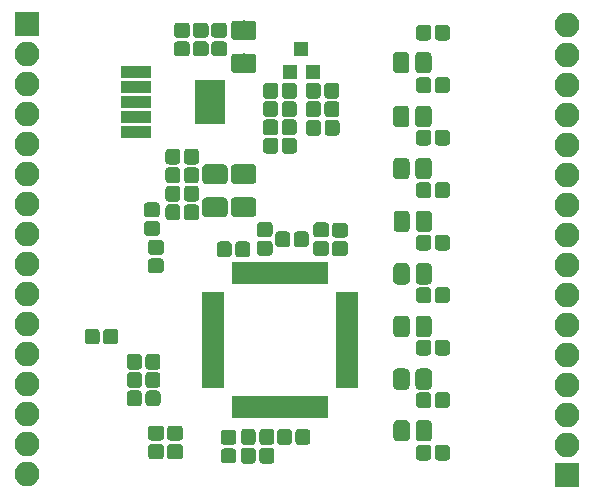
<source format=gbr>
G04 #@! TF.GenerationSoftware,KiCad,Pcbnew,(5.0.0)*
G04 #@! TF.CreationDate,2020-03-24T21:51:59+11:00*
G04 #@! TF.ProjectId,DAQ Board,44415120426F6172642E6B696361645F,rev?*
G04 #@! TF.SameCoordinates,Original*
G04 #@! TF.FileFunction,Soldermask,Top*
G04 #@! TF.FilePolarity,Negative*
%FSLAX46Y46*%
G04 Gerber Fmt 4.6, Leading zero omitted, Abs format (unit mm)*
G04 Created by KiCad (PCBNEW (5.0.0)) date 03/24/20 21:51:59*
%MOMM*%
%LPD*%
G01*
G04 APERTURE LIST*
%ADD10C,0.100000*%
%ADD11C,1.275000*%
%ADD12O,2.100000X2.100000*%
%ADD13R,2.100000X2.100000*%
%ADD14C,1.650000*%
%ADD15R,1.900000X0.700000*%
%ADD16R,0.700000X1.900000*%
%ADD17C,1.375000*%
%ADD18R,1.200000X1.300000*%
%ADD19R,2.600000X1.000000*%
%ADD20R,2.550000X3.850000*%
G04 APERTURE END LIST*
D10*
G04 #@! TO.C,C21*
G36*
X99762493Y-90846535D02*
X99793435Y-90851125D01*
X99823778Y-90858725D01*
X99853230Y-90869263D01*
X99881508Y-90882638D01*
X99908338Y-90898719D01*
X99933463Y-90917353D01*
X99956640Y-90938360D01*
X99977647Y-90961537D01*
X99996281Y-90986662D01*
X100012362Y-91013492D01*
X100025737Y-91041770D01*
X100036275Y-91071222D01*
X100043875Y-91101565D01*
X100048465Y-91132507D01*
X100050000Y-91163750D01*
X100050000Y-91876250D01*
X100048465Y-91907493D01*
X100043875Y-91938435D01*
X100036275Y-91968778D01*
X100025737Y-91998230D01*
X100012362Y-92026508D01*
X99996281Y-92053338D01*
X99977647Y-92078463D01*
X99956640Y-92101640D01*
X99933463Y-92122647D01*
X99908338Y-92141281D01*
X99881508Y-92157362D01*
X99853230Y-92170737D01*
X99823778Y-92181275D01*
X99793435Y-92188875D01*
X99762493Y-92193465D01*
X99731250Y-92195000D01*
X99093750Y-92195000D01*
X99062507Y-92193465D01*
X99031565Y-92188875D01*
X99001222Y-92181275D01*
X98971770Y-92170737D01*
X98943492Y-92157362D01*
X98916662Y-92141281D01*
X98891537Y-92122647D01*
X98868360Y-92101640D01*
X98847353Y-92078463D01*
X98828719Y-92053338D01*
X98812638Y-92026508D01*
X98799263Y-91998230D01*
X98788725Y-91968778D01*
X98781125Y-91938435D01*
X98776535Y-91907493D01*
X98775000Y-91876250D01*
X98775000Y-91163750D01*
X98776535Y-91132507D01*
X98781125Y-91101565D01*
X98788725Y-91071222D01*
X98799263Y-91041770D01*
X98812638Y-91013492D01*
X98828719Y-90986662D01*
X98847353Y-90961537D01*
X98868360Y-90938360D01*
X98891537Y-90917353D01*
X98916662Y-90898719D01*
X98943492Y-90882638D01*
X98971770Y-90869263D01*
X99001222Y-90858725D01*
X99031565Y-90851125D01*
X99062507Y-90846535D01*
X99093750Y-90845000D01*
X99731250Y-90845000D01*
X99762493Y-90846535D01*
X99762493Y-90846535D01*
G37*
D11*
X99412500Y-91520000D03*
D10*
G36*
X101337493Y-90846535D02*
X101368435Y-90851125D01*
X101398778Y-90858725D01*
X101428230Y-90869263D01*
X101456508Y-90882638D01*
X101483338Y-90898719D01*
X101508463Y-90917353D01*
X101531640Y-90938360D01*
X101552647Y-90961537D01*
X101571281Y-90986662D01*
X101587362Y-91013492D01*
X101600737Y-91041770D01*
X101611275Y-91071222D01*
X101618875Y-91101565D01*
X101623465Y-91132507D01*
X101625000Y-91163750D01*
X101625000Y-91876250D01*
X101623465Y-91907493D01*
X101618875Y-91938435D01*
X101611275Y-91968778D01*
X101600737Y-91998230D01*
X101587362Y-92026508D01*
X101571281Y-92053338D01*
X101552647Y-92078463D01*
X101531640Y-92101640D01*
X101508463Y-92122647D01*
X101483338Y-92141281D01*
X101456508Y-92157362D01*
X101428230Y-92170737D01*
X101398778Y-92181275D01*
X101368435Y-92188875D01*
X101337493Y-92193465D01*
X101306250Y-92195000D01*
X100668750Y-92195000D01*
X100637507Y-92193465D01*
X100606565Y-92188875D01*
X100576222Y-92181275D01*
X100546770Y-92170737D01*
X100518492Y-92157362D01*
X100491662Y-92141281D01*
X100466537Y-92122647D01*
X100443360Y-92101640D01*
X100422353Y-92078463D01*
X100403719Y-92053338D01*
X100387638Y-92026508D01*
X100374263Y-91998230D01*
X100363725Y-91968778D01*
X100356125Y-91938435D01*
X100351535Y-91907493D01*
X100350000Y-91876250D01*
X100350000Y-91163750D01*
X100351535Y-91132507D01*
X100356125Y-91101565D01*
X100363725Y-91071222D01*
X100374263Y-91041770D01*
X100387638Y-91013492D01*
X100403719Y-90986662D01*
X100422353Y-90961537D01*
X100443360Y-90938360D01*
X100466537Y-90917353D01*
X100491662Y-90898719D01*
X100518492Y-90882638D01*
X100546770Y-90869263D01*
X100576222Y-90858725D01*
X100606565Y-90851125D01*
X100637507Y-90846535D01*
X100668750Y-90845000D01*
X101306250Y-90845000D01*
X101337493Y-90846535D01*
X101337493Y-90846535D01*
G37*
D11*
X100987500Y-91520000D03*
G04 #@! TD*
D10*
G04 #@! TO.C,C15*
G36*
X101327493Y-87746535D02*
X101358435Y-87751125D01*
X101388778Y-87758725D01*
X101418230Y-87769263D01*
X101446508Y-87782638D01*
X101473338Y-87798719D01*
X101498463Y-87817353D01*
X101521640Y-87838360D01*
X101542647Y-87861537D01*
X101561281Y-87886662D01*
X101577362Y-87913492D01*
X101590737Y-87941770D01*
X101601275Y-87971222D01*
X101608875Y-88001565D01*
X101613465Y-88032507D01*
X101615000Y-88063750D01*
X101615000Y-88776250D01*
X101613465Y-88807493D01*
X101608875Y-88838435D01*
X101601275Y-88868778D01*
X101590737Y-88898230D01*
X101577362Y-88926508D01*
X101561281Y-88953338D01*
X101542647Y-88978463D01*
X101521640Y-89001640D01*
X101498463Y-89022647D01*
X101473338Y-89041281D01*
X101446508Y-89057362D01*
X101418230Y-89070737D01*
X101388778Y-89081275D01*
X101358435Y-89088875D01*
X101327493Y-89093465D01*
X101296250Y-89095000D01*
X100658750Y-89095000D01*
X100627507Y-89093465D01*
X100596565Y-89088875D01*
X100566222Y-89081275D01*
X100536770Y-89070737D01*
X100508492Y-89057362D01*
X100481662Y-89041281D01*
X100456537Y-89022647D01*
X100433360Y-89001640D01*
X100412353Y-88978463D01*
X100393719Y-88953338D01*
X100377638Y-88926508D01*
X100364263Y-88898230D01*
X100353725Y-88868778D01*
X100346125Y-88838435D01*
X100341535Y-88807493D01*
X100340000Y-88776250D01*
X100340000Y-88063750D01*
X100341535Y-88032507D01*
X100346125Y-88001565D01*
X100353725Y-87971222D01*
X100364263Y-87941770D01*
X100377638Y-87913492D01*
X100393719Y-87886662D01*
X100412353Y-87861537D01*
X100433360Y-87838360D01*
X100456537Y-87817353D01*
X100481662Y-87798719D01*
X100508492Y-87782638D01*
X100536770Y-87769263D01*
X100566222Y-87758725D01*
X100596565Y-87751125D01*
X100627507Y-87746535D01*
X100658750Y-87745000D01*
X101296250Y-87745000D01*
X101327493Y-87746535D01*
X101327493Y-87746535D01*
G37*
D11*
X100977500Y-88420000D03*
D10*
G36*
X99752493Y-87746535D02*
X99783435Y-87751125D01*
X99813778Y-87758725D01*
X99843230Y-87769263D01*
X99871508Y-87782638D01*
X99898338Y-87798719D01*
X99923463Y-87817353D01*
X99946640Y-87838360D01*
X99967647Y-87861537D01*
X99986281Y-87886662D01*
X100002362Y-87913492D01*
X100015737Y-87941770D01*
X100026275Y-87971222D01*
X100033875Y-88001565D01*
X100038465Y-88032507D01*
X100040000Y-88063750D01*
X100040000Y-88776250D01*
X100038465Y-88807493D01*
X100033875Y-88838435D01*
X100026275Y-88868778D01*
X100015737Y-88898230D01*
X100002362Y-88926508D01*
X99986281Y-88953338D01*
X99967647Y-88978463D01*
X99946640Y-89001640D01*
X99923463Y-89022647D01*
X99898338Y-89041281D01*
X99871508Y-89057362D01*
X99843230Y-89070737D01*
X99813778Y-89081275D01*
X99783435Y-89088875D01*
X99752493Y-89093465D01*
X99721250Y-89095000D01*
X99083750Y-89095000D01*
X99052507Y-89093465D01*
X99021565Y-89088875D01*
X98991222Y-89081275D01*
X98961770Y-89070737D01*
X98933492Y-89057362D01*
X98906662Y-89041281D01*
X98881537Y-89022647D01*
X98858360Y-89001640D01*
X98837353Y-88978463D01*
X98818719Y-88953338D01*
X98802638Y-88926508D01*
X98789263Y-88898230D01*
X98778725Y-88868778D01*
X98771125Y-88838435D01*
X98766535Y-88807493D01*
X98765000Y-88776250D01*
X98765000Y-88063750D01*
X98766535Y-88032507D01*
X98771125Y-88001565D01*
X98778725Y-87971222D01*
X98789263Y-87941770D01*
X98802638Y-87913492D01*
X98818719Y-87886662D01*
X98837353Y-87861537D01*
X98858360Y-87838360D01*
X98881537Y-87817353D01*
X98906662Y-87798719D01*
X98933492Y-87782638D01*
X98961770Y-87769263D01*
X98991222Y-87758725D01*
X99021565Y-87751125D01*
X99052507Y-87746535D01*
X99083750Y-87745000D01*
X99721250Y-87745000D01*
X99752493Y-87746535D01*
X99752493Y-87746535D01*
G37*
D11*
X99402500Y-88420000D03*
G04 #@! TD*
D10*
G04 #@! TO.C,C18*
G36*
X101327493Y-89286535D02*
X101358435Y-89291125D01*
X101388778Y-89298725D01*
X101418230Y-89309263D01*
X101446508Y-89322638D01*
X101473338Y-89338719D01*
X101498463Y-89357353D01*
X101521640Y-89378360D01*
X101542647Y-89401537D01*
X101561281Y-89426662D01*
X101577362Y-89453492D01*
X101590737Y-89481770D01*
X101601275Y-89511222D01*
X101608875Y-89541565D01*
X101613465Y-89572507D01*
X101615000Y-89603750D01*
X101615000Y-90316250D01*
X101613465Y-90347493D01*
X101608875Y-90378435D01*
X101601275Y-90408778D01*
X101590737Y-90438230D01*
X101577362Y-90466508D01*
X101561281Y-90493338D01*
X101542647Y-90518463D01*
X101521640Y-90541640D01*
X101498463Y-90562647D01*
X101473338Y-90581281D01*
X101446508Y-90597362D01*
X101418230Y-90610737D01*
X101388778Y-90621275D01*
X101358435Y-90628875D01*
X101327493Y-90633465D01*
X101296250Y-90635000D01*
X100658750Y-90635000D01*
X100627507Y-90633465D01*
X100596565Y-90628875D01*
X100566222Y-90621275D01*
X100536770Y-90610737D01*
X100508492Y-90597362D01*
X100481662Y-90581281D01*
X100456537Y-90562647D01*
X100433360Y-90541640D01*
X100412353Y-90518463D01*
X100393719Y-90493338D01*
X100377638Y-90466508D01*
X100364263Y-90438230D01*
X100353725Y-90408778D01*
X100346125Y-90378435D01*
X100341535Y-90347493D01*
X100340000Y-90316250D01*
X100340000Y-89603750D01*
X100341535Y-89572507D01*
X100346125Y-89541565D01*
X100353725Y-89511222D01*
X100364263Y-89481770D01*
X100377638Y-89453492D01*
X100393719Y-89426662D01*
X100412353Y-89401537D01*
X100433360Y-89378360D01*
X100456537Y-89357353D01*
X100481662Y-89338719D01*
X100508492Y-89322638D01*
X100536770Y-89309263D01*
X100566222Y-89298725D01*
X100596565Y-89291125D01*
X100627507Y-89286535D01*
X100658750Y-89285000D01*
X101296250Y-89285000D01*
X101327493Y-89286535D01*
X101327493Y-89286535D01*
G37*
D11*
X100977500Y-89960000D03*
D10*
G36*
X99752493Y-89286535D02*
X99783435Y-89291125D01*
X99813778Y-89298725D01*
X99843230Y-89309263D01*
X99871508Y-89322638D01*
X99898338Y-89338719D01*
X99923463Y-89357353D01*
X99946640Y-89378360D01*
X99967647Y-89401537D01*
X99986281Y-89426662D01*
X100002362Y-89453492D01*
X100015737Y-89481770D01*
X100026275Y-89511222D01*
X100033875Y-89541565D01*
X100038465Y-89572507D01*
X100040000Y-89603750D01*
X100040000Y-90316250D01*
X100038465Y-90347493D01*
X100033875Y-90378435D01*
X100026275Y-90408778D01*
X100015737Y-90438230D01*
X100002362Y-90466508D01*
X99986281Y-90493338D01*
X99967647Y-90518463D01*
X99946640Y-90541640D01*
X99923463Y-90562647D01*
X99898338Y-90581281D01*
X99871508Y-90597362D01*
X99843230Y-90610737D01*
X99813778Y-90621275D01*
X99783435Y-90628875D01*
X99752493Y-90633465D01*
X99721250Y-90635000D01*
X99083750Y-90635000D01*
X99052507Y-90633465D01*
X99021565Y-90628875D01*
X98991222Y-90621275D01*
X98961770Y-90610737D01*
X98933492Y-90597362D01*
X98906662Y-90581281D01*
X98881537Y-90562647D01*
X98858360Y-90541640D01*
X98837353Y-90518463D01*
X98818719Y-90493338D01*
X98802638Y-90466508D01*
X98789263Y-90438230D01*
X98778725Y-90408778D01*
X98771125Y-90378435D01*
X98766535Y-90347493D01*
X98765000Y-90316250D01*
X98765000Y-89603750D01*
X98766535Y-89572507D01*
X98771125Y-89541565D01*
X98778725Y-89511222D01*
X98789263Y-89481770D01*
X98802638Y-89453492D01*
X98818719Y-89426662D01*
X98837353Y-89401537D01*
X98858360Y-89378360D01*
X98881537Y-89357353D01*
X98906662Y-89338719D01*
X98933492Y-89322638D01*
X98961770Y-89309263D01*
X98991222Y-89298725D01*
X99021565Y-89291125D01*
X99052507Y-89286535D01*
X99083750Y-89285000D01*
X99721250Y-89285000D01*
X99752493Y-89286535D01*
X99752493Y-89286535D01*
G37*
D11*
X99402500Y-89960000D03*
G04 #@! TD*
D10*
G04 #@! TO.C,C28*
G36*
X100782493Y-98776535D02*
X100813435Y-98781125D01*
X100843778Y-98788725D01*
X100873230Y-98799263D01*
X100901508Y-98812638D01*
X100928338Y-98828719D01*
X100953463Y-98847353D01*
X100976640Y-98868360D01*
X100997647Y-98891537D01*
X101016281Y-98916662D01*
X101032362Y-98943492D01*
X101045737Y-98971770D01*
X101056275Y-99001222D01*
X101063875Y-99031565D01*
X101068465Y-99062507D01*
X101070000Y-99093750D01*
X101070000Y-99806250D01*
X101068465Y-99837493D01*
X101063875Y-99868435D01*
X101056275Y-99898778D01*
X101045737Y-99928230D01*
X101032362Y-99956508D01*
X101016281Y-99983338D01*
X100997647Y-100008463D01*
X100976640Y-100031640D01*
X100953463Y-100052647D01*
X100928338Y-100071281D01*
X100901508Y-100087362D01*
X100873230Y-100100737D01*
X100843778Y-100111275D01*
X100813435Y-100118875D01*
X100782493Y-100123465D01*
X100751250Y-100125000D01*
X100113750Y-100125000D01*
X100082507Y-100123465D01*
X100051565Y-100118875D01*
X100021222Y-100111275D01*
X99991770Y-100100737D01*
X99963492Y-100087362D01*
X99936662Y-100071281D01*
X99911537Y-100052647D01*
X99888360Y-100031640D01*
X99867353Y-100008463D01*
X99848719Y-99983338D01*
X99832638Y-99956508D01*
X99819263Y-99928230D01*
X99808725Y-99898778D01*
X99801125Y-99868435D01*
X99796535Y-99837493D01*
X99795000Y-99806250D01*
X99795000Y-99093750D01*
X99796535Y-99062507D01*
X99801125Y-99031565D01*
X99808725Y-99001222D01*
X99819263Y-98971770D01*
X99832638Y-98943492D01*
X99848719Y-98916662D01*
X99867353Y-98891537D01*
X99888360Y-98868360D01*
X99911537Y-98847353D01*
X99936662Y-98828719D01*
X99963492Y-98812638D01*
X99991770Y-98799263D01*
X100021222Y-98788725D01*
X100051565Y-98781125D01*
X100082507Y-98776535D01*
X100113750Y-98775000D01*
X100751250Y-98775000D01*
X100782493Y-98776535D01*
X100782493Y-98776535D01*
G37*
D11*
X100432500Y-99450000D03*
D10*
G36*
X102357493Y-98776535D02*
X102388435Y-98781125D01*
X102418778Y-98788725D01*
X102448230Y-98799263D01*
X102476508Y-98812638D01*
X102503338Y-98828719D01*
X102528463Y-98847353D01*
X102551640Y-98868360D01*
X102572647Y-98891537D01*
X102591281Y-98916662D01*
X102607362Y-98943492D01*
X102620737Y-98971770D01*
X102631275Y-99001222D01*
X102638875Y-99031565D01*
X102643465Y-99062507D01*
X102645000Y-99093750D01*
X102645000Y-99806250D01*
X102643465Y-99837493D01*
X102638875Y-99868435D01*
X102631275Y-99898778D01*
X102620737Y-99928230D01*
X102607362Y-99956508D01*
X102591281Y-99983338D01*
X102572647Y-100008463D01*
X102551640Y-100031640D01*
X102528463Y-100052647D01*
X102503338Y-100071281D01*
X102476508Y-100087362D01*
X102448230Y-100100737D01*
X102418778Y-100111275D01*
X102388435Y-100118875D01*
X102357493Y-100123465D01*
X102326250Y-100125000D01*
X101688750Y-100125000D01*
X101657507Y-100123465D01*
X101626565Y-100118875D01*
X101596222Y-100111275D01*
X101566770Y-100100737D01*
X101538492Y-100087362D01*
X101511662Y-100071281D01*
X101486537Y-100052647D01*
X101463360Y-100031640D01*
X101442353Y-100008463D01*
X101423719Y-99983338D01*
X101407638Y-99956508D01*
X101394263Y-99928230D01*
X101383725Y-99898778D01*
X101376125Y-99868435D01*
X101371535Y-99837493D01*
X101370000Y-99806250D01*
X101370000Y-99093750D01*
X101371535Y-99062507D01*
X101376125Y-99031565D01*
X101383725Y-99001222D01*
X101394263Y-98971770D01*
X101407638Y-98943492D01*
X101423719Y-98916662D01*
X101442353Y-98891537D01*
X101463360Y-98868360D01*
X101486537Y-98847353D01*
X101511662Y-98828719D01*
X101538492Y-98812638D01*
X101566770Y-98799263D01*
X101596222Y-98788725D01*
X101626565Y-98781125D01*
X101657507Y-98776535D01*
X101688750Y-98775000D01*
X102326250Y-98775000D01*
X102357493Y-98776535D01*
X102357493Y-98776535D01*
G37*
D11*
X102007500Y-99450000D03*
G04 #@! TD*
D12*
G04 #@! TO.C,J1*
X78740000Y-119358750D03*
X78740000Y-116818750D03*
X78740000Y-114278750D03*
X78740000Y-111738750D03*
X78740000Y-109198750D03*
X78740000Y-106658750D03*
X78740000Y-104118750D03*
X78740000Y-101578750D03*
X78740000Y-99038750D03*
X78740000Y-96498750D03*
X78740000Y-93958750D03*
X78740000Y-91418750D03*
X78740000Y-88878750D03*
X78740000Y-86338750D03*
X78740000Y-83798750D03*
D13*
X78740000Y-81258750D03*
G04 #@! TD*
G04 #@! TO.C,J2*
X124460000Y-119380000D03*
D12*
X124460000Y-116840000D03*
X124460000Y-114300000D03*
X124460000Y-111760000D03*
X124460000Y-109220000D03*
X124460000Y-106680000D03*
X124460000Y-104140000D03*
X124460000Y-101600000D03*
X124460000Y-99060000D03*
X124460000Y-96520000D03*
X124460000Y-93980000D03*
X124460000Y-91440000D03*
X124460000Y-88900000D03*
X124460000Y-86360000D03*
X124460000Y-83820000D03*
X124460000Y-81280000D03*
G04 #@! TD*
D10*
G04 #@! TO.C,C3*
G36*
X95467346Y-95906589D02*
X95499380Y-95911341D01*
X95530794Y-95919210D01*
X95561286Y-95930120D01*
X95590561Y-95943966D01*
X95618338Y-95960615D01*
X95644350Y-95979907D01*
X95668345Y-96001655D01*
X95690093Y-96025650D01*
X95709385Y-96051662D01*
X95726034Y-96079439D01*
X95739880Y-96108714D01*
X95750790Y-96139206D01*
X95758659Y-96170620D01*
X95763411Y-96202654D01*
X95765000Y-96235000D01*
X95765000Y-97225000D01*
X95763411Y-97257346D01*
X95758659Y-97289380D01*
X95750790Y-97320794D01*
X95739880Y-97351286D01*
X95726034Y-97380561D01*
X95709385Y-97408338D01*
X95690093Y-97434350D01*
X95668345Y-97458345D01*
X95644350Y-97480093D01*
X95618338Y-97499385D01*
X95590561Y-97516034D01*
X95561286Y-97529880D01*
X95530794Y-97540790D01*
X95499380Y-97548659D01*
X95467346Y-97553411D01*
X95435000Y-97555000D01*
X93945000Y-97555000D01*
X93912654Y-97553411D01*
X93880620Y-97548659D01*
X93849206Y-97540790D01*
X93818714Y-97529880D01*
X93789439Y-97516034D01*
X93761662Y-97499385D01*
X93735650Y-97480093D01*
X93711655Y-97458345D01*
X93689907Y-97434350D01*
X93670615Y-97408338D01*
X93653966Y-97380561D01*
X93640120Y-97351286D01*
X93629210Y-97320794D01*
X93621341Y-97289380D01*
X93616589Y-97257346D01*
X93615000Y-97225000D01*
X93615000Y-96235000D01*
X93616589Y-96202654D01*
X93621341Y-96170620D01*
X93629210Y-96139206D01*
X93640120Y-96108714D01*
X93653966Y-96079439D01*
X93670615Y-96051662D01*
X93689907Y-96025650D01*
X93711655Y-96001655D01*
X93735650Y-95979907D01*
X93761662Y-95960615D01*
X93789439Y-95943966D01*
X93818714Y-95930120D01*
X93849206Y-95919210D01*
X93880620Y-95911341D01*
X93912654Y-95906589D01*
X93945000Y-95905000D01*
X95435000Y-95905000D01*
X95467346Y-95906589D01*
X95467346Y-95906589D01*
G37*
D14*
X94690000Y-96730000D03*
D10*
G36*
X95467346Y-93106589D02*
X95499380Y-93111341D01*
X95530794Y-93119210D01*
X95561286Y-93130120D01*
X95590561Y-93143966D01*
X95618338Y-93160615D01*
X95644350Y-93179907D01*
X95668345Y-93201655D01*
X95690093Y-93225650D01*
X95709385Y-93251662D01*
X95726034Y-93279439D01*
X95739880Y-93308714D01*
X95750790Y-93339206D01*
X95758659Y-93370620D01*
X95763411Y-93402654D01*
X95765000Y-93435000D01*
X95765000Y-94425000D01*
X95763411Y-94457346D01*
X95758659Y-94489380D01*
X95750790Y-94520794D01*
X95739880Y-94551286D01*
X95726034Y-94580561D01*
X95709385Y-94608338D01*
X95690093Y-94634350D01*
X95668345Y-94658345D01*
X95644350Y-94680093D01*
X95618338Y-94699385D01*
X95590561Y-94716034D01*
X95561286Y-94729880D01*
X95530794Y-94740790D01*
X95499380Y-94748659D01*
X95467346Y-94753411D01*
X95435000Y-94755000D01*
X93945000Y-94755000D01*
X93912654Y-94753411D01*
X93880620Y-94748659D01*
X93849206Y-94740790D01*
X93818714Y-94729880D01*
X93789439Y-94716034D01*
X93761662Y-94699385D01*
X93735650Y-94680093D01*
X93711655Y-94658345D01*
X93689907Y-94634350D01*
X93670615Y-94608338D01*
X93653966Y-94580561D01*
X93640120Y-94551286D01*
X93629210Y-94520794D01*
X93621341Y-94489380D01*
X93616589Y-94457346D01*
X93615000Y-94425000D01*
X93615000Y-93435000D01*
X93616589Y-93402654D01*
X93621341Y-93370620D01*
X93629210Y-93339206D01*
X93640120Y-93308714D01*
X93653966Y-93279439D01*
X93670615Y-93251662D01*
X93689907Y-93225650D01*
X93711655Y-93201655D01*
X93735650Y-93179907D01*
X93761662Y-93160615D01*
X93789439Y-93143966D01*
X93818714Y-93130120D01*
X93849206Y-93119210D01*
X93880620Y-93111341D01*
X93912654Y-93106589D01*
X93945000Y-93105000D01*
X95435000Y-93105000D01*
X95467346Y-93106589D01*
X95467346Y-93106589D01*
G37*
D14*
X94690000Y-93930000D03*
G04 #@! TD*
D10*
G04 #@! TO.C,C2*
G36*
X95437065Y-82680053D02*
X95468007Y-82684643D01*
X95498350Y-82692243D01*
X95527802Y-82702781D01*
X95556080Y-82716156D01*
X95582910Y-82732237D01*
X95608035Y-82750871D01*
X95631212Y-82771878D01*
X95652219Y-82795055D01*
X95670853Y-82820180D01*
X95686934Y-82847010D01*
X95700309Y-82875288D01*
X95710847Y-82904740D01*
X95718447Y-82935083D01*
X95723037Y-82966025D01*
X95724572Y-82997268D01*
X95724572Y-83634768D01*
X95723037Y-83666011D01*
X95718447Y-83696953D01*
X95710847Y-83727296D01*
X95700309Y-83756748D01*
X95686934Y-83785026D01*
X95670853Y-83811856D01*
X95652219Y-83836981D01*
X95631212Y-83860158D01*
X95608035Y-83881165D01*
X95582910Y-83899799D01*
X95556080Y-83915880D01*
X95527802Y-83929255D01*
X95498350Y-83939793D01*
X95468007Y-83947393D01*
X95437065Y-83951983D01*
X95405822Y-83953518D01*
X94693322Y-83953518D01*
X94662079Y-83951983D01*
X94631137Y-83947393D01*
X94600794Y-83939793D01*
X94571342Y-83929255D01*
X94543064Y-83915880D01*
X94516234Y-83899799D01*
X94491109Y-83881165D01*
X94467932Y-83860158D01*
X94446925Y-83836981D01*
X94428291Y-83811856D01*
X94412210Y-83785026D01*
X94398835Y-83756748D01*
X94388297Y-83727296D01*
X94380697Y-83696953D01*
X94376107Y-83666011D01*
X94374572Y-83634768D01*
X94374572Y-82997268D01*
X94376107Y-82966025D01*
X94380697Y-82935083D01*
X94388297Y-82904740D01*
X94398835Y-82875288D01*
X94412210Y-82847010D01*
X94428291Y-82820180D01*
X94446925Y-82795055D01*
X94467932Y-82771878D01*
X94491109Y-82750871D01*
X94516234Y-82732237D01*
X94543064Y-82716156D01*
X94571342Y-82702781D01*
X94600794Y-82692243D01*
X94631137Y-82684643D01*
X94662079Y-82680053D01*
X94693322Y-82678518D01*
X95405822Y-82678518D01*
X95437065Y-82680053D01*
X95437065Y-82680053D01*
G37*
D11*
X95049572Y-83316018D03*
D10*
G36*
X95437065Y-81105053D02*
X95468007Y-81109643D01*
X95498350Y-81117243D01*
X95527802Y-81127781D01*
X95556080Y-81141156D01*
X95582910Y-81157237D01*
X95608035Y-81175871D01*
X95631212Y-81196878D01*
X95652219Y-81220055D01*
X95670853Y-81245180D01*
X95686934Y-81272010D01*
X95700309Y-81300288D01*
X95710847Y-81329740D01*
X95718447Y-81360083D01*
X95723037Y-81391025D01*
X95724572Y-81422268D01*
X95724572Y-82059768D01*
X95723037Y-82091011D01*
X95718447Y-82121953D01*
X95710847Y-82152296D01*
X95700309Y-82181748D01*
X95686934Y-82210026D01*
X95670853Y-82236856D01*
X95652219Y-82261981D01*
X95631212Y-82285158D01*
X95608035Y-82306165D01*
X95582910Y-82324799D01*
X95556080Y-82340880D01*
X95527802Y-82354255D01*
X95498350Y-82364793D01*
X95468007Y-82372393D01*
X95437065Y-82376983D01*
X95405822Y-82378518D01*
X94693322Y-82378518D01*
X94662079Y-82376983D01*
X94631137Y-82372393D01*
X94600794Y-82364793D01*
X94571342Y-82354255D01*
X94543064Y-82340880D01*
X94516234Y-82324799D01*
X94491109Y-82306165D01*
X94467932Y-82285158D01*
X94446925Y-82261981D01*
X94428291Y-82236856D01*
X94412210Y-82210026D01*
X94398835Y-82181748D01*
X94388297Y-82152296D01*
X94380697Y-82121953D01*
X94376107Y-82091011D01*
X94374572Y-82059768D01*
X94374572Y-81422268D01*
X94376107Y-81391025D01*
X94380697Y-81360083D01*
X94388297Y-81329740D01*
X94398835Y-81300288D01*
X94412210Y-81272010D01*
X94428291Y-81245180D01*
X94446925Y-81220055D01*
X94467932Y-81196878D01*
X94491109Y-81175871D01*
X94516234Y-81157237D01*
X94543064Y-81141156D01*
X94571342Y-81127781D01*
X94600794Y-81117243D01*
X94631137Y-81109643D01*
X94662079Y-81105053D01*
X94693322Y-81103518D01*
X95405822Y-81103518D01*
X95437065Y-81105053D01*
X95437065Y-81105053D01*
G37*
D11*
X95049572Y-81741018D03*
G04 #@! TD*
D10*
G04 #@! TO.C,C4*
G36*
X93867065Y-81105053D02*
X93898007Y-81109643D01*
X93928350Y-81117243D01*
X93957802Y-81127781D01*
X93986080Y-81141156D01*
X94012910Y-81157237D01*
X94038035Y-81175871D01*
X94061212Y-81196878D01*
X94082219Y-81220055D01*
X94100853Y-81245180D01*
X94116934Y-81272010D01*
X94130309Y-81300288D01*
X94140847Y-81329740D01*
X94148447Y-81360083D01*
X94153037Y-81391025D01*
X94154572Y-81422268D01*
X94154572Y-82059768D01*
X94153037Y-82091011D01*
X94148447Y-82121953D01*
X94140847Y-82152296D01*
X94130309Y-82181748D01*
X94116934Y-82210026D01*
X94100853Y-82236856D01*
X94082219Y-82261981D01*
X94061212Y-82285158D01*
X94038035Y-82306165D01*
X94012910Y-82324799D01*
X93986080Y-82340880D01*
X93957802Y-82354255D01*
X93928350Y-82364793D01*
X93898007Y-82372393D01*
X93867065Y-82376983D01*
X93835822Y-82378518D01*
X93123322Y-82378518D01*
X93092079Y-82376983D01*
X93061137Y-82372393D01*
X93030794Y-82364793D01*
X93001342Y-82354255D01*
X92973064Y-82340880D01*
X92946234Y-82324799D01*
X92921109Y-82306165D01*
X92897932Y-82285158D01*
X92876925Y-82261981D01*
X92858291Y-82236856D01*
X92842210Y-82210026D01*
X92828835Y-82181748D01*
X92818297Y-82152296D01*
X92810697Y-82121953D01*
X92806107Y-82091011D01*
X92804572Y-82059768D01*
X92804572Y-81422268D01*
X92806107Y-81391025D01*
X92810697Y-81360083D01*
X92818297Y-81329740D01*
X92828835Y-81300288D01*
X92842210Y-81272010D01*
X92858291Y-81245180D01*
X92876925Y-81220055D01*
X92897932Y-81196878D01*
X92921109Y-81175871D01*
X92946234Y-81157237D01*
X92973064Y-81141156D01*
X93001342Y-81127781D01*
X93030794Y-81117243D01*
X93061137Y-81109643D01*
X93092079Y-81105053D01*
X93123322Y-81103518D01*
X93835822Y-81103518D01*
X93867065Y-81105053D01*
X93867065Y-81105053D01*
G37*
D11*
X93479572Y-81741018D03*
D10*
G36*
X93867065Y-82680053D02*
X93898007Y-82684643D01*
X93928350Y-82692243D01*
X93957802Y-82702781D01*
X93986080Y-82716156D01*
X94012910Y-82732237D01*
X94038035Y-82750871D01*
X94061212Y-82771878D01*
X94082219Y-82795055D01*
X94100853Y-82820180D01*
X94116934Y-82847010D01*
X94130309Y-82875288D01*
X94140847Y-82904740D01*
X94148447Y-82935083D01*
X94153037Y-82966025D01*
X94154572Y-82997268D01*
X94154572Y-83634768D01*
X94153037Y-83666011D01*
X94148447Y-83696953D01*
X94140847Y-83727296D01*
X94130309Y-83756748D01*
X94116934Y-83785026D01*
X94100853Y-83811856D01*
X94082219Y-83836981D01*
X94061212Y-83860158D01*
X94038035Y-83881165D01*
X94012910Y-83899799D01*
X93986080Y-83915880D01*
X93957802Y-83929255D01*
X93928350Y-83939793D01*
X93898007Y-83947393D01*
X93867065Y-83951983D01*
X93835822Y-83953518D01*
X93123322Y-83953518D01*
X93092079Y-83951983D01*
X93061137Y-83947393D01*
X93030794Y-83939793D01*
X93001342Y-83929255D01*
X92973064Y-83915880D01*
X92946234Y-83899799D01*
X92921109Y-83881165D01*
X92897932Y-83860158D01*
X92876925Y-83836981D01*
X92858291Y-83811856D01*
X92842210Y-83785026D01*
X92828835Y-83756748D01*
X92818297Y-83727296D01*
X92810697Y-83696953D01*
X92806107Y-83666011D01*
X92804572Y-83634768D01*
X92804572Y-82997268D01*
X92806107Y-82966025D01*
X92810697Y-82935083D01*
X92818297Y-82904740D01*
X92828835Y-82875288D01*
X92842210Y-82847010D01*
X92858291Y-82820180D01*
X92876925Y-82795055D01*
X92897932Y-82771878D01*
X92921109Y-82750871D01*
X92946234Y-82732237D01*
X92973064Y-82716156D01*
X93001342Y-82702781D01*
X93030794Y-82692243D01*
X93061137Y-82684643D01*
X93092079Y-82680053D01*
X93123322Y-82678518D01*
X93835822Y-82678518D01*
X93867065Y-82680053D01*
X93867065Y-82680053D01*
G37*
D11*
X93479572Y-83316018D03*
G04 #@! TD*
D10*
G04 #@! TO.C,C6*
G36*
X92287065Y-82680053D02*
X92318007Y-82684643D01*
X92348350Y-82692243D01*
X92377802Y-82702781D01*
X92406080Y-82716156D01*
X92432910Y-82732237D01*
X92458035Y-82750871D01*
X92481212Y-82771878D01*
X92502219Y-82795055D01*
X92520853Y-82820180D01*
X92536934Y-82847010D01*
X92550309Y-82875288D01*
X92560847Y-82904740D01*
X92568447Y-82935083D01*
X92573037Y-82966025D01*
X92574572Y-82997268D01*
X92574572Y-83634768D01*
X92573037Y-83666011D01*
X92568447Y-83696953D01*
X92560847Y-83727296D01*
X92550309Y-83756748D01*
X92536934Y-83785026D01*
X92520853Y-83811856D01*
X92502219Y-83836981D01*
X92481212Y-83860158D01*
X92458035Y-83881165D01*
X92432910Y-83899799D01*
X92406080Y-83915880D01*
X92377802Y-83929255D01*
X92348350Y-83939793D01*
X92318007Y-83947393D01*
X92287065Y-83951983D01*
X92255822Y-83953518D01*
X91543322Y-83953518D01*
X91512079Y-83951983D01*
X91481137Y-83947393D01*
X91450794Y-83939793D01*
X91421342Y-83929255D01*
X91393064Y-83915880D01*
X91366234Y-83899799D01*
X91341109Y-83881165D01*
X91317932Y-83860158D01*
X91296925Y-83836981D01*
X91278291Y-83811856D01*
X91262210Y-83785026D01*
X91248835Y-83756748D01*
X91238297Y-83727296D01*
X91230697Y-83696953D01*
X91226107Y-83666011D01*
X91224572Y-83634768D01*
X91224572Y-82997268D01*
X91226107Y-82966025D01*
X91230697Y-82935083D01*
X91238297Y-82904740D01*
X91248835Y-82875288D01*
X91262210Y-82847010D01*
X91278291Y-82820180D01*
X91296925Y-82795055D01*
X91317932Y-82771878D01*
X91341109Y-82750871D01*
X91366234Y-82732237D01*
X91393064Y-82716156D01*
X91421342Y-82702781D01*
X91450794Y-82692243D01*
X91481137Y-82684643D01*
X91512079Y-82680053D01*
X91543322Y-82678518D01*
X92255822Y-82678518D01*
X92287065Y-82680053D01*
X92287065Y-82680053D01*
G37*
D11*
X91899572Y-83316018D03*
D10*
G36*
X92287065Y-81105053D02*
X92318007Y-81109643D01*
X92348350Y-81117243D01*
X92377802Y-81127781D01*
X92406080Y-81141156D01*
X92432910Y-81157237D01*
X92458035Y-81175871D01*
X92481212Y-81196878D01*
X92502219Y-81220055D01*
X92520853Y-81245180D01*
X92536934Y-81272010D01*
X92550309Y-81300288D01*
X92560847Y-81329740D01*
X92568447Y-81360083D01*
X92573037Y-81391025D01*
X92574572Y-81422268D01*
X92574572Y-82059768D01*
X92573037Y-82091011D01*
X92568447Y-82121953D01*
X92560847Y-82152296D01*
X92550309Y-82181748D01*
X92536934Y-82210026D01*
X92520853Y-82236856D01*
X92502219Y-82261981D01*
X92481212Y-82285158D01*
X92458035Y-82306165D01*
X92432910Y-82324799D01*
X92406080Y-82340880D01*
X92377802Y-82354255D01*
X92348350Y-82364793D01*
X92318007Y-82372393D01*
X92287065Y-82376983D01*
X92255822Y-82378518D01*
X91543322Y-82378518D01*
X91512079Y-82376983D01*
X91481137Y-82372393D01*
X91450794Y-82364793D01*
X91421342Y-82354255D01*
X91393064Y-82340880D01*
X91366234Y-82324799D01*
X91341109Y-82306165D01*
X91317932Y-82285158D01*
X91296925Y-82261981D01*
X91278291Y-82236856D01*
X91262210Y-82210026D01*
X91248835Y-82181748D01*
X91238297Y-82152296D01*
X91230697Y-82121953D01*
X91226107Y-82091011D01*
X91224572Y-82059768D01*
X91224572Y-81422268D01*
X91226107Y-81391025D01*
X91230697Y-81360083D01*
X91238297Y-81329740D01*
X91248835Y-81300288D01*
X91262210Y-81272010D01*
X91278291Y-81245180D01*
X91296925Y-81220055D01*
X91317932Y-81196878D01*
X91341109Y-81175871D01*
X91366234Y-81157237D01*
X91393064Y-81141156D01*
X91421342Y-81127781D01*
X91450794Y-81117243D01*
X91481137Y-81109643D01*
X91512079Y-81105053D01*
X91543322Y-81103518D01*
X92255822Y-81103518D01*
X92287065Y-81105053D01*
X92287065Y-81105053D01*
G37*
D11*
X91899572Y-81741018D03*
G04 #@! TD*
D10*
G04 #@! TO.C,C5*
G36*
X103381011Y-89326963D02*
X103411953Y-89331553D01*
X103442296Y-89339153D01*
X103471748Y-89349691D01*
X103500026Y-89363066D01*
X103526856Y-89379147D01*
X103551981Y-89397781D01*
X103575158Y-89418788D01*
X103596165Y-89441965D01*
X103614799Y-89467090D01*
X103630880Y-89493920D01*
X103644255Y-89522198D01*
X103654793Y-89551650D01*
X103662393Y-89581993D01*
X103666983Y-89612935D01*
X103668518Y-89644178D01*
X103668518Y-90356678D01*
X103666983Y-90387921D01*
X103662393Y-90418863D01*
X103654793Y-90449206D01*
X103644255Y-90478658D01*
X103630880Y-90506936D01*
X103614799Y-90533766D01*
X103596165Y-90558891D01*
X103575158Y-90582068D01*
X103551981Y-90603075D01*
X103526856Y-90621709D01*
X103500026Y-90637790D01*
X103471748Y-90651165D01*
X103442296Y-90661703D01*
X103411953Y-90669303D01*
X103381011Y-90673893D01*
X103349768Y-90675428D01*
X102712268Y-90675428D01*
X102681025Y-90673893D01*
X102650083Y-90669303D01*
X102619740Y-90661703D01*
X102590288Y-90651165D01*
X102562010Y-90637790D01*
X102535180Y-90621709D01*
X102510055Y-90603075D01*
X102486878Y-90582068D01*
X102465871Y-90558891D01*
X102447237Y-90533766D01*
X102431156Y-90506936D01*
X102417781Y-90478658D01*
X102407243Y-90449206D01*
X102399643Y-90418863D01*
X102395053Y-90387921D01*
X102393518Y-90356678D01*
X102393518Y-89644178D01*
X102395053Y-89612935D01*
X102399643Y-89581993D01*
X102407243Y-89551650D01*
X102417781Y-89522198D01*
X102431156Y-89493920D01*
X102447237Y-89467090D01*
X102465871Y-89441965D01*
X102486878Y-89418788D01*
X102510055Y-89397781D01*
X102535180Y-89379147D01*
X102562010Y-89363066D01*
X102590288Y-89349691D01*
X102619740Y-89339153D01*
X102650083Y-89331553D01*
X102681025Y-89326963D01*
X102712268Y-89325428D01*
X103349768Y-89325428D01*
X103381011Y-89326963D01*
X103381011Y-89326963D01*
G37*
D11*
X103031018Y-90000428D03*
D10*
G36*
X104956011Y-89326963D02*
X104986953Y-89331553D01*
X105017296Y-89339153D01*
X105046748Y-89349691D01*
X105075026Y-89363066D01*
X105101856Y-89379147D01*
X105126981Y-89397781D01*
X105150158Y-89418788D01*
X105171165Y-89441965D01*
X105189799Y-89467090D01*
X105205880Y-89493920D01*
X105219255Y-89522198D01*
X105229793Y-89551650D01*
X105237393Y-89581993D01*
X105241983Y-89612935D01*
X105243518Y-89644178D01*
X105243518Y-90356678D01*
X105241983Y-90387921D01*
X105237393Y-90418863D01*
X105229793Y-90449206D01*
X105219255Y-90478658D01*
X105205880Y-90506936D01*
X105189799Y-90533766D01*
X105171165Y-90558891D01*
X105150158Y-90582068D01*
X105126981Y-90603075D01*
X105101856Y-90621709D01*
X105075026Y-90637790D01*
X105046748Y-90651165D01*
X105017296Y-90661703D01*
X104986953Y-90669303D01*
X104956011Y-90673893D01*
X104924768Y-90675428D01*
X104287268Y-90675428D01*
X104256025Y-90673893D01*
X104225083Y-90669303D01*
X104194740Y-90661703D01*
X104165288Y-90651165D01*
X104137010Y-90637790D01*
X104110180Y-90621709D01*
X104085055Y-90603075D01*
X104061878Y-90582068D01*
X104040871Y-90558891D01*
X104022237Y-90533766D01*
X104006156Y-90506936D01*
X103992781Y-90478658D01*
X103982243Y-90449206D01*
X103974643Y-90418863D01*
X103970053Y-90387921D01*
X103968518Y-90356678D01*
X103968518Y-89644178D01*
X103970053Y-89612935D01*
X103974643Y-89581993D01*
X103982243Y-89551650D01*
X103992781Y-89522198D01*
X104006156Y-89493920D01*
X104022237Y-89467090D01*
X104040871Y-89441965D01*
X104061878Y-89418788D01*
X104085055Y-89397781D01*
X104110180Y-89379147D01*
X104137010Y-89363066D01*
X104165288Y-89349691D01*
X104194740Y-89339153D01*
X104225083Y-89331553D01*
X104256025Y-89326963D01*
X104287268Y-89325428D01*
X104924768Y-89325428D01*
X104956011Y-89326963D01*
X104956011Y-89326963D01*
G37*
D11*
X104606018Y-90000428D03*
G04 #@! TD*
D10*
G04 #@! TO.C,C7*
G36*
X104946011Y-87746963D02*
X104976953Y-87751553D01*
X105007296Y-87759153D01*
X105036748Y-87769691D01*
X105065026Y-87783066D01*
X105091856Y-87799147D01*
X105116981Y-87817781D01*
X105140158Y-87838788D01*
X105161165Y-87861965D01*
X105179799Y-87887090D01*
X105195880Y-87913920D01*
X105209255Y-87942198D01*
X105219793Y-87971650D01*
X105227393Y-88001993D01*
X105231983Y-88032935D01*
X105233518Y-88064178D01*
X105233518Y-88776678D01*
X105231983Y-88807921D01*
X105227393Y-88838863D01*
X105219793Y-88869206D01*
X105209255Y-88898658D01*
X105195880Y-88926936D01*
X105179799Y-88953766D01*
X105161165Y-88978891D01*
X105140158Y-89002068D01*
X105116981Y-89023075D01*
X105091856Y-89041709D01*
X105065026Y-89057790D01*
X105036748Y-89071165D01*
X105007296Y-89081703D01*
X104976953Y-89089303D01*
X104946011Y-89093893D01*
X104914768Y-89095428D01*
X104277268Y-89095428D01*
X104246025Y-89093893D01*
X104215083Y-89089303D01*
X104184740Y-89081703D01*
X104155288Y-89071165D01*
X104127010Y-89057790D01*
X104100180Y-89041709D01*
X104075055Y-89023075D01*
X104051878Y-89002068D01*
X104030871Y-88978891D01*
X104012237Y-88953766D01*
X103996156Y-88926936D01*
X103982781Y-88898658D01*
X103972243Y-88869206D01*
X103964643Y-88838863D01*
X103960053Y-88807921D01*
X103958518Y-88776678D01*
X103958518Y-88064178D01*
X103960053Y-88032935D01*
X103964643Y-88001993D01*
X103972243Y-87971650D01*
X103982781Y-87942198D01*
X103996156Y-87913920D01*
X104012237Y-87887090D01*
X104030871Y-87861965D01*
X104051878Y-87838788D01*
X104075055Y-87817781D01*
X104100180Y-87799147D01*
X104127010Y-87783066D01*
X104155288Y-87769691D01*
X104184740Y-87759153D01*
X104215083Y-87751553D01*
X104246025Y-87746963D01*
X104277268Y-87745428D01*
X104914768Y-87745428D01*
X104946011Y-87746963D01*
X104946011Y-87746963D01*
G37*
D11*
X104596018Y-88420428D03*
D10*
G36*
X103371011Y-87746963D02*
X103401953Y-87751553D01*
X103432296Y-87759153D01*
X103461748Y-87769691D01*
X103490026Y-87783066D01*
X103516856Y-87799147D01*
X103541981Y-87817781D01*
X103565158Y-87838788D01*
X103586165Y-87861965D01*
X103604799Y-87887090D01*
X103620880Y-87913920D01*
X103634255Y-87942198D01*
X103644793Y-87971650D01*
X103652393Y-88001993D01*
X103656983Y-88032935D01*
X103658518Y-88064178D01*
X103658518Y-88776678D01*
X103656983Y-88807921D01*
X103652393Y-88838863D01*
X103644793Y-88869206D01*
X103634255Y-88898658D01*
X103620880Y-88926936D01*
X103604799Y-88953766D01*
X103586165Y-88978891D01*
X103565158Y-89002068D01*
X103541981Y-89023075D01*
X103516856Y-89041709D01*
X103490026Y-89057790D01*
X103461748Y-89071165D01*
X103432296Y-89081703D01*
X103401953Y-89089303D01*
X103371011Y-89093893D01*
X103339768Y-89095428D01*
X102702268Y-89095428D01*
X102671025Y-89093893D01*
X102640083Y-89089303D01*
X102609740Y-89081703D01*
X102580288Y-89071165D01*
X102552010Y-89057790D01*
X102525180Y-89041709D01*
X102500055Y-89023075D01*
X102476878Y-89002068D01*
X102455871Y-88978891D01*
X102437237Y-88953766D01*
X102421156Y-88926936D01*
X102407781Y-88898658D01*
X102397243Y-88869206D01*
X102389643Y-88838863D01*
X102385053Y-88807921D01*
X102383518Y-88776678D01*
X102383518Y-88064178D01*
X102385053Y-88032935D01*
X102389643Y-88001993D01*
X102397243Y-87971650D01*
X102407781Y-87942198D01*
X102421156Y-87913920D01*
X102437237Y-87887090D01*
X102455871Y-87861965D01*
X102476878Y-87838788D01*
X102500055Y-87817781D01*
X102525180Y-87799147D01*
X102552010Y-87783066D01*
X102580288Y-87769691D01*
X102609740Y-87759153D01*
X102640083Y-87751553D01*
X102671025Y-87746963D01*
X102702268Y-87745428D01*
X103339768Y-87745428D01*
X103371011Y-87746963D01*
X103371011Y-87746963D01*
G37*
D11*
X103021018Y-88420428D03*
G04 #@! TD*
D10*
G04 #@! TO.C,C8*
G36*
X103361011Y-86186963D02*
X103391953Y-86191553D01*
X103422296Y-86199153D01*
X103451748Y-86209691D01*
X103480026Y-86223066D01*
X103506856Y-86239147D01*
X103531981Y-86257781D01*
X103555158Y-86278788D01*
X103576165Y-86301965D01*
X103594799Y-86327090D01*
X103610880Y-86353920D01*
X103624255Y-86382198D01*
X103634793Y-86411650D01*
X103642393Y-86441993D01*
X103646983Y-86472935D01*
X103648518Y-86504178D01*
X103648518Y-87216678D01*
X103646983Y-87247921D01*
X103642393Y-87278863D01*
X103634793Y-87309206D01*
X103624255Y-87338658D01*
X103610880Y-87366936D01*
X103594799Y-87393766D01*
X103576165Y-87418891D01*
X103555158Y-87442068D01*
X103531981Y-87463075D01*
X103506856Y-87481709D01*
X103480026Y-87497790D01*
X103451748Y-87511165D01*
X103422296Y-87521703D01*
X103391953Y-87529303D01*
X103361011Y-87533893D01*
X103329768Y-87535428D01*
X102692268Y-87535428D01*
X102661025Y-87533893D01*
X102630083Y-87529303D01*
X102599740Y-87521703D01*
X102570288Y-87511165D01*
X102542010Y-87497790D01*
X102515180Y-87481709D01*
X102490055Y-87463075D01*
X102466878Y-87442068D01*
X102445871Y-87418891D01*
X102427237Y-87393766D01*
X102411156Y-87366936D01*
X102397781Y-87338658D01*
X102387243Y-87309206D01*
X102379643Y-87278863D01*
X102375053Y-87247921D01*
X102373518Y-87216678D01*
X102373518Y-86504178D01*
X102375053Y-86472935D01*
X102379643Y-86441993D01*
X102387243Y-86411650D01*
X102397781Y-86382198D01*
X102411156Y-86353920D01*
X102427237Y-86327090D01*
X102445871Y-86301965D01*
X102466878Y-86278788D01*
X102490055Y-86257781D01*
X102515180Y-86239147D01*
X102542010Y-86223066D01*
X102570288Y-86209691D01*
X102599740Y-86199153D01*
X102630083Y-86191553D01*
X102661025Y-86186963D01*
X102692268Y-86185428D01*
X103329768Y-86185428D01*
X103361011Y-86186963D01*
X103361011Y-86186963D01*
G37*
D11*
X103011018Y-86860428D03*
D10*
G36*
X104936011Y-86186963D02*
X104966953Y-86191553D01*
X104997296Y-86199153D01*
X105026748Y-86209691D01*
X105055026Y-86223066D01*
X105081856Y-86239147D01*
X105106981Y-86257781D01*
X105130158Y-86278788D01*
X105151165Y-86301965D01*
X105169799Y-86327090D01*
X105185880Y-86353920D01*
X105199255Y-86382198D01*
X105209793Y-86411650D01*
X105217393Y-86441993D01*
X105221983Y-86472935D01*
X105223518Y-86504178D01*
X105223518Y-87216678D01*
X105221983Y-87247921D01*
X105217393Y-87278863D01*
X105209793Y-87309206D01*
X105199255Y-87338658D01*
X105185880Y-87366936D01*
X105169799Y-87393766D01*
X105151165Y-87418891D01*
X105130158Y-87442068D01*
X105106981Y-87463075D01*
X105081856Y-87481709D01*
X105055026Y-87497790D01*
X105026748Y-87511165D01*
X104997296Y-87521703D01*
X104966953Y-87529303D01*
X104936011Y-87533893D01*
X104904768Y-87535428D01*
X104267268Y-87535428D01*
X104236025Y-87533893D01*
X104205083Y-87529303D01*
X104174740Y-87521703D01*
X104145288Y-87511165D01*
X104117010Y-87497790D01*
X104090180Y-87481709D01*
X104065055Y-87463075D01*
X104041878Y-87442068D01*
X104020871Y-87418891D01*
X104002237Y-87393766D01*
X103986156Y-87366936D01*
X103972781Y-87338658D01*
X103962243Y-87309206D01*
X103954643Y-87278863D01*
X103950053Y-87247921D01*
X103948518Y-87216678D01*
X103948518Y-86504178D01*
X103950053Y-86472935D01*
X103954643Y-86441993D01*
X103962243Y-86411650D01*
X103972781Y-86382198D01*
X103986156Y-86353920D01*
X104002237Y-86327090D01*
X104020871Y-86301965D01*
X104041878Y-86278788D01*
X104065055Y-86257781D01*
X104090180Y-86239147D01*
X104117010Y-86223066D01*
X104145288Y-86209691D01*
X104174740Y-86199153D01*
X104205083Y-86191553D01*
X104236025Y-86186963D01*
X104267268Y-86185428D01*
X104904768Y-86185428D01*
X104936011Y-86186963D01*
X104936011Y-86186963D01*
G37*
D11*
X104586018Y-86860428D03*
G04 #@! TD*
D10*
G04 #@! TO.C,C11*
G36*
X91481011Y-91766963D02*
X91511953Y-91771553D01*
X91542296Y-91779153D01*
X91571748Y-91789691D01*
X91600026Y-91803066D01*
X91626856Y-91819147D01*
X91651981Y-91837781D01*
X91675158Y-91858788D01*
X91696165Y-91881965D01*
X91714799Y-91907090D01*
X91730880Y-91933920D01*
X91744255Y-91962198D01*
X91754793Y-91991650D01*
X91762393Y-92021993D01*
X91766983Y-92052935D01*
X91768518Y-92084178D01*
X91768518Y-92796678D01*
X91766983Y-92827921D01*
X91762393Y-92858863D01*
X91754793Y-92889206D01*
X91744255Y-92918658D01*
X91730880Y-92946936D01*
X91714799Y-92973766D01*
X91696165Y-92998891D01*
X91675158Y-93022068D01*
X91651981Y-93043075D01*
X91626856Y-93061709D01*
X91600026Y-93077790D01*
X91571748Y-93091165D01*
X91542296Y-93101703D01*
X91511953Y-93109303D01*
X91481011Y-93113893D01*
X91449768Y-93115428D01*
X90812268Y-93115428D01*
X90781025Y-93113893D01*
X90750083Y-93109303D01*
X90719740Y-93101703D01*
X90690288Y-93091165D01*
X90662010Y-93077790D01*
X90635180Y-93061709D01*
X90610055Y-93043075D01*
X90586878Y-93022068D01*
X90565871Y-92998891D01*
X90547237Y-92973766D01*
X90531156Y-92946936D01*
X90517781Y-92918658D01*
X90507243Y-92889206D01*
X90499643Y-92858863D01*
X90495053Y-92827921D01*
X90493518Y-92796678D01*
X90493518Y-92084178D01*
X90495053Y-92052935D01*
X90499643Y-92021993D01*
X90507243Y-91991650D01*
X90517781Y-91962198D01*
X90531156Y-91933920D01*
X90547237Y-91907090D01*
X90565871Y-91881965D01*
X90586878Y-91858788D01*
X90610055Y-91837781D01*
X90635180Y-91819147D01*
X90662010Y-91803066D01*
X90690288Y-91789691D01*
X90719740Y-91779153D01*
X90750083Y-91771553D01*
X90781025Y-91766963D01*
X90812268Y-91765428D01*
X91449768Y-91765428D01*
X91481011Y-91766963D01*
X91481011Y-91766963D01*
G37*
D11*
X91131018Y-92440428D03*
D10*
G36*
X93056011Y-91766963D02*
X93086953Y-91771553D01*
X93117296Y-91779153D01*
X93146748Y-91789691D01*
X93175026Y-91803066D01*
X93201856Y-91819147D01*
X93226981Y-91837781D01*
X93250158Y-91858788D01*
X93271165Y-91881965D01*
X93289799Y-91907090D01*
X93305880Y-91933920D01*
X93319255Y-91962198D01*
X93329793Y-91991650D01*
X93337393Y-92021993D01*
X93341983Y-92052935D01*
X93343518Y-92084178D01*
X93343518Y-92796678D01*
X93341983Y-92827921D01*
X93337393Y-92858863D01*
X93329793Y-92889206D01*
X93319255Y-92918658D01*
X93305880Y-92946936D01*
X93289799Y-92973766D01*
X93271165Y-92998891D01*
X93250158Y-93022068D01*
X93226981Y-93043075D01*
X93201856Y-93061709D01*
X93175026Y-93077790D01*
X93146748Y-93091165D01*
X93117296Y-93101703D01*
X93086953Y-93109303D01*
X93056011Y-93113893D01*
X93024768Y-93115428D01*
X92387268Y-93115428D01*
X92356025Y-93113893D01*
X92325083Y-93109303D01*
X92294740Y-93101703D01*
X92265288Y-93091165D01*
X92237010Y-93077790D01*
X92210180Y-93061709D01*
X92185055Y-93043075D01*
X92161878Y-93022068D01*
X92140871Y-92998891D01*
X92122237Y-92973766D01*
X92106156Y-92946936D01*
X92092781Y-92918658D01*
X92082243Y-92889206D01*
X92074643Y-92858863D01*
X92070053Y-92827921D01*
X92068518Y-92796678D01*
X92068518Y-92084178D01*
X92070053Y-92052935D01*
X92074643Y-92021993D01*
X92082243Y-91991650D01*
X92092781Y-91962198D01*
X92106156Y-91933920D01*
X92122237Y-91907090D01*
X92140871Y-91881965D01*
X92161878Y-91858788D01*
X92185055Y-91837781D01*
X92210180Y-91819147D01*
X92237010Y-91803066D01*
X92265288Y-91789691D01*
X92294740Y-91779153D01*
X92325083Y-91771553D01*
X92356025Y-91766963D01*
X92387268Y-91765428D01*
X93024768Y-91765428D01*
X93056011Y-91766963D01*
X93056011Y-91766963D01*
G37*
D11*
X92706018Y-92440428D03*
G04 #@! TD*
D10*
G04 #@! TO.C,C14*
G36*
X91481011Y-93346963D02*
X91511953Y-93351553D01*
X91542296Y-93359153D01*
X91571748Y-93369691D01*
X91600026Y-93383066D01*
X91626856Y-93399147D01*
X91651981Y-93417781D01*
X91675158Y-93438788D01*
X91696165Y-93461965D01*
X91714799Y-93487090D01*
X91730880Y-93513920D01*
X91744255Y-93542198D01*
X91754793Y-93571650D01*
X91762393Y-93601993D01*
X91766983Y-93632935D01*
X91768518Y-93664178D01*
X91768518Y-94376678D01*
X91766983Y-94407921D01*
X91762393Y-94438863D01*
X91754793Y-94469206D01*
X91744255Y-94498658D01*
X91730880Y-94526936D01*
X91714799Y-94553766D01*
X91696165Y-94578891D01*
X91675158Y-94602068D01*
X91651981Y-94623075D01*
X91626856Y-94641709D01*
X91600026Y-94657790D01*
X91571748Y-94671165D01*
X91542296Y-94681703D01*
X91511953Y-94689303D01*
X91481011Y-94693893D01*
X91449768Y-94695428D01*
X90812268Y-94695428D01*
X90781025Y-94693893D01*
X90750083Y-94689303D01*
X90719740Y-94681703D01*
X90690288Y-94671165D01*
X90662010Y-94657790D01*
X90635180Y-94641709D01*
X90610055Y-94623075D01*
X90586878Y-94602068D01*
X90565871Y-94578891D01*
X90547237Y-94553766D01*
X90531156Y-94526936D01*
X90517781Y-94498658D01*
X90507243Y-94469206D01*
X90499643Y-94438863D01*
X90495053Y-94407921D01*
X90493518Y-94376678D01*
X90493518Y-93664178D01*
X90495053Y-93632935D01*
X90499643Y-93601993D01*
X90507243Y-93571650D01*
X90517781Y-93542198D01*
X90531156Y-93513920D01*
X90547237Y-93487090D01*
X90565871Y-93461965D01*
X90586878Y-93438788D01*
X90610055Y-93417781D01*
X90635180Y-93399147D01*
X90662010Y-93383066D01*
X90690288Y-93369691D01*
X90719740Y-93359153D01*
X90750083Y-93351553D01*
X90781025Y-93346963D01*
X90812268Y-93345428D01*
X91449768Y-93345428D01*
X91481011Y-93346963D01*
X91481011Y-93346963D01*
G37*
D11*
X91131018Y-94020428D03*
D10*
G36*
X93056011Y-93346963D02*
X93086953Y-93351553D01*
X93117296Y-93359153D01*
X93146748Y-93369691D01*
X93175026Y-93383066D01*
X93201856Y-93399147D01*
X93226981Y-93417781D01*
X93250158Y-93438788D01*
X93271165Y-93461965D01*
X93289799Y-93487090D01*
X93305880Y-93513920D01*
X93319255Y-93542198D01*
X93329793Y-93571650D01*
X93337393Y-93601993D01*
X93341983Y-93632935D01*
X93343518Y-93664178D01*
X93343518Y-94376678D01*
X93341983Y-94407921D01*
X93337393Y-94438863D01*
X93329793Y-94469206D01*
X93319255Y-94498658D01*
X93305880Y-94526936D01*
X93289799Y-94553766D01*
X93271165Y-94578891D01*
X93250158Y-94602068D01*
X93226981Y-94623075D01*
X93201856Y-94641709D01*
X93175026Y-94657790D01*
X93146748Y-94671165D01*
X93117296Y-94681703D01*
X93086953Y-94689303D01*
X93056011Y-94693893D01*
X93024768Y-94695428D01*
X92387268Y-94695428D01*
X92356025Y-94693893D01*
X92325083Y-94689303D01*
X92294740Y-94681703D01*
X92265288Y-94671165D01*
X92237010Y-94657790D01*
X92210180Y-94641709D01*
X92185055Y-94623075D01*
X92161878Y-94602068D01*
X92140871Y-94578891D01*
X92122237Y-94553766D01*
X92106156Y-94526936D01*
X92092781Y-94498658D01*
X92082243Y-94469206D01*
X92074643Y-94438863D01*
X92070053Y-94407921D01*
X92068518Y-94376678D01*
X92068518Y-93664178D01*
X92070053Y-93632935D01*
X92074643Y-93601993D01*
X92082243Y-93571650D01*
X92092781Y-93542198D01*
X92106156Y-93513920D01*
X92122237Y-93487090D01*
X92140871Y-93461965D01*
X92161878Y-93438788D01*
X92185055Y-93417781D01*
X92210180Y-93399147D01*
X92237010Y-93383066D01*
X92265288Y-93369691D01*
X92294740Y-93359153D01*
X92325083Y-93351553D01*
X92356025Y-93346963D01*
X92387268Y-93345428D01*
X93024768Y-93345428D01*
X93056011Y-93346963D01*
X93056011Y-93346963D01*
G37*
D11*
X92706018Y-94020428D03*
G04 #@! TD*
D10*
G04 #@! TO.C,C17*
G36*
X93056011Y-94906963D02*
X93086953Y-94911553D01*
X93117296Y-94919153D01*
X93146748Y-94929691D01*
X93175026Y-94943066D01*
X93201856Y-94959147D01*
X93226981Y-94977781D01*
X93250158Y-94998788D01*
X93271165Y-95021965D01*
X93289799Y-95047090D01*
X93305880Y-95073920D01*
X93319255Y-95102198D01*
X93329793Y-95131650D01*
X93337393Y-95161993D01*
X93341983Y-95192935D01*
X93343518Y-95224178D01*
X93343518Y-95936678D01*
X93341983Y-95967921D01*
X93337393Y-95998863D01*
X93329793Y-96029206D01*
X93319255Y-96058658D01*
X93305880Y-96086936D01*
X93289799Y-96113766D01*
X93271165Y-96138891D01*
X93250158Y-96162068D01*
X93226981Y-96183075D01*
X93201856Y-96201709D01*
X93175026Y-96217790D01*
X93146748Y-96231165D01*
X93117296Y-96241703D01*
X93086953Y-96249303D01*
X93056011Y-96253893D01*
X93024768Y-96255428D01*
X92387268Y-96255428D01*
X92356025Y-96253893D01*
X92325083Y-96249303D01*
X92294740Y-96241703D01*
X92265288Y-96231165D01*
X92237010Y-96217790D01*
X92210180Y-96201709D01*
X92185055Y-96183075D01*
X92161878Y-96162068D01*
X92140871Y-96138891D01*
X92122237Y-96113766D01*
X92106156Y-96086936D01*
X92092781Y-96058658D01*
X92082243Y-96029206D01*
X92074643Y-95998863D01*
X92070053Y-95967921D01*
X92068518Y-95936678D01*
X92068518Y-95224178D01*
X92070053Y-95192935D01*
X92074643Y-95161993D01*
X92082243Y-95131650D01*
X92092781Y-95102198D01*
X92106156Y-95073920D01*
X92122237Y-95047090D01*
X92140871Y-95021965D01*
X92161878Y-94998788D01*
X92185055Y-94977781D01*
X92210180Y-94959147D01*
X92237010Y-94943066D01*
X92265288Y-94929691D01*
X92294740Y-94919153D01*
X92325083Y-94911553D01*
X92356025Y-94906963D01*
X92387268Y-94905428D01*
X93024768Y-94905428D01*
X93056011Y-94906963D01*
X93056011Y-94906963D01*
G37*
D11*
X92706018Y-95580428D03*
D10*
G36*
X91481011Y-94906963D02*
X91511953Y-94911553D01*
X91542296Y-94919153D01*
X91571748Y-94929691D01*
X91600026Y-94943066D01*
X91626856Y-94959147D01*
X91651981Y-94977781D01*
X91675158Y-94998788D01*
X91696165Y-95021965D01*
X91714799Y-95047090D01*
X91730880Y-95073920D01*
X91744255Y-95102198D01*
X91754793Y-95131650D01*
X91762393Y-95161993D01*
X91766983Y-95192935D01*
X91768518Y-95224178D01*
X91768518Y-95936678D01*
X91766983Y-95967921D01*
X91762393Y-95998863D01*
X91754793Y-96029206D01*
X91744255Y-96058658D01*
X91730880Y-96086936D01*
X91714799Y-96113766D01*
X91696165Y-96138891D01*
X91675158Y-96162068D01*
X91651981Y-96183075D01*
X91626856Y-96201709D01*
X91600026Y-96217790D01*
X91571748Y-96231165D01*
X91542296Y-96241703D01*
X91511953Y-96249303D01*
X91481011Y-96253893D01*
X91449768Y-96255428D01*
X90812268Y-96255428D01*
X90781025Y-96253893D01*
X90750083Y-96249303D01*
X90719740Y-96241703D01*
X90690288Y-96231165D01*
X90662010Y-96217790D01*
X90635180Y-96201709D01*
X90610055Y-96183075D01*
X90586878Y-96162068D01*
X90565871Y-96138891D01*
X90547237Y-96113766D01*
X90531156Y-96086936D01*
X90517781Y-96058658D01*
X90507243Y-96029206D01*
X90499643Y-95998863D01*
X90495053Y-95967921D01*
X90493518Y-95936678D01*
X90493518Y-95224178D01*
X90495053Y-95192935D01*
X90499643Y-95161993D01*
X90507243Y-95131650D01*
X90517781Y-95102198D01*
X90531156Y-95073920D01*
X90547237Y-95047090D01*
X90565871Y-95021965D01*
X90586878Y-94998788D01*
X90610055Y-94977781D01*
X90635180Y-94959147D01*
X90662010Y-94943066D01*
X90690288Y-94929691D01*
X90719740Y-94919153D01*
X90750083Y-94911553D01*
X90781025Y-94906963D01*
X90812268Y-94905428D01*
X91449768Y-94905428D01*
X91481011Y-94906963D01*
X91481011Y-94906963D01*
G37*
D11*
X91131018Y-95580428D03*
G04 #@! TD*
D10*
G04 #@! TO.C,C19*
G36*
X91488511Y-96486963D02*
X91519453Y-96491553D01*
X91549796Y-96499153D01*
X91579248Y-96509691D01*
X91607526Y-96523066D01*
X91634356Y-96539147D01*
X91659481Y-96557781D01*
X91682658Y-96578788D01*
X91703665Y-96601965D01*
X91722299Y-96627090D01*
X91738380Y-96653920D01*
X91751755Y-96682198D01*
X91762293Y-96711650D01*
X91769893Y-96741993D01*
X91774483Y-96772935D01*
X91776018Y-96804178D01*
X91776018Y-97516678D01*
X91774483Y-97547921D01*
X91769893Y-97578863D01*
X91762293Y-97609206D01*
X91751755Y-97638658D01*
X91738380Y-97666936D01*
X91722299Y-97693766D01*
X91703665Y-97718891D01*
X91682658Y-97742068D01*
X91659481Y-97763075D01*
X91634356Y-97781709D01*
X91607526Y-97797790D01*
X91579248Y-97811165D01*
X91549796Y-97821703D01*
X91519453Y-97829303D01*
X91488511Y-97833893D01*
X91457268Y-97835428D01*
X90819768Y-97835428D01*
X90788525Y-97833893D01*
X90757583Y-97829303D01*
X90727240Y-97821703D01*
X90697788Y-97811165D01*
X90669510Y-97797790D01*
X90642680Y-97781709D01*
X90617555Y-97763075D01*
X90594378Y-97742068D01*
X90573371Y-97718891D01*
X90554737Y-97693766D01*
X90538656Y-97666936D01*
X90525281Y-97638658D01*
X90514743Y-97609206D01*
X90507143Y-97578863D01*
X90502553Y-97547921D01*
X90501018Y-97516678D01*
X90501018Y-96804178D01*
X90502553Y-96772935D01*
X90507143Y-96741993D01*
X90514743Y-96711650D01*
X90525281Y-96682198D01*
X90538656Y-96653920D01*
X90554737Y-96627090D01*
X90573371Y-96601965D01*
X90594378Y-96578788D01*
X90617555Y-96557781D01*
X90642680Y-96539147D01*
X90669510Y-96523066D01*
X90697788Y-96509691D01*
X90727240Y-96499153D01*
X90757583Y-96491553D01*
X90788525Y-96486963D01*
X90819768Y-96485428D01*
X91457268Y-96485428D01*
X91488511Y-96486963D01*
X91488511Y-96486963D01*
G37*
D11*
X91138518Y-97160428D03*
D10*
G36*
X93063511Y-96486963D02*
X93094453Y-96491553D01*
X93124796Y-96499153D01*
X93154248Y-96509691D01*
X93182526Y-96523066D01*
X93209356Y-96539147D01*
X93234481Y-96557781D01*
X93257658Y-96578788D01*
X93278665Y-96601965D01*
X93297299Y-96627090D01*
X93313380Y-96653920D01*
X93326755Y-96682198D01*
X93337293Y-96711650D01*
X93344893Y-96741993D01*
X93349483Y-96772935D01*
X93351018Y-96804178D01*
X93351018Y-97516678D01*
X93349483Y-97547921D01*
X93344893Y-97578863D01*
X93337293Y-97609206D01*
X93326755Y-97638658D01*
X93313380Y-97666936D01*
X93297299Y-97693766D01*
X93278665Y-97718891D01*
X93257658Y-97742068D01*
X93234481Y-97763075D01*
X93209356Y-97781709D01*
X93182526Y-97797790D01*
X93154248Y-97811165D01*
X93124796Y-97821703D01*
X93094453Y-97829303D01*
X93063511Y-97833893D01*
X93032268Y-97835428D01*
X92394768Y-97835428D01*
X92363525Y-97833893D01*
X92332583Y-97829303D01*
X92302240Y-97821703D01*
X92272788Y-97811165D01*
X92244510Y-97797790D01*
X92217680Y-97781709D01*
X92192555Y-97763075D01*
X92169378Y-97742068D01*
X92148371Y-97718891D01*
X92129737Y-97693766D01*
X92113656Y-97666936D01*
X92100281Y-97638658D01*
X92089743Y-97609206D01*
X92082143Y-97578863D01*
X92077553Y-97547921D01*
X92076018Y-97516678D01*
X92076018Y-96804178D01*
X92077553Y-96772935D01*
X92082143Y-96741993D01*
X92089743Y-96711650D01*
X92100281Y-96682198D01*
X92113656Y-96653920D01*
X92129737Y-96627090D01*
X92148371Y-96601965D01*
X92169378Y-96578788D01*
X92192555Y-96557781D01*
X92217680Y-96539147D01*
X92244510Y-96523066D01*
X92272788Y-96509691D01*
X92302240Y-96499153D01*
X92332583Y-96491553D01*
X92363525Y-96486963D01*
X92394768Y-96485428D01*
X93032268Y-96485428D01*
X93063511Y-96486963D01*
X93063511Y-96486963D01*
G37*
D11*
X92713518Y-97160428D03*
G04 #@! TD*
D10*
G04 #@! TO.C,C12*
G36*
X101337493Y-86196535D02*
X101368435Y-86201125D01*
X101398778Y-86208725D01*
X101428230Y-86219263D01*
X101456508Y-86232638D01*
X101483338Y-86248719D01*
X101508463Y-86267353D01*
X101531640Y-86288360D01*
X101552647Y-86311537D01*
X101571281Y-86336662D01*
X101587362Y-86363492D01*
X101600737Y-86391770D01*
X101611275Y-86421222D01*
X101618875Y-86451565D01*
X101623465Y-86482507D01*
X101625000Y-86513750D01*
X101625000Y-87226250D01*
X101623465Y-87257493D01*
X101618875Y-87288435D01*
X101611275Y-87318778D01*
X101600737Y-87348230D01*
X101587362Y-87376508D01*
X101571281Y-87403338D01*
X101552647Y-87428463D01*
X101531640Y-87451640D01*
X101508463Y-87472647D01*
X101483338Y-87491281D01*
X101456508Y-87507362D01*
X101428230Y-87520737D01*
X101398778Y-87531275D01*
X101368435Y-87538875D01*
X101337493Y-87543465D01*
X101306250Y-87545000D01*
X100668750Y-87545000D01*
X100637507Y-87543465D01*
X100606565Y-87538875D01*
X100576222Y-87531275D01*
X100546770Y-87520737D01*
X100518492Y-87507362D01*
X100491662Y-87491281D01*
X100466537Y-87472647D01*
X100443360Y-87451640D01*
X100422353Y-87428463D01*
X100403719Y-87403338D01*
X100387638Y-87376508D01*
X100374263Y-87348230D01*
X100363725Y-87318778D01*
X100356125Y-87288435D01*
X100351535Y-87257493D01*
X100350000Y-87226250D01*
X100350000Y-86513750D01*
X100351535Y-86482507D01*
X100356125Y-86451565D01*
X100363725Y-86421222D01*
X100374263Y-86391770D01*
X100387638Y-86363492D01*
X100403719Y-86336662D01*
X100422353Y-86311537D01*
X100443360Y-86288360D01*
X100466537Y-86267353D01*
X100491662Y-86248719D01*
X100518492Y-86232638D01*
X100546770Y-86219263D01*
X100576222Y-86208725D01*
X100606565Y-86201125D01*
X100637507Y-86196535D01*
X100668750Y-86195000D01*
X101306250Y-86195000D01*
X101337493Y-86196535D01*
X101337493Y-86196535D01*
G37*
D11*
X100987500Y-86870000D03*
D10*
G36*
X99762493Y-86196535D02*
X99793435Y-86201125D01*
X99823778Y-86208725D01*
X99853230Y-86219263D01*
X99881508Y-86232638D01*
X99908338Y-86248719D01*
X99933463Y-86267353D01*
X99956640Y-86288360D01*
X99977647Y-86311537D01*
X99996281Y-86336662D01*
X100012362Y-86363492D01*
X100025737Y-86391770D01*
X100036275Y-86421222D01*
X100043875Y-86451565D01*
X100048465Y-86482507D01*
X100050000Y-86513750D01*
X100050000Y-87226250D01*
X100048465Y-87257493D01*
X100043875Y-87288435D01*
X100036275Y-87318778D01*
X100025737Y-87348230D01*
X100012362Y-87376508D01*
X99996281Y-87403338D01*
X99977647Y-87428463D01*
X99956640Y-87451640D01*
X99933463Y-87472647D01*
X99908338Y-87491281D01*
X99881508Y-87507362D01*
X99853230Y-87520737D01*
X99823778Y-87531275D01*
X99793435Y-87538875D01*
X99762493Y-87543465D01*
X99731250Y-87545000D01*
X99093750Y-87545000D01*
X99062507Y-87543465D01*
X99031565Y-87538875D01*
X99001222Y-87531275D01*
X98971770Y-87520737D01*
X98943492Y-87507362D01*
X98916662Y-87491281D01*
X98891537Y-87472647D01*
X98868360Y-87451640D01*
X98847353Y-87428463D01*
X98828719Y-87403338D01*
X98812638Y-87376508D01*
X98799263Y-87348230D01*
X98788725Y-87318778D01*
X98781125Y-87288435D01*
X98776535Y-87257493D01*
X98775000Y-87226250D01*
X98775000Y-86513750D01*
X98776535Y-86482507D01*
X98781125Y-86451565D01*
X98788725Y-86421222D01*
X98799263Y-86391770D01*
X98812638Y-86363492D01*
X98828719Y-86336662D01*
X98847353Y-86311537D01*
X98868360Y-86288360D01*
X98891537Y-86267353D01*
X98916662Y-86248719D01*
X98943492Y-86232638D01*
X98971770Y-86219263D01*
X99001222Y-86208725D01*
X99031565Y-86201125D01*
X99062507Y-86196535D01*
X99093750Y-86195000D01*
X99731250Y-86195000D01*
X99762493Y-86196535D01*
X99762493Y-86196535D01*
G37*
D11*
X99412500Y-86870000D03*
G04 #@! TD*
D10*
G04 #@! TO.C,C1*
G36*
X97896918Y-80925107D02*
X97928952Y-80929859D01*
X97960366Y-80937728D01*
X97990858Y-80948638D01*
X98020133Y-80962484D01*
X98047910Y-80979133D01*
X98073922Y-80998425D01*
X98097917Y-81020173D01*
X98119665Y-81044168D01*
X98138957Y-81070180D01*
X98155606Y-81097957D01*
X98169452Y-81127232D01*
X98180362Y-81157724D01*
X98188231Y-81189138D01*
X98192983Y-81221172D01*
X98194572Y-81253518D01*
X98194572Y-82243518D01*
X98192983Y-82275864D01*
X98188231Y-82307898D01*
X98180362Y-82339312D01*
X98169452Y-82369804D01*
X98155606Y-82399079D01*
X98138957Y-82426856D01*
X98119665Y-82452868D01*
X98097917Y-82476863D01*
X98073922Y-82498611D01*
X98047910Y-82517903D01*
X98020133Y-82534552D01*
X97990858Y-82548398D01*
X97960366Y-82559308D01*
X97928952Y-82567177D01*
X97896918Y-82571929D01*
X97864572Y-82573518D01*
X96374572Y-82573518D01*
X96342226Y-82571929D01*
X96310192Y-82567177D01*
X96278778Y-82559308D01*
X96248286Y-82548398D01*
X96219011Y-82534552D01*
X96191234Y-82517903D01*
X96165222Y-82498611D01*
X96141227Y-82476863D01*
X96119479Y-82452868D01*
X96100187Y-82426856D01*
X96083538Y-82399079D01*
X96069692Y-82369804D01*
X96058782Y-82339312D01*
X96050913Y-82307898D01*
X96046161Y-82275864D01*
X96044572Y-82243518D01*
X96044572Y-81253518D01*
X96046161Y-81221172D01*
X96050913Y-81189138D01*
X96058782Y-81157724D01*
X96069692Y-81127232D01*
X96083538Y-81097957D01*
X96100187Y-81070180D01*
X96119479Y-81044168D01*
X96141227Y-81020173D01*
X96165222Y-80998425D01*
X96191234Y-80979133D01*
X96219011Y-80962484D01*
X96248286Y-80948638D01*
X96278778Y-80937728D01*
X96310192Y-80929859D01*
X96342226Y-80925107D01*
X96374572Y-80923518D01*
X97864572Y-80923518D01*
X97896918Y-80925107D01*
X97896918Y-80925107D01*
G37*
D14*
X97119572Y-81748518D03*
D10*
G36*
X97896918Y-83725107D02*
X97928952Y-83729859D01*
X97960366Y-83737728D01*
X97990858Y-83748638D01*
X98020133Y-83762484D01*
X98047910Y-83779133D01*
X98073922Y-83798425D01*
X98097917Y-83820173D01*
X98119665Y-83844168D01*
X98138957Y-83870180D01*
X98155606Y-83897957D01*
X98169452Y-83927232D01*
X98180362Y-83957724D01*
X98188231Y-83989138D01*
X98192983Y-84021172D01*
X98194572Y-84053518D01*
X98194572Y-85043518D01*
X98192983Y-85075864D01*
X98188231Y-85107898D01*
X98180362Y-85139312D01*
X98169452Y-85169804D01*
X98155606Y-85199079D01*
X98138957Y-85226856D01*
X98119665Y-85252868D01*
X98097917Y-85276863D01*
X98073922Y-85298611D01*
X98047910Y-85317903D01*
X98020133Y-85334552D01*
X97990858Y-85348398D01*
X97960366Y-85359308D01*
X97928952Y-85367177D01*
X97896918Y-85371929D01*
X97864572Y-85373518D01*
X96374572Y-85373518D01*
X96342226Y-85371929D01*
X96310192Y-85367177D01*
X96278778Y-85359308D01*
X96248286Y-85348398D01*
X96219011Y-85334552D01*
X96191234Y-85317903D01*
X96165222Y-85298611D01*
X96141227Y-85276863D01*
X96119479Y-85252868D01*
X96100187Y-85226856D01*
X96083538Y-85199079D01*
X96069692Y-85169804D01*
X96058782Y-85139312D01*
X96050913Y-85107898D01*
X96046161Y-85075864D01*
X96044572Y-85043518D01*
X96044572Y-84053518D01*
X96046161Y-84021172D01*
X96050913Y-83989138D01*
X96058782Y-83957724D01*
X96069692Y-83927232D01*
X96083538Y-83897957D01*
X96100187Y-83870180D01*
X96119479Y-83844168D01*
X96141227Y-83820173D01*
X96165222Y-83798425D01*
X96191234Y-83779133D01*
X96219011Y-83762484D01*
X96248286Y-83748638D01*
X96278778Y-83737728D01*
X96310192Y-83729859D01*
X96342226Y-83725107D01*
X96374572Y-83723518D01*
X97864572Y-83723518D01*
X97896918Y-83725107D01*
X97896918Y-83725107D01*
G37*
D14*
X97119572Y-84548518D03*
G04 #@! TD*
D15*
G04 #@! TO.C,ADC1*
X105862928Y-111733482D03*
X105862928Y-111233482D03*
X105862928Y-110733482D03*
X105862928Y-110233482D03*
X105862928Y-109733482D03*
X105862928Y-109233482D03*
X105862928Y-108733482D03*
X105862928Y-108233482D03*
X105862928Y-107733482D03*
X105862928Y-107233482D03*
X105862928Y-106733482D03*
X105862928Y-106233482D03*
X105862928Y-105733482D03*
X105862928Y-105233482D03*
X105862928Y-104733482D03*
X105862928Y-104233482D03*
D16*
X103962928Y-102333482D03*
X103462928Y-102333482D03*
X102962928Y-102333482D03*
X102462928Y-102333482D03*
X101962928Y-102333482D03*
X101462928Y-102333482D03*
X100962928Y-102333482D03*
X100462928Y-102333482D03*
X99962928Y-102333482D03*
X99462928Y-102333482D03*
X98962928Y-102333482D03*
X98462928Y-102333482D03*
X97962928Y-102333482D03*
X97462928Y-102333482D03*
X96962928Y-102333482D03*
X96462928Y-102333482D03*
D15*
X94562928Y-104233482D03*
X94562928Y-104733482D03*
X94562928Y-105233482D03*
X94562928Y-105733482D03*
X94562928Y-106233482D03*
X94562928Y-106733482D03*
X94562928Y-107233482D03*
X94562928Y-107733482D03*
X94562928Y-108233482D03*
X94562928Y-108733482D03*
X94562928Y-109233482D03*
X94562928Y-109733482D03*
X94562928Y-110233482D03*
X94562928Y-110733482D03*
X94562928Y-111233482D03*
X94562928Y-111733482D03*
D16*
X96462928Y-113633482D03*
X96962928Y-113633482D03*
X97462928Y-113633482D03*
X97962928Y-113633482D03*
X98462928Y-113633482D03*
X98962928Y-113633482D03*
X99462928Y-113633482D03*
X99962928Y-113633482D03*
X100462928Y-113633482D03*
X100962928Y-113633482D03*
X101462928Y-113633482D03*
X101962928Y-113633482D03*
X102462928Y-113633482D03*
X102962928Y-113633482D03*
X103462928Y-113633482D03*
X103962928Y-113633482D03*
G04 #@! TD*
D10*
G04 #@! TO.C,C10*
G36*
X110857771Y-110387677D02*
X110891140Y-110392627D01*
X110923863Y-110400824D01*
X110955625Y-110412188D01*
X110986121Y-110426612D01*
X111015055Y-110443954D01*
X111042151Y-110464050D01*
X111067146Y-110486704D01*
X111089800Y-110511699D01*
X111109896Y-110538795D01*
X111127238Y-110567729D01*
X111141662Y-110598225D01*
X111153026Y-110629987D01*
X111161223Y-110662710D01*
X111166173Y-110696079D01*
X111167828Y-110729772D01*
X111167828Y-111842272D01*
X111166173Y-111875965D01*
X111161223Y-111909334D01*
X111153026Y-111942057D01*
X111141662Y-111973819D01*
X111127238Y-112004315D01*
X111109896Y-112033249D01*
X111089800Y-112060345D01*
X111067146Y-112085340D01*
X111042151Y-112107994D01*
X111015055Y-112128090D01*
X110986121Y-112145432D01*
X110955625Y-112159856D01*
X110923863Y-112171220D01*
X110891140Y-112179417D01*
X110857771Y-112184367D01*
X110824078Y-112186022D01*
X110136578Y-112186022D01*
X110102885Y-112184367D01*
X110069516Y-112179417D01*
X110036793Y-112171220D01*
X110005031Y-112159856D01*
X109974535Y-112145432D01*
X109945601Y-112128090D01*
X109918505Y-112107994D01*
X109893510Y-112085340D01*
X109870856Y-112060345D01*
X109850760Y-112033249D01*
X109833418Y-112004315D01*
X109818994Y-111973819D01*
X109807630Y-111942057D01*
X109799433Y-111909334D01*
X109794483Y-111875965D01*
X109792828Y-111842272D01*
X109792828Y-110729772D01*
X109794483Y-110696079D01*
X109799433Y-110662710D01*
X109807630Y-110629987D01*
X109818994Y-110598225D01*
X109833418Y-110567729D01*
X109850760Y-110538795D01*
X109870856Y-110511699D01*
X109893510Y-110486704D01*
X109918505Y-110464050D01*
X109945601Y-110443954D01*
X109974535Y-110426612D01*
X110005031Y-110412188D01*
X110036793Y-110400824D01*
X110069516Y-110392627D01*
X110102885Y-110387677D01*
X110136578Y-110386022D01*
X110824078Y-110386022D01*
X110857771Y-110387677D01*
X110857771Y-110387677D01*
G37*
D17*
X110480328Y-111286022D03*
D10*
G36*
X112732771Y-110387677D02*
X112766140Y-110392627D01*
X112798863Y-110400824D01*
X112830625Y-110412188D01*
X112861121Y-110426612D01*
X112890055Y-110443954D01*
X112917151Y-110464050D01*
X112942146Y-110486704D01*
X112964800Y-110511699D01*
X112984896Y-110538795D01*
X113002238Y-110567729D01*
X113016662Y-110598225D01*
X113028026Y-110629987D01*
X113036223Y-110662710D01*
X113041173Y-110696079D01*
X113042828Y-110729772D01*
X113042828Y-111842272D01*
X113041173Y-111875965D01*
X113036223Y-111909334D01*
X113028026Y-111942057D01*
X113016662Y-111973819D01*
X113002238Y-112004315D01*
X112984896Y-112033249D01*
X112964800Y-112060345D01*
X112942146Y-112085340D01*
X112917151Y-112107994D01*
X112890055Y-112128090D01*
X112861121Y-112145432D01*
X112830625Y-112159856D01*
X112798863Y-112171220D01*
X112766140Y-112179417D01*
X112732771Y-112184367D01*
X112699078Y-112186022D01*
X112011578Y-112186022D01*
X111977885Y-112184367D01*
X111944516Y-112179417D01*
X111911793Y-112171220D01*
X111880031Y-112159856D01*
X111849535Y-112145432D01*
X111820601Y-112128090D01*
X111793505Y-112107994D01*
X111768510Y-112085340D01*
X111745856Y-112060345D01*
X111725760Y-112033249D01*
X111708418Y-112004315D01*
X111693994Y-111973819D01*
X111682630Y-111942057D01*
X111674433Y-111909334D01*
X111669483Y-111875965D01*
X111667828Y-111842272D01*
X111667828Y-110729772D01*
X111669483Y-110696079D01*
X111674433Y-110662710D01*
X111682630Y-110629987D01*
X111693994Y-110598225D01*
X111708418Y-110567729D01*
X111725760Y-110538795D01*
X111745856Y-110511699D01*
X111768510Y-110486704D01*
X111793505Y-110464050D01*
X111820601Y-110443954D01*
X111849535Y-110426612D01*
X111880031Y-110412188D01*
X111911793Y-110400824D01*
X111944516Y-110392627D01*
X111977885Y-110387677D01*
X112011578Y-110386022D01*
X112699078Y-110386022D01*
X112732771Y-110387677D01*
X112732771Y-110387677D01*
G37*
D17*
X112355328Y-111286022D03*
G04 #@! TD*
D10*
G04 #@! TO.C,C13*
G36*
X112743171Y-105922357D02*
X112776540Y-105927307D01*
X112809263Y-105935504D01*
X112841025Y-105946868D01*
X112871521Y-105961292D01*
X112900455Y-105978634D01*
X112927551Y-105998730D01*
X112952546Y-106021384D01*
X112975200Y-106046379D01*
X112995296Y-106073475D01*
X113012638Y-106102409D01*
X113027062Y-106132905D01*
X113038426Y-106164667D01*
X113046623Y-106197390D01*
X113051573Y-106230759D01*
X113053228Y-106264452D01*
X113053228Y-107376952D01*
X113051573Y-107410645D01*
X113046623Y-107444014D01*
X113038426Y-107476737D01*
X113027062Y-107508499D01*
X113012638Y-107538995D01*
X112995296Y-107567929D01*
X112975200Y-107595025D01*
X112952546Y-107620020D01*
X112927551Y-107642674D01*
X112900455Y-107662770D01*
X112871521Y-107680112D01*
X112841025Y-107694536D01*
X112809263Y-107705900D01*
X112776540Y-107714097D01*
X112743171Y-107719047D01*
X112709478Y-107720702D01*
X112021978Y-107720702D01*
X111988285Y-107719047D01*
X111954916Y-107714097D01*
X111922193Y-107705900D01*
X111890431Y-107694536D01*
X111859935Y-107680112D01*
X111831001Y-107662770D01*
X111803905Y-107642674D01*
X111778910Y-107620020D01*
X111756256Y-107595025D01*
X111736160Y-107567929D01*
X111718818Y-107538995D01*
X111704394Y-107508499D01*
X111693030Y-107476737D01*
X111684833Y-107444014D01*
X111679883Y-107410645D01*
X111678228Y-107376952D01*
X111678228Y-106264452D01*
X111679883Y-106230759D01*
X111684833Y-106197390D01*
X111693030Y-106164667D01*
X111704394Y-106132905D01*
X111718818Y-106102409D01*
X111736160Y-106073475D01*
X111756256Y-106046379D01*
X111778910Y-106021384D01*
X111803905Y-105998730D01*
X111831001Y-105978634D01*
X111859935Y-105961292D01*
X111890431Y-105946868D01*
X111922193Y-105935504D01*
X111954916Y-105927307D01*
X111988285Y-105922357D01*
X112021978Y-105920702D01*
X112709478Y-105920702D01*
X112743171Y-105922357D01*
X112743171Y-105922357D01*
G37*
D17*
X112365728Y-106820702D03*
D10*
G36*
X110868171Y-105922357D02*
X110901540Y-105927307D01*
X110934263Y-105935504D01*
X110966025Y-105946868D01*
X110996521Y-105961292D01*
X111025455Y-105978634D01*
X111052551Y-105998730D01*
X111077546Y-106021384D01*
X111100200Y-106046379D01*
X111120296Y-106073475D01*
X111137638Y-106102409D01*
X111152062Y-106132905D01*
X111163426Y-106164667D01*
X111171623Y-106197390D01*
X111176573Y-106230759D01*
X111178228Y-106264452D01*
X111178228Y-107376952D01*
X111176573Y-107410645D01*
X111171623Y-107444014D01*
X111163426Y-107476737D01*
X111152062Y-107508499D01*
X111137638Y-107538995D01*
X111120296Y-107567929D01*
X111100200Y-107595025D01*
X111077546Y-107620020D01*
X111052551Y-107642674D01*
X111025455Y-107662770D01*
X110996521Y-107680112D01*
X110966025Y-107694536D01*
X110934263Y-107705900D01*
X110901540Y-107714097D01*
X110868171Y-107719047D01*
X110834478Y-107720702D01*
X110146978Y-107720702D01*
X110113285Y-107719047D01*
X110079916Y-107714097D01*
X110047193Y-107705900D01*
X110015431Y-107694536D01*
X109984935Y-107680112D01*
X109956001Y-107662770D01*
X109928905Y-107642674D01*
X109903910Y-107620020D01*
X109881256Y-107595025D01*
X109861160Y-107567929D01*
X109843818Y-107538995D01*
X109829394Y-107508499D01*
X109818030Y-107476737D01*
X109809833Y-107444014D01*
X109804883Y-107410645D01*
X109803228Y-107376952D01*
X109803228Y-106264452D01*
X109804883Y-106230759D01*
X109809833Y-106197390D01*
X109818030Y-106164667D01*
X109829394Y-106132905D01*
X109843818Y-106102409D01*
X109861160Y-106073475D01*
X109881256Y-106046379D01*
X109903910Y-106021384D01*
X109928905Y-105998730D01*
X109956001Y-105978634D01*
X109984935Y-105961292D01*
X110015431Y-105946868D01*
X110047193Y-105935504D01*
X110079916Y-105927307D01*
X110113285Y-105922357D01*
X110146978Y-105920702D01*
X110834478Y-105920702D01*
X110868171Y-105922357D01*
X110868171Y-105922357D01*
G37*
D17*
X110490728Y-106820702D03*
G04 #@! TD*
D10*
G04 #@! TO.C,C9*
G36*
X110870711Y-114769177D02*
X110904080Y-114774127D01*
X110936803Y-114782324D01*
X110968565Y-114793688D01*
X110999061Y-114808112D01*
X111027995Y-114825454D01*
X111055091Y-114845550D01*
X111080086Y-114868204D01*
X111102740Y-114893199D01*
X111122836Y-114920295D01*
X111140178Y-114949229D01*
X111154602Y-114979725D01*
X111165966Y-115011487D01*
X111174163Y-115044210D01*
X111179113Y-115077579D01*
X111180768Y-115111272D01*
X111180768Y-116223772D01*
X111179113Y-116257465D01*
X111174163Y-116290834D01*
X111165966Y-116323557D01*
X111154602Y-116355319D01*
X111140178Y-116385815D01*
X111122836Y-116414749D01*
X111102740Y-116441845D01*
X111080086Y-116466840D01*
X111055091Y-116489494D01*
X111027995Y-116509590D01*
X110999061Y-116526932D01*
X110968565Y-116541356D01*
X110936803Y-116552720D01*
X110904080Y-116560917D01*
X110870711Y-116565867D01*
X110837018Y-116567522D01*
X110149518Y-116567522D01*
X110115825Y-116565867D01*
X110082456Y-116560917D01*
X110049733Y-116552720D01*
X110017971Y-116541356D01*
X109987475Y-116526932D01*
X109958541Y-116509590D01*
X109931445Y-116489494D01*
X109906450Y-116466840D01*
X109883796Y-116441845D01*
X109863700Y-116414749D01*
X109846358Y-116385815D01*
X109831934Y-116355319D01*
X109820570Y-116323557D01*
X109812373Y-116290834D01*
X109807423Y-116257465D01*
X109805768Y-116223772D01*
X109805768Y-115111272D01*
X109807423Y-115077579D01*
X109812373Y-115044210D01*
X109820570Y-115011487D01*
X109831934Y-114979725D01*
X109846358Y-114949229D01*
X109863700Y-114920295D01*
X109883796Y-114893199D01*
X109906450Y-114868204D01*
X109931445Y-114845550D01*
X109958541Y-114825454D01*
X109987475Y-114808112D01*
X110017971Y-114793688D01*
X110049733Y-114782324D01*
X110082456Y-114774127D01*
X110115825Y-114769177D01*
X110149518Y-114767522D01*
X110837018Y-114767522D01*
X110870711Y-114769177D01*
X110870711Y-114769177D01*
G37*
D17*
X110493268Y-115667522D03*
D10*
G36*
X112745711Y-114769177D02*
X112779080Y-114774127D01*
X112811803Y-114782324D01*
X112843565Y-114793688D01*
X112874061Y-114808112D01*
X112902995Y-114825454D01*
X112930091Y-114845550D01*
X112955086Y-114868204D01*
X112977740Y-114893199D01*
X112997836Y-114920295D01*
X113015178Y-114949229D01*
X113029602Y-114979725D01*
X113040966Y-115011487D01*
X113049163Y-115044210D01*
X113054113Y-115077579D01*
X113055768Y-115111272D01*
X113055768Y-116223772D01*
X113054113Y-116257465D01*
X113049163Y-116290834D01*
X113040966Y-116323557D01*
X113029602Y-116355319D01*
X113015178Y-116385815D01*
X112997836Y-116414749D01*
X112977740Y-116441845D01*
X112955086Y-116466840D01*
X112930091Y-116489494D01*
X112902995Y-116509590D01*
X112874061Y-116526932D01*
X112843565Y-116541356D01*
X112811803Y-116552720D01*
X112779080Y-116560917D01*
X112745711Y-116565867D01*
X112712018Y-116567522D01*
X112024518Y-116567522D01*
X111990825Y-116565867D01*
X111957456Y-116560917D01*
X111924733Y-116552720D01*
X111892971Y-116541356D01*
X111862475Y-116526932D01*
X111833541Y-116509590D01*
X111806445Y-116489494D01*
X111781450Y-116466840D01*
X111758796Y-116441845D01*
X111738700Y-116414749D01*
X111721358Y-116385815D01*
X111706934Y-116355319D01*
X111695570Y-116323557D01*
X111687373Y-116290834D01*
X111682423Y-116257465D01*
X111680768Y-116223772D01*
X111680768Y-115111272D01*
X111682423Y-115077579D01*
X111687373Y-115044210D01*
X111695570Y-115011487D01*
X111706934Y-114979725D01*
X111721358Y-114949229D01*
X111738700Y-114920295D01*
X111758796Y-114893199D01*
X111781450Y-114868204D01*
X111806445Y-114845550D01*
X111833541Y-114825454D01*
X111862475Y-114808112D01*
X111892971Y-114793688D01*
X111924733Y-114782324D01*
X111957456Y-114774127D01*
X111990825Y-114769177D01*
X112024518Y-114767522D01*
X112712018Y-114767522D01*
X112745711Y-114769177D01*
X112745711Y-114769177D01*
G37*
D17*
X112368268Y-115667522D03*
G04 #@! TD*
D10*
G04 #@! TO.C,C22*
G36*
X112730711Y-92551797D02*
X112764080Y-92556747D01*
X112796803Y-92564944D01*
X112828565Y-92576308D01*
X112859061Y-92590732D01*
X112887995Y-92608074D01*
X112915091Y-92628170D01*
X112940086Y-92650824D01*
X112962740Y-92675819D01*
X112982836Y-92702915D01*
X113000178Y-92731849D01*
X113014602Y-92762345D01*
X113025966Y-92794107D01*
X113034163Y-92826830D01*
X113039113Y-92860199D01*
X113040768Y-92893892D01*
X113040768Y-94006392D01*
X113039113Y-94040085D01*
X113034163Y-94073454D01*
X113025966Y-94106177D01*
X113014602Y-94137939D01*
X113000178Y-94168435D01*
X112982836Y-94197369D01*
X112962740Y-94224465D01*
X112940086Y-94249460D01*
X112915091Y-94272114D01*
X112887995Y-94292210D01*
X112859061Y-94309552D01*
X112828565Y-94323976D01*
X112796803Y-94335340D01*
X112764080Y-94343537D01*
X112730711Y-94348487D01*
X112697018Y-94350142D01*
X112009518Y-94350142D01*
X111975825Y-94348487D01*
X111942456Y-94343537D01*
X111909733Y-94335340D01*
X111877971Y-94323976D01*
X111847475Y-94309552D01*
X111818541Y-94292210D01*
X111791445Y-94272114D01*
X111766450Y-94249460D01*
X111743796Y-94224465D01*
X111723700Y-94197369D01*
X111706358Y-94168435D01*
X111691934Y-94137939D01*
X111680570Y-94106177D01*
X111672373Y-94073454D01*
X111667423Y-94040085D01*
X111665768Y-94006392D01*
X111665768Y-92893892D01*
X111667423Y-92860199D01*
X111672373Y-92826830D01*
X111680570Y-92794107D01*
X111691934Y-92762345D01*
X111706358Y-92731849D01*
X111723700Y-92702915D01*
X111743796Y-92675819D01*
X111766450Y-92650824D01*
X111791445Y-92628170D01*
X111818541Y-92608074D01*
X111847475Y-92590732D01*
X111877971Y-92576308D01*
X111909733Y-92564944D01*
X111942456Y-92556747D01*
X111975825Y-92551797D01*
X112009518Y-92550142D01*
X112697018Y-92550142D01*
X112730711Y-92551797D01*
X112730711Y-92551797D01*
G37*
D17*
X112353268Y-93450142D03*
D10*
G36*
X110855711Y-92551797D02*
X110889080Y-92556747D01*
X110921803Y-92564944D01*
X110953565Y-92576308D01*
X110984061Y-92590732D01*
X111012995Y-92608074D01*
X111040091Y-92628170D01*
X111065086Y-92650824D01*
X111087740Y-92675819D01*
X111107836Y-92702915D01*
X111125178Y-92731849D01*
X111139602Y-92762345D01*
X111150966Y-92794107D01*
X111159163Y-92826830D01*
X111164113Y-92860199D01*
X111165768Y-92893892D01*
X111165768Y-94006392D01*
X111164113Y-94040085D01*
X111159163Y-94073454D01*
X111150966Y-94106177D01*
X111139602Y-94137939D01*
X111125178Y-94168435D01*
X111107836Y-94197369D01*
X111087740Y-94224465D01*
X111065086Y-94249460D01*
X111040091Y-94272114D01*
X111012995Y-94292210D01*
X110984061Y-94309552D01*
X110953565Y-94323976D01*
X110921803Y-94335340D01*
X110889080Y-94343537D01*
X110855711Y-94348487D01*
X110822018Y-94350142D01*
X110134518Y-94350142D01*
X110100825Y-94348487D01*
X110067456Y-94343537D01*
X110034733Y-94335340D01*
X110002971Y-94323976D01*
X109972475Y-94309552D01*
X109943541Y-94292210D01*
X109916445Y-94272114D01*
X109891450Y-94249460D01*
X109868796Y-94224465D01*
X109848700Y-94197369D01*
X109831358Y-94168435D01*
X109816934Y-94137939D01*
X109805570Y-94106177D01*
X109797373Y-94073454D01*
X109792423Y-94040085D01*
X109790768Y-94006392D01*
X109790768Y-92893892D01*
X109792423Y-92860199D01*
X109797373Y-92826830D01*
X109805570Y-92794107D01*
X109816934Y-92762345D01*
X109831358Y-92731849D01*
X109848700Y-92702915D01*
X109868796Y-92675819D01*
X109891450Y-92650824D01*
X109916445Y-92628170D01*
X109943541Y-92608074D01*
X109972475Y-92590732D01*
X110002971Y-92576308D01*
X110034733Y-92564944D01*
X110067456Y-92556747D01*
X110100825Y-92551797D01*
X110134518Y-92550142D01*
X110822018Y-92550142D01*
X110855711Y-92551797D01*
X110855711Y-92551797D01*
G37*
D17*
X110478268Y-93450142D03*
G04 #@! TD*
D10*
G04 #@! TO.C,C26*
G36*
X102493421Y-115501517D02*
X102524363Y-115506107D01*
X102554706Y-115513707D01*
X102584158Y-115524245D01*
X102612436Y-115537620D01*
X102639266Y-115553701D01*
X102664391Y-115572335D01*
X102687568Y-115593342D01*
X102708575Y-115616519D01*
X102727209Y-115641644D01*
X102743290Y-115668474D01*
X102756665Y-115696752D01*
X102767203Y-115726204D01*
X102774803Y-115756547D01*
X102779393Y-115787489D01*
X102780928Y-115818732D01*
X102780928Y-116531232D01*
X102779393Y-116562475D01*
X102774803Y-116593417D01*
X102767203Y-116623760D01*
X102756665Y-116653212D01*
X102743290Y-116681490D01*
X102727209Y-116708320D01*
X102708575Y-116733445D01*
X102687568Y-116756622D01*
X102664391Y-116777629D01*
X102639266Y-116796263D01*
X102612436Y-116812344D01*
X102584158Y-116825719D01*
X102554706Y-116836257D01*
X102524363Y-116843857D01*
X102493421Y-116848447D01*
X102462178Y-116849982D01*
X101824678Y-116849982D01*
X101793435Y-116848447D01*
X101762493Y-116843857D01*
X101732150Y-116836257D01*
X101702698Y-116825719D01*
X101674420Y-116812344D01*
X101647590Y-116796263D01*
X101622465Y-116777629D01*
X101599288Y-116756622D01*
X101578281Y-116733445D01*
X101559647Y-116708320D01*
X101543566Y-116681490D01*
X101530191Y-116653212D01*
X101519653Y-116623760D01*
X101512053Y-116593417D01*
X101507463Y-116562475D01*
X101505928Y-116531232D01*
X101505928Y-115818732D01*
X101507463Y-115787489D01*
X101512053Y-115756547D01*
X101519653Y-115726204D01*
X101530191Y-115696752D01*
X101543566Y-115668474D01*
X101559647Y-115641644D01*
X101578281Y-115616519D01*
X101599288Y-115593342D01*
X101622465Y-115572335D01*
X101647590Y-115553701D01*
X101674420Y-115537620D01*
X101702698Y-115524245D01*
X101732150Y-115513707D01*
X101762493Y-115506107D01*
X101793435Y-115501517D01*
X101824678Y-115499982D01*
X102462178Y-115499982D01*
X102493421Y-115501517D01*
X102493421Y-115501517D01*
G37*
D11*
X102143428Y-116174982D03*
D10*
G36*
X100918421Y-115501517D02*
X100949363Y-115506107D01*
X100979706Y-115513707D01*
X101009158Y-115524245D01*
X101037436Y-115537620D01*
X101064266Y-115553701D01*
X101089391Y-115572335D01*
X101112568Y-115593342D01*
X101133575Y-115616519D01*
X101152209Y-115641644D01*
X101168290Y-115668474D01*
X101181665Y-115696752D01*
X101192203Y-115726204D01*
X101199803Y-115756547D01*
X101204393Y-115787489D01*
X101205928Y-115818732D01*
X101205928Y-116531232D01*
X101204393Y-116562475D01*
X101199803Y-116593417D01*
X101192203Y-116623760D01*
X101181665Y-116653212D01*
X101168290Y-116681490D01*
X101152209Y-116708320D01*
X101133575Y-116733445D01*
X101112568Y-116756622D01*
X101089391Y-116777629D01*
X101064266Y-116796263D01*
X101037436Y-116812344D01*
X101009158Y-116825719D01*
X100979706Y-116836257D01*
X100949363Y-116843857D01*
X100918421Y-116848447D01*
X100887178Y-116849982D01*
X100249678Y-116849982D01*
X100218435Y-116848447D01*
X100187493Y-116843857D01*
X100157150Y-116836257D01*
X100127698Y-116825719D01*
X100099420Y-116812344D01*
X100072590Y-116796263D01*
X100047465Y-116777629D01*
X100024288Y-116756622D01*
X100003281Y-116733445D01*
X99984647Y-116708320D01*
X99968566Y-116681490D01*
X99955191Y-116653212D01*
X99944653Y-116623760D01*
X99937053Y-116593417D01*
X99932463Y-116562475D01*
X99930928Y-116531232D01*
X99930928Y-115818732D01*
X99932463Y-115787489D01*
X99937053Y-115756547D01*
X99944653Y-115726204D01*
X99955191Y-115696752D01*
X99968566Y-115668474D01*
X99984647Y-115641644D01*
X100003281Y-115616519D01*
X100024288Y-115593342D01*
X100047465Y-115572335D01*
X100072590Y-115553701D01*
X100099420Y-115537620D01*
X100127698Y-115524245D01*
X100157150Y-115513707D01*
X100187493Y-115506107D01*
X100218435Y-115501517D01*
X100249678Y-115499982D01*
X100887178Y-115499982D01*
X100918421Y-115501517D01*
X100918421Y-115501517D01*
G37*
D11*
X100568428Y-116174982D03*
G04 #@! TD*
D10*
G04 #@! TO.C,C29*
G36*
X105657921Y-99605517D02*
X105688863Y-99610107D01*
X105719206Y-99617707D01*
X105748658Y-99628245D01*
X105776936Y-99641620D01*
X105803766Y-99657701D01*
X105828891Y-99676335D01*
X105852068Y-99697342D01*
X105873075Y-99720519D01*
X105891709Y-99745644D01*
X105907790Y-99772474D01*
X105921165Y-99800752D01*
X105931703Y-99830204D01*
X105939303Y-99860547D01*
X105943893Y-99891489D01*
X105945428Y-99922732D01*
X105945428Y-100560232D01*
X105943893Y-100591475D01*
X105939303Y-100622417D01*
X105931703Y-100652760D01*
X105921165Y-100682212D01*
X105907790Y-100710490D01*
X105891709Y-100737320D01*
X105873075Y-100762445D01*
X105852068Y-100785622D01*
X105828891Y-100806629D01*
X105803766Y-100825263D01*
X105776936Y-100841344D01*
X105748658Y-100854719D01*
X105719206Y-100865257D01*
X105688863Y-100872857D01*
X105657921Y-100877447D01*
X105626678Y-100878982D01*
X104914178Y-100878982D01*
X104882935Y-100877447D01*
X104851993Y-100872857D01*
X104821650Y-100865257D01*
X104792198Y-100854719D01*
X104763920Y-100841344D01*
X104737090Y-100825263D01*
X104711965Y-100806629D01*
X104688788Y-100785622D01*
X104667781Y-100762445D01*
X104649147Y-100737320D01*
X104633066Y-100710490D01*
X104619691Y-100682212D01*
X104609153Y-100652760D01*
X104601553Y-100622417D01*
X104596963Y-100591475D01*
X104595428Y-100560232D01*
X104595428Y-99922732D01*
X104596963Y-99891489D01*
X104601553Y-99860547D01*
X104609153Y-99830204D01*
X104619691Y-99800752D01*
X104633066Y-99772474D01*
X104649147Y-99745644D01*
X104667781Y-99720519D01*
X104688788Y-99697342D01*
X104711965Y-99676335D01*
X104737090Y-99657701D01*
X104763920Y-99641620D01*
X104792198Y-99628245D01*
X104821650Y-99617707D01*
X104851993Y-99610107D01*
X104882935Y-99605517D01*
X104914178Y-99603982D01*
X105626678Y-99603982D01*
X105657921Y-99605517D01*
X105657921Y-99605517D01*
G37*
D11*
X105270428Y-100241482D03*
D10*
G36*
X105657921Y-98030517D02*
X105688863Y-98035107D01*
X105719206Y-98042707D01*
X105748658Y-98053245D01*
X105776936Y-98066620D01*
X105803766Y-98082701D01*
X105828891Y-98101335D01*
X105852068Y-98122342D01*
X105873075Y-98145519D01*
X105891709Y-98170644D01*
X105907790Y-98197474D01*
X105921165Y-98225752D01*
X105931703Y-98255204D01*
X105939303Y-98285547D01*
X105943893Y-98316489D01*
X105945428Y-98347732D01*
X105945428Y-98985232D01*
X105943893Y-99016475D01*
X105939303Y-99047417D01*
X105931703Y-99077760D01*
X105921165Y-99107212D01*
X105907790Y-99135490D01*
X105891709Y-99162320D01*
X105873075Y-99187445D01*
X105852068Y-99210622D01*
X105828891Y-99231629D01*
X105803766Y-99250263D01*
X105776936Y-99266344D01*
X105748658Y-99279719D01*
X105719206Y-99290257D01*
X105688863Y-99297857D01*
X105657921Y-99302447D01*
X105626678Y-99303982D01*
X104914178Y-99303982D01*
X104882935Y-99302447D01*
X104851993Y-99297857D01*
X104821650Y-99290257D01*
X104792198Y-99279719D01*
X104763920Y-99266344D01*
X104737090Y-99250263D01*
X104711965Y-99231629D01*
X104688788Y-99210622D01*
X104667781Y-99187445D01*
X104649147Y-99162320D01*
X104633066Y-99135490D01*
X104619691Y-99107212D01*
X104609153Y-99077760D01*
X104601553Y-99047417D01*
X104596963Y-99016475D01*
X104595428Y-98985232D01*
X104595428Y-98347732D01*
X104596963Y-98316489D01*
X104601553Y-98285547D01*
X104609153Y-98255204D01*
X104619691Y-98225752D01*
X104633066Y-98197474D01*
X104649147Y-98170644D01*
X104667781Y-98145519D01*
X104688788Y-98122342D01*
X104711965Y-98101335D01*
X104737090Y-98082701D01*
X104763920Y-98066620D01*
X104792198Y-98053245D01*
X104821650Y-98042707D01*
X104851993Y-98035107D01*
X104882935Y-98030517D01*
X104914178Y-98028982D01*
X105626678Y-98028982D01*
X105657921Y-98030517D01*
X105657921Y-98030517D01*
G37*
D11*
X105270428Y-98666482D03*
G04 #@! TD*
D10*
G04 #@! TO.C,C27*
G36*
X104067921Y-99595517D02*
X104098863Y-99600107D01*
X104129206Y-99607707D01*
X104158658Y-99618245D01*
X104186936Y-99631620D01*
X104213766Y-99647701D01*
X104238891Y-99666335D01*
X104262068Y-99687342D01*
X104283075Y-99710519D01*
X104301709Y-99735644D01*
X104317790Y-99762474D01*
X104331165Y-99790752D01*
X104341703Y-99820204D01*
X104349303Y-99850547D01*
X104353893Y-99881489D01*
X104355428Y-99912732D01*
X104355428Y-100550232D01*
X104353893Y-100581475D01*
X104349303Y-100612417D01*
X104341703Y-100642760D01*
X104331165Y-100672212D01*
X104317790Y-100700490D01*
X104301709Y-100727320D01*
X104283075Y-100752445D01*
X104262068Y-100775622D01*
X104238891Y-100796629D01*
X104213766Y-100815263D01*
X104186936Y-100831344D01*
X104158658Y-100844719D01*
X104129206Y-100855257D01*
X104098863Y-100862857D01*
X104067921Y-100867447D01*
X104036678Y-100868982D01*
X103324178Y-100868982D01*
X103292935Y-100867447D01*
X103261993Y-100862857D01*
X103231650Y-100855257D01*
X103202198Y-100844719D01*
X103173920Y-100831344D01*
X103147090Y-100815263D01*
X103121965Y-100796629D01*
X103098788Y-100775622D01*
X103077781Y-100752445D01*
X103059147Y-100727320D01*
X103043066Y-100700490D01*
X103029691Y-100672212D01*
X103019153Y-100642760D01*
X103011553Y-100612417D01*
X103006963Y-100581475D01*
X103005428Y-100550232D01*
X103005428Y-99912732D01*
X103006963Y-99881489D01*
X103011553Y-99850547D01*
X103019153Y-99820204D01*
X103029691Y-99790752D01*
X103043066Y-99762474D01*
X103059147Y-99735644D01*
X103077781Y-99710519D01*
X103098788Y-99687342D01*
X103121965Y-99666335D01*
X103147090Y-99647701D01*
X103173920Y-99631620D01*
X103202198Y-99618245D01*
X103231650Y-99607707D01*
X103261993Y-99600107D01*
X103292935Y-99595517D01*
X103324178Y-99593982D01*
X104036678Y-99593982D01*
X104067921Y-99595517D01*
X104067921Y-99595517D01*
G37*
D11*
X103680428Y-100231482D03*
D10*
G36*
X104067921Y-98020517D02*
X104098863Y-98025107D01*
X104129206Y-98032707D01*
X104158658Y-98043245D01*
X104186936Y-98056620D01*
X104213766Y-98072701D01*
X104238891Y-98091335D01*
X104262068Y-98112342D01*
X104283075Y-98135519D01*
X104301709Y-98160644D01*
X104317790Y-98187474D01*
X104331165Y-98215752D01*
X104341703Y-98245204D01*
X104349303Y-98275547D01*
X104353893Y-98306489D01*
X104355428Y-98337732D01*
X104355428Y-98975232D01*
X104353893Y-99006475D01*
X104349303Y-99037417D01*
X104341703Y-99067760D01*
X104331165Y-99097212D01*
X104317790Y-99125490D01*
X104301709Y-99152320D01*
X104283075Y-99177445D01*
X104262068Y-99200622D01*
X104238891Y-99221629D01*
X104213766Y-99240263D01*
X104186936Y-99256344D01*
X104158658Y-99269719D01*
X104129206Y-99280257D01*
X104098863Y-99287857D01*
X104067921Y-99292447D01*
X104036678Y-99293982D01*
X103324178Y-99293982D01*
X103292935Y-99292447D01*
X103261993Y-99287857D01*
X103231650Y-99280257D01*
X103202198Y-99269719D01*
X103173920Y-99256344D01*
X103147090Y-99240263D01*
X103121965Y-99221629D01*
X103098788Y-99200622D01*
X103077781Y-99177445D01*
X103059147Y-99152320D01*
X103043066Y-99125490D01*
X103029691Y-99097212D01*
X103019153Y-99067760D01*
X103011553Y-99037417D01*
X103006963Y-99006475D01*
X103005428Y-98975232D01*
X103005428Y-98337732D01*
X103006963Y-98306489D01*
X103011553Y-98275547D01*
X103019153Y-98245204D01*
X103029691Y-98215752D01*
X103043066Y-98187474D01*
X103059147Y-98160644D01*
X103077781Y-98135519D01*
X103098788Y-98112342D01*
X103121965Y-98091335D01*
X103147090Y-98072701D01*
X103173920Y-98056620D01*
X103202198Y-98043245D01*
X103231650Y-98032707D01*
X103261993Y-98025107D01*
X103292935Y-98020517D01*
X103324178Y-98018982D01*
X104036678Y-98018982D01*
X104067921Y-98020517D01*
X104067921Y-98020517D01*
G37*
D11*
X103680428Y-98656482D03*
G04 #@! TD*
D10*
G04 #@! TO.C,C25*
G36*
X99287921Y-97988017D02*
X99318863Y-97992607D01*
X99349206Y-98000207D01*
X99378658Y-98010745D01*
X99406936Y-98024120D01*
X99433766Y-98040201D01*
X99458891Y-98058835D01*
X99482068Y-98079842D01*
X99503075Y-98103019D01*
X99521709Y-98128144D01*
X99537790Y-98154974D01*
X99551165Y-98183252D01*
X99561703Y-98212704D01*
X99569303Y-98243047D01*
X99573893Y-98273989D01*
X99575428Y-98305232D01*
X99575428Y-98942732D01*
X99573893Y-98973975D01*
X99569303Y-99004917D01*
X99561703Y-99035260D01*
X99551165Y-99064712D01*
X99537790Y-99092990D01*
X99521709Y-99119820D01*
X99503075Y-99144945D01*
X99482068Y-99168122D01*
X99458891Y-99189129D01*
X99433766Y-99207763D01*
X99406936Y-99223844D01*
X99378658Y-99237219D01*
X99349206Y-99247757D01*
X99318863Y-99255357D01*
X99287921Y-99259947D01*
X99256678Y-99261482D01*
X98544178Y-99261482D01*
X98512935Y-99259947D01*
X98481993Y-99255357D01*
X98451650Y-99247757D01*
X98422198Y-99237219D01*
X98393920Y-99223844D01*
X98367090Y-99207763D01*
X98341965Y-99189129D01*
X98318788Y-99168122D01*
X98297781Y-99144945D01*
X98279147Y-99119820D01*
X98263066Y-99092990D01*
X98249691Y-99064712D01*
X98239153Y-99035260D01*
X98231553Y-99004917D01*
X98226963Y-98973975D01*
X98225428Y-98942732D01*
X98225428Y-98305232D01*
X98226963Y-98273989D01*
X98231553Y-98243047D01*
X98239153Y-98212704D01*
X98249691Y-98183252D01*
X98263066Y-98154974D01*
X98279147Y-98128144D01*
X98297781Y-98103019D01*
X98318788Y-98079842D01*
X98341965Y-98058835D01*
X98367090Y-98040201D01*
X98393920Y-98024120D01*
X98422198Y-98010745D01*
X98451650Y-98000207D01*
X98481993Y-97992607D01*
X98512935Y-97988017D01*
X98544178Y-97986482D01*
X99256678Y-97986482D01*
X99287921Y-97988017D01*
X99287921Y-97988017D01*
G37*
D11*
X98900428Y-98623982D03*
D10*
G36*
X99287921Y-99563017D02*
X99318863Y-99567607D01*
X99349206Y-99575207D01*
X99378658Y-99585745D01*
X99406936Y-99599120D01*
X99433766Y-99615201D01*
X99458891Y-99633835D01*
X99482068Y-99654842D01*
X99503075Y-99678019D01*
X99521709Y-99703144D01*
X99537790Y-99729974D01*
X99551165Y-99758252D01*
X99561703Y-99787704D01*
X99569303Y-99818047D01*
X99573893Y-99848989D01*
X99575428Y-99880232D01*
X99575428Y-100517732D01*
X99573893Y-100548975D01*
X99569303Y-100579917D01*
X99561703Y-100610260D01*
X99551165Y-100639712D01*
X99537790Y-100667990D01*
X99521709Y-100694820D01*
X99503075Y-100719945D01*
X99482068Y-100743122D01*
X99458891Y-100764129D01*
X99433766Y-100782763D01*
X99406936Y-100798844D01*
X99378658Y-100812219D01*
X99349206Y-100822757D01*
X99318863Y-100830357D01*
X99287921Y-100834947D01*
X99256678Y-100836482D01*
X98544178Y-100836482D01*
X98512935Y-100834947D01*
X98481993Y-100830357D01*
X98451650Y-100822757D01*
X98422198Y-100812219D01*
X98393920Y-100798844D01*
X98367090Y-100782763D01*
X98341965Y-100764129D01*
X98318788Y-100743122D01*
X98297781Y-100719945D01*
X98279147Y-100694820D01*
X98263066Y-100667990D01*
X98249691Y-100639712D01*
X98239153Y-100610260D01*
X98231553Y-100579917D01*
X98226963Y-100548975D01*
X98225428Y-100517732D01*
X98225428Y-99880232D01*
X98226963Y-99848989D01*
X98231553Y-99818047D01*
X98239153Y-99787704D01*
X98249691Y-99758252D01*
X98263066Y-99729974D01*
X98279147Y-99703144D01*
X98297781Y-99678019D01*
X98318788Y-99654842D01*
X98341965Y-99633835D01*
X98367090Y-99615201D01*
X98393920Y-99599120D01*
X98422198Y-99585745D01*
X98451650Y-99575207D01*
X98481993Y-99567607D01*
X98512935Y-99563017D01*
X98544178Y-99561482D01*
X99256678Y-99561482D01*
X99287921Y-99563017D01*
X99287921Y-99563017D01*
G37*
D11*
X98900428Y-100198982D03*
G04 #@! TD*
D10*
G04 #@! TO.C,C31*
G36*
X97907346Y-93096589D02*
X97939380Y-93101341D01*
X97970794Y-93109210D01*
X98001286Y-93120120D01*
X98030561Y-93133966D01*
X98058338Y-93150615D01*
X98084350Y-93169907D01*
X98108345Y-93191655D01*
X98130093Y-93215650D01*
X98149385Y-93241662D01*
X98166034Y-93269439D01*
X98179880Y-93298714D01*
X98190790Y-93329206D01*
X98198659Y-93360620D01*
X98203411Y-93392654D01*
X98205000Y-93425000D01*
X98205000Y-94415000D01*
X98203411Y-94447346D01*
X98198659Y-94479380D01*
X98190790Y-94510794D01*
X98179880Y-94541286D01*
X98166034Y-94570561D01*
X98149385Y-94598338D01*
X98130093Y-94624350D01*
X98108345Y-94648345D01*
X98084350Y-94670093D01*
X98058338Y-94689385D01*
X98030561Y-94706034D01*
X98001286Y-94719880D01*
X97970794Y-94730790D01*
X97939380Y-94738659D01*
X97907346Y-94743411D01*
X97875000Y-94745000D01*
X96385000Y-94745000D01*
X96352654Y-94743411D01*
X96320620Y-94738659D01*
X96289206Y-94730790D01*
X96258714Y-94719880D01*
X96229439Y-94706034D01*
X96201662Y-94689385D01*
X96175650Y-94670093D01*
X96151655Y-94648345D01*
X96129907Y-94624350D01*
X96110615Y-94598338D01*
X96093966Y-94570561D01*
X96080120Y-94541286D01*
X96069210Y-94510794D01*
X96061341Y-94479380D01*
X96056589Y-94447346D01*
X96055000Y-94415000D01*
X96055000Y-93425000D01*
X96056589Y-93392654D01*
X96061341Y-93360620D01*
X96069210Y-93329206D01*
X96080120Y-93298714D01*
X96093966Y-93269439D01*
X96110615Y-93241662D01*
X96129907Y-93215650D01*
X96151655Y-93191655D01*
X96175650Y-93169907D01*
X96201662Y-93150615D01*
X96229439Y-93133966D01*
X96258714Y-93120120D01*
X96289206Y-93109210D01*
X96320620Y-93101341D01*
X96352654Y-93096589D01*
X96385000Y-93095000D01*
X97875000Y-93095000D01*
X97907346Y-93096589D01*
X97907346Y-93096589D01*
G37*
D14*
X97130000Y-93920000D03*
D10*
G36*
X97907346Y-95896589D02*
X97939380Y-95901341D01*
X97970794Y-95909210D01*
X98001286Y-95920120D01*
X98030561Y-95933966D01*
X98058338Y-95950615D01*
X98084350Y-95969907D01*
X98108345Y-95991655D01*
X98130093Y-96015650D01*
X98149385Y-96041662D01*
X98166034Y-96069439D01*
X98179880Y-96098714D01*
X98190790Y-96129206D01*
X98198659Y-96160620D01*
X98203411Y-96192654D01*
X98205000Y-96225000D01*
X98205000Y-97215000D01*
X98203411Y-97247346D01*
X98198659Y-97279380D01*
X98190790Y-97310794D01*
X98179880Y-97341286D01*
X98166034Y-97370561D01*
X98149385Y-97398338D01*
X98130093Y-97424350D01*
X98108345Y-97448345D01*
X98084350Y-97470093D01*
X98058338Y-97489385D01*
X98030561Y-97506034D01*
X98001286Y-97519880D01*
X97970794Y-97530790D01*
X97939380Y-97538659D01*
X97907346Y-97543411D01*
X97875000Y-97545000D01*
X96385000Y-97545000D01*
X96352654Y-97543411D01*
X96320620Y-97538659D01*
X96289206Y-97530790D01*
X96258714Y-97519880D01*
X96229439Y-97506034D01*
X96201662Y-97489385D01*
X96175650Y-97470093D01*
X96151655Y-97448345D01*
X96129907Y-97424350D01*
X96110615Y-97398338D01*
X96093966Y-97370561D01*
X96080120Y-97341286D01*
X96069210Y-97310794D01*
X96061341Y-97279380D01*
X96056589Y-97247346D01*
X96055000Y-97215000D01*
X96055000Y-96225000D01*
X96056589Y-96192654D01*
X96061341Y-96160620D01*
X96069210Y-96129206D01*
X96080120Y-96098714D01*
X96093966Y-96069439D01*
X96110615Y-96041662D01*
X96129907Y-96015650D01*
X96151655Y-95991655D01*
X96175650Y-95969907D01*
X96201662Y-95950615D01*
X96229439Y-95933966D01*
X96258714Y-95920120D01*
X96289206Y-95909210D01*
X96320620Y-95901341D01*
X96352654Y-95896589D01*
X96385000Y-95895000D01*
X97875000Y-95895000D01*
X97907346Y-95896589D01*
X97907346Y-95896589D01*
G37*
D14*
X97130000Y-96720000D03*
G04 #@! TD*
D10*
G04 #@! TO.C,C32*
G36*
X96227493Y-115576535D02*
X96258435Y-115581125D01*
X96288778Y-115588725D01*
X96318230Y-115599263D01*
X96346508Y-115612638D01*
X96373338Y-115628719D01*
X96398463Y-115647353D01*
X96421640Y-115668360D01*
X96442647Y-115691537D01*
X96461281Y-115716662D01*
X96477362Y-115743492D01*
X96490737Y-115771770D01*
X96501275Y-115801222D01*
X96508875Y-115831565D01*
X96513465Y-115862507D01*
X96515000Y-115893750D01*
X96515000Y-116531250D01*
X96513465Y-116562493D01*
X96508875Y-116593435D01*
X96501275Y-116623778D01*
X96490737Y-116653230D01*
X96477362Y-116681508D01*
X96461281Y-116708338D01*
X96442647Y-116733463D01*
X96421640Y-116756640D01*
X96398463Y-116777647D01*
X96373338Y-116796281D01*
X96346508Y-116812362D01*
X96318230Y-116825737D01*
X96288778Y-116836275D01*
X96258435Y-116843875D01*
X96227493Y-116848465D01*
X96196250Y-116850000D01*
X95483750Y-116850000D01*
X95452507Y-116848465D01*
X95421565Y-116843875D01*
X95391222Y-116836275D01*
X95361770Y-116825737D01*
X95333492Y-116812362D01*
X95306662Y-116796281D01*
X95281537Y-116777647D01*
X95258360Y-116756640D01*
X95237353Y-116733463D01*
X95218719Y-116708338D01*
X95202638Y-116681508D01*
X95189263Y-116653230D01*
X95178725Y-116623778D01*
X95171125Y-116593435D01*
X95166535Y-116562493D01*
X95165000Y-116531250D01*
X95165000Y-115893750D01*
X95166535Y-115862507D01*
X95171125Y-115831565D01*
X95178725Y-115801222D01*
X95189263Y-115771770D01*
X95202638Y-115743492D01*
X95218719Y-115716662D01*
X95237353Y-115691537D01*
X95258360Y-115668360D01*
X95281537Y-115647353D01*
X95306662Y-115628719D01*
X95333492Y-115612638D01*
X95361770Y-115599263D01*
X95391222Y-115588725D01*
X95421565Y-115581125D01*
X95452507Y-115576535D01*
X95483750Y-115575000D01*
X96196250Y-115575000D01*
X96227493Y-115576535D01*
X96227493Y-115576535D01*
G37*
D11*
X95840000Y-116212500D03*
D10*
G36*
X96227493Y-117151535D02*
X96258435Y-117156125D01*
X96288778Y-117163725D01*
X96318230Y-117174263D01*
X96346508Y-117187638D01*
X96373338Y-117203719D01*
X96398463Y-117222353D01*
X96421640Y-117243360D01*
X96442647Y-117266537D01*
X96461281Y-117291662D01*
X96477362Y-117318492D01*
X96490737Y-117346770D01*
X96501275Y-117376222D01*
X96508875Y-117406565D01*
X96513465Y-117437507D01*
X96515000Y-117468750D01*
X96515000Y-118106250D01*
X96513465Y-118137493D01*
X96508875Y-118168435D01*
X96501275Y-118198778D01*
X96490737Y-118228230D01*
X96477362Y-118256508D01*
X96461281Y-118283338D01*
X96442647Y-118308463D01*
X96421640Y-118331640D01*
X96398463Y-118352647D01*
X96373338Y-118371281D01*
X96346508Y-118387362D01*
X96318230Y-118400737D01*
X96288778Y-118411275D01*
X96258435Y-118418875D01*
X96227493Y-118423465D01*
X96196250Y-118425000D01*
X95483750Y-118425000D01*
X95452507Y-118423465D01*
X95421565Y-118418875D01*
X95391222Y-118411275D01*
X95361770Y-118400737D01*
X95333492Y-118387362D01*
X95306662Y-118371281D01*
X95281537Y-118352647D01*
X95258360Y-118331640D01*
X95237353Y-118308463D01*
X95218719Y-118283338D01*
X95202638Y-118256508D01*
X95189263Y-118228230D01*
X95178725Y-118198778D01*
X95171125Y-118168435D01*
X95166535Y-118137493D01*
X95165000Y-118106250D01*
X95165000Y-117468750D01*
X95166535Y-117437507D01*
X95171125Y-117406565D01*
X95178725Y-117376222D01*
X95189263Y-117346770D01*
X95202638Y-117318492D01*
X95218719Y-117291662D01*
X95237353Y-117266537D01*
X95258360Y-117243360D01*
X95281537Y-117222353D01*
X95306662Y-117203719D01*
X95333492Y-117187638D01*
X95361770Y-117174263D01*
X95391222Y-117163725D01*
X95421565Y-117156125D01*
X95452507Y-117151535D01*
X95483750Y-117150000D01*
X96196250Y-117150000D01*
X96227493Y-117151535D01*
X96227493Y-117151535D01*
G37*
D11*
X95840000Y-117787500D03*
G04 #@! TD*
D10*
G04 #@! TO.C,C20*
G36*
X110878331Y-97024737D02*
X110911700Y-97029687D01*
X110944423Y-97037884D01*
X110976185Y-97049248D01*
X111006681Y-97063672D01*
X111035615Y-97081014D01*
X111062711Y-97101110D01*
X111087706Y-97123764D01*
X111110360Y-97148759D01*
X111130456Y-97175855D01*
X111147798Y-97204789D01*
X111162222Y-97235285D01*
X111173586Y-97267047D01*
X111181783Y-97299770D01*
X111186733Y-97333139D01*
X111188388Y-97366832D01*
X111188388Y-98479332D01*
X111186733Y-98513025D01*
X111181783Y-98546394D01*
X111173586Y-98579117D01*
X111162222Y-98610879D01*
X111147798Y-98641375D01*
X111130456Y-98670309D01*
X111110360Y-98697405D01*
X111087706Y-98722400D01*
X111062711Y-98745054D01*
X111035615Y-98765150D01*
X111006681Y-98782492D01*
X110976185Y-98796916D01*
X110944423Y-98808280D01*
X110911700Y-98816477D01*
X110878331Y-98821427D01*
X110844638Y-98823082D01*
X110157138Y-98823082D01*
X110123445Y-98821427D01*
X110090076Y-98816477D01*
X110057353Y-98808280D01*
X110025591Y-98796916D01*
X109995095Y-98782492D01*
X109966161Y-98765150D01*
X109939065Y-98745054D01*
X109914070Y-98722400D01*
X109891416Y-98697405D01*
X109871320Y-98670309D01*
X109853978Y-98641375D01*
X109839554Y-98610879D01*
X109828190Y-98579117D01*
X109819993Y-98546394D01*
X109815043Y-98513025D01*
X109813388Y-98479332D01*
X109813388Y-97366832D01*
X109815043Y-97333139D01*
X109819993Y-97299770D01*
X109828190Y-97267047D01*
X109839554Y-97235285D01*
X109853978Y-97204789D01*
X109871320Y-97175855D01*
X109891416Y-97148759D01*
X109914070Y-97123764D01*
X109939065Y-97101110D01*
X109966161Y-97081014D01*
X109995095Y-97063672D01*
X110025591Y-97049248D01*
X110057353Y-97037884D01*
X110090076Y-97029687D01*
X110123445Y-97024737D01*
X110157138Y-97023082D01*
X110844638Y-97023082D01*
X110878331Y-97024737D01*
X110878331Y-97024737D01*
G37*
D17*
X110500888Y-97923082D03*
D10*
G36*
X112753331Y-97024737D02*
X112786700Y-97029687D01*
X112819423Y-97037884D01*
X112851185Y-97049248D01*
X112881681Y-97063672D01*
X112910615Y-97081014D01*
X112937711Y-97101110D01*
X112962706Y-97123764D01*
X112985360Y-97148759D01*
X113005456Y-97175855D01*
X113022798Y-97204789D01*
X113037222Y-97235285D01*
X113048586Y-97267047D01*
X113056783Y-97299770D01*
X113061733Y-97333139D01*
X113063388Y-97366832D01*
X113063388Y-98479332D01*
X113061733Y-98513025D01*
X113056783Y-98546394D01*
X113048586Y-98579117D01*
X113037222Y-98610879D01*
X113022798Y-98641375D01*
X113005456Y-98670309D01*
X112985360Y-98697405D01*
X112962706Y-98722400D01*
X112937711Y-98745054D01*
X112910615Y-98765150D01*
X112881681Y-98782492D01*
X112851185Y-98796916D01*
X112819423Y-98808280D01*
X112786700Y-98816477D01*
X112753331Y-98821427D01*
X112719638Y-98823082D01*
X112032138Y-98823082D01*
X111998445Y-98821427D01*
X111965076Y-98816477D01*
X111932353Y-98808280D01*
X111900591Y-98796916D01*
X111870095Y-98782492D01*
X111841161Y-98765150D01*
X111814065Y-98745054D01*
X111789070Y-98722400D01*
X111766416Y-98697405D01*
X111746320Y-98670309D01*
X111728978Y-98641375D01*
X111714554Y-98610879D01*
X111703190Y-98579117D01*
X111694993Y-98546394D01*
X111690043Y-98513025D01*
X111688388Y-98479332D01*
X111688388Y-97366832D01*
X111690043Y-97333139D01*
X111694993Y-97299770D01*
X111703190Y-97267047D01*
X111714554Y-97235285D01*
X111728978Y-97204789D01*
X111746320Y-97175855D01*
X111766416Y-97148759D01*
X111789070Y-97123764D01*
X111814065Y-97101110D01*
X111841161Y-97081014D01*
X111870095Y-97063672D01*
X111900591Y-97049248D01*
X111932353Y-97037884D01*
X111965076Y-97029687D01*
X111998445Y-97024737D01*
X112032138Y-97023082D01*
X112719638Y-97023082D01*
X112753331Y-97024737D01*
X112753331Y-97024737D01*
G37*
D17*
X112375888Y-97923082D03*
G04 #@! TD*
D10*
G04 #@! TO.C,C23*
G36*
X112720311Y-88147437D02*
X112753680Y-88152387D01*
X112786403Y-88160584D01*
X112818165Y-88171948D01*
X112848661Y-88186372D01*
X112877595Y-88203714D01*
X112904691Y-88223810D01*
X112929686Y-88246464D01*
X112952340Y-88271459D01*
X112972436Y-88298555D01*
X112989778Y-88327489D01*
X113004202Y-88357985D01*
X113015566Y-88389747D01*
X113023763Y-88422470D01*
X113028713Y-88455839D01*
X113030368Y-88489532D01*
X113030368Y-89602032D01*
X113028713Y-89635725D01*
X113023763Y-89669094D01*
X113015566Y-89701817D01*
X113004202Y-89733579D01*
X112989778Y-89764075D01*
X112972436Y-89793009D01*
X112952340Y-89820105D01*
X112929686Y-89845100D01*
X112904691Y-89867754D01*
X112877595Y-89887850D01*
X112848661Y-89905192D01*
X112818165Y-89919616D01*
X112786403Y-89930980D01*
X112753680Y-89939177D01*
X112720311Y-89944127D01*
X112686618Y-89945782D01*
X111999118Y-89945782D01*
X111965425Y-89944127D01*
X111932056Y-89939177D01*
X111899333Y-89930980D01*
X111867571Y-89919616D01*
X111837075Y-89905192D01*
X111808141Y-89887850D01*
X111781045Y-89867754D01*
X111756050Y-89845100D01*
X111733396Y-89820105D01*
X111713300Y-89793009D01*
X111695958Y-89764075D01*
X111681534Y-89733579D01*
X111670170Y-89701817D01*
X111661973Y-89669094D01*
X111657023Y-89635725D01*
X111655368Y-89602032D01*
X111655368Y-88489532D01*
X111657023Y-88455839D01*
X111661973Y-88422470D01*
X111670170Y-88389747D01*
X111681534Y-88357985D01*
X111695958Y-88327489D01*
X111713300Y-88298555D01*
X111733396Y-88271459D01*
X111756050Y-88246464D01*
X111781045Y-88223810D01*
X111808141Y-88203714D01*
X111837075Y-88186372D01*
X111867571Y-88171948D01*
X111899333Y-88160584D01*
X111932056Y-88152387D01*
X111965425Y-88147437D01*
X111999118Y-88145782D01*
X112686618Y-88145782D01*
X112720311Y-88147437D01*
X112720311Y-88147437D01*
G37*
D17*
X112342868Y-89045782D03*
D10*
G36*
X110845311Y-88147437D02*
X110878680Y-88152387D01*
X110911403Y-88160584D01*
X110943165Y-88171948D01*
X110973661Y-88186372D01*
X111002595Y-88203714D01*
X111029691Y-88223810D01*
X111054686Y-88246464D01*
X111077340Y-88271459D01*
X111097436Y-88298555D01*
X111114778Y-88327489D01*
X111129202Y-88357985D01*
X111140566Y-88389747D01*
X111148763Y-88422470D01*
X111153713Y-88455839D01*
X111155368Y-88489532D01*
X111155368Y-89602032D01*
X111153713Y-89635725D01*
X111148763Y-89669094D01*
X111140566Y-89701817D01*
X111129202Y-89733579D01*
X111114778Y-89764075D01*
X111097436Y-89793009D01*
X111077340Y-89820105D01*
X111054686Y-89845100D01*
X111029691Y-89867754D01*
X111002595Y-89887850D01*
X110973661Y-89905192D01*
X110943165Y-89919616D01*
X110911403Y-89930980D01*
X110878680Y-89939177D01*
X110845311Y-89944127D01*
X110811618Y-89945782D01*
X110124118Y-89945782D01*
X110090425Y-89944127D01*
X110057056Y-89939177D01*
X110024333Y-89930980D01*
X109992571Y-89919616D01*
X109962075Y-89905192D01*
X109933141Y-89887850D01*
X109906045Y-89867754D01*
X109881050Y-89845100D01*
X109858396Y-89820105D01*
X109838300Y-89793009D01*
X109820958Y-89764075D01*
X109806534Y-89733579D01*
X109795170Y-89701817D01*
X109786973Y-89669094D01*
X109782023Y-89635725D01*
X109780368Y-89602032D01*
X109780368Y-88489532D01*
X109782023Y-88455839D01*
X109786973Y-88422470D01*
X109795170Y-88389747D01*
X109806534Y-88357985D01*
X109820958Y-88327489D01*
X109838300Y-88298555D01*
X109858396Y-88271459D01*
X109881050Y-88246464D01*
X109906045Y-88223810D01*
X109933141Y-88203714D01*
X109962075Y-88186372D01*
X109992571Y-88171948D01*
X110024333Y-88160584D01*
X110057056Y-88152387D01*
X110090425Y-88147437D01*
X110124118Y-88145782D01*
X110811618Y-88145782D01*
X110845311Y-88147437D01*
X110845311Y-88147437D01*
G37*
D17*
X110467868Y-89045782D03*
G04 #@! TD*
D10*
G04 #@! TO.C,C34*
G36*
X95812921Y-99628017D02*
X95843863Y-99632607D01*
X95874206Y-99640207D01*
X95903658Y-99650745D01*
X95931936Y-99664120D01*
X95958766Y-99680201D01*
X95983891Y-99698835D01*
X96007068Y-99719842D01*
X96028075Y-99743019D01*
X96046709Y-99768144D01*
X96062790Y-99794974D01*
X96076165Y-99823252D01*
X96086703Y-99852704D01*
X96094303Y-99883047D01*
X96098893Y-99913989D01*
X96100428Y-99945232D01*
X96100428Y-100657732D01*
X96098893Y-100688975D01*
X96094303Y-100719917D01*
X96086703Y-100750260D01*
X96076165Y-100779712D01*
X96062790Y-100807990D01*
X96046709Y-100834820D01*
X96028075Y-100859945D01*
X96007068Y-100883122D01*
X95983891Y-100904129D01*
X95958766Y-100922763D01*
X95931936Y-100938844D01*
X95903658Y-100952219D01*
X95874206Y-100962757D01*
X95843863Y-100970357D01*
X95812921Y-100974947D01*
X95781678Y-100976482D01*
X95144178Y-100976482D01*
X95112935Y-100974947D01*
X95081993Y-100970357D01*
X95051650Y-100962757D01*
X95022198Y-100952219D01*
X94993920Y-100938844D01*
X94967090Y-100922763D01*
X94941965Y-100904129D01*
X94918788Y-100883122D01*
X94897781Y-100859945D01*
X94879147Y-100834820D01*
X94863066Y-100807990D01*
X94849691Y-100779712D01*
X94839153Y-100750260D01*
X94831553Y-100719917D01*
X94826963Y-100688975D01*
X94825428Y-100657732D01*
X94825428Y-99945232D01*
X94826963Y-99913989D01*
X94831553Y-99883047D01*
X94839153Y-99852704D01*
X94849691Y-99823252D01*
X94863066Y-99794974D01*
X94879147Y-99768144D01*
X94897781Y-99743019D01*
X94918788Y-99719842D01*
X94941965Y-99698835D01*
X94967090Y-99680201D01*
X94993920Y-99664120D01*
X95022198Y-99650745D01*
X95051650Y-99640207D01*
X95081993Y-99632607D01*
X95112935Y-99628017D01*
X95144178Y-99626482D01*
X95781678Y-99626482D01*
X95812921Y-99628017D01*
X95812921Y-99628017D01*
G37*
D11*
X95462928Y-100301482D03*
D10*
G36*
X97387921Y-99628017D02*
X97418863Y-99632607D01*
X97449206Y-99640207D01*
X97478658Y-99650745D01*
X97506936Y-99664120D01*
X97533766Y-99680201D01*
X97558891Y-99698835D01*
X97582068Y-99719842D01*
X97603075Y-99743019D01*
X97621709Y-99768144D01*
X97637790Y-99794974D01*
X97651165Y-99823252D01*
X97661703Y-99852704D01*
X97669303Y-99883047D01*
X97673893Y-99913989D01*
X97675428Y-99945232D01*
X97675428Y-100657732D01*
X97673893Y-100688975D01*
X97669303Y-100719917D01*
X97661703Y-100750260D01*
X97651165Y-100779712D01*
X97637790Y-100807990D01*
X97621709Y-100834820D01*
X97603075Y-100859945D01*
X97582068Y-100883122D01*
X97558891Y-100904129D01*
X97533766Y-100922763D01*
X97506936Y-100938844D01*
X97478658Y-100952219D01*
X97449206Y-100962757D01*
X97418863Y-100970357D01*
X97387921Y-100974947D01*
X97356678Y-100976482D01*
X96719178Y-100976482D01*
X96687935Y-100974947D01*
X96656993Y-100970357D01*
X96626650Y-100962757D01*
X96597198Y-100952219D01*
X96568920Y-100938844D01*
X96542090Y-100922763D01*
X96516965Y-100904129D01*
X96493788Y-100883122D01*
X96472781Y-100859945D01*
X96454147Y-100834820D01*
X96438066Y-100807990D01*
X96424691Y-100779712D01*
X96414153Y-100750260D01*
X96406553Y-100719917D01*
X96401963Y-100688975D01*
X96400428Y-100657732D01*
X96400428Y-99945232D01*
X96401963Y-99913989D01*
X96406553Y-99883047D01*
X96414153Y-99852704D01*
X96424691Y-99823252D01*
X96438066Y-99794974D01*
X96454147Y-99768144D01*
X96472781Y-99743019D01*
X96493788Y-99719842D01*
X96516965Y-99698835D01*
X96542090Y-99680201D01*
X96568920Y-99664120D01*
X96597198Y-99650745D01*
X96626650Y-99640207D01*
X96656993Y-99632607D01*
X96687935Y-99628017D01*
X96719178Y-99626482D01*
X97356678Y-99626482D01*
X97387921Y-99628017D01*
X97387921Y-99628017D01*
G37*
D11*
X97037928Y-100301482D03*
G04 #@! TD*
D10*
G04 #@! TO.C,C16*
G36*
X112743171Y-101477357D02*
X112776540Y-101482307D01*
X112809263Y-101490504D01*
X112841025Y-101501868D01*
X112871521Y-101516292D01*
X112900455Y-101533634D01*
X112927551Y-101553730D01*
X112952546Y-101576384D01*
X112975200Y-101601379D01*
X112995296Y-101628475D01*
X113012638Y-101657409D01*
X113027062Y-101687905D01*
X113038426Y-101719667D01*
X113046623Y-101752390D01*
X113051573Y-101785759D01*
X113053228Y-101819452D01*
X113053228Y-102931952D01*
X113051573Y-102965645D01*
X113046623Y-102999014D01*
X113038426Y-103031737D01*
X113027062Y-103063499D01*
X113012638Y-103093995D01*
X112995296Y-103122929D01*
X112975200Y-103150025D01*
X112952546Y-103175020D01*
X112927551Y-103197674D01*
X112900455Y-103217770D01*
X112871521Y-103235112D01*
X112841025Y-103249536D01*
X112809263Y-103260900D01*
X112776540Y-103269097D01*
X112743171Y-103274047D01*
X112709478Y-103275702D01*
X112021978Y-103275702D01*
X111988285Y-103274047D01*
X111954916Y-103269097D01*
X111922193Y-103260900D01*
X111890431Y-103249536D01*
X111859935Y-103235112D01*
X111831001Y-103217770D01*
X111803905Y-103197674D01*
X111778910Y-103175020D01*
X111756256Y-103150025D01*
X111736160Y-103122929D01*
X111718818Y-103093995D01*
X111704394Y-103063499D01*
X111693030Y-103031737D01*
X111684833Y-102999014D01*
X111679883Y-102965645D01*
X111678228Y-102931952D01*
X111678228Y-101819452D01*
X111679883Y-101785759D01*
X111684833Y-101752390D01*
X111693030Y-101719667D01*
X111704394Y-101687905D01*
X111718818Y-101657409D01*
X111736160Y-101628475D01*
X111756256Y-101601379D01*
X111778910Y-101576384D01*
X111803905Y-101553730D01*
X111831001Y-101533634D01*
X111859935Y-101516292D01*
X111890431Y-101501868D01*
X111922193Y-101490504D01*
X111954916Y-101482307D01*
X111988285Y-101477357D01*
X112021978Y-101475702D01*
X112709478Y-101475702D01*
X112743171Y-101477357D01*
X112743171Y-101477357D01*
G37*
D17*
X112365728Y-102375702D03*
D10*
G36*
X110868171Y-101477357D02*
X110901540Y-101482307D01*
X110934263Y-101490504D01*
X110966025Y-101501868D01*
X110996521Y-101516292D01*
X111025455Y-101533634D01*
X111052551Y-101553730D01*
X111077546Y-101576384D01*
X111100200Y-101601379D01*
X111120296Y-101628475D01*
X111137638Y-101657409D01*
X111152062Y-101687905D01*
X111163426Y-101719667D01*
X111171623Y-101752390D01*
X111176573Y-101785759D01*
X111178228Y-101819452D01*
X111178228Y-102931952D01*
X111176573Y-102965645D01*
X111171623Y-102999014D01*
X111163426Y-103031737D01*
X111152062Y-103063499D01*
X111137638Y-103093995D01*
X111120296Y-103122929D01*
X111100200Y-103150025D01*
X111077546Y-103175020D01*
X111052551Y-103197674D01*
X111025455Y-103217770D01*
X110996521Y-103235112D01*
X110966025Y-103249536D01*
X110934263Y-103260900D01*
X110901540Y-103269097D01*
X110868171Y-103274047D01*
X110834478Y-103275702D01*
X110146978Y-103275702D01*
X110113285Y-103274047D01*
X110079916Y-103269097D01*
X110047193Y-103260900D01*
X110015431Y-103249536D01*
X109984935Y-103235112D01*
X109956001Y-103217770D01*
X109928905Y-103197674D01*
X109903910Y-103175020D01*
X109881256Y-103150025D01*
X109861160Y-103122929D01*
X109843818Y-103093995D01*
X109829394Y-103063499D01*
X109818030Y-103031737D01*
X109809833Y-102999014D01*
X109804883Y-102965645D01*
X109803228Y-102931952D01*
X109803228Y-101819452D01*
X109804883Y-101785759D01*
X109809833Y-101752390D01*
X109818030Y-101719667D01*
X109829394Y-101687905D01*
X109843818Y-101657409D01*
X109861160Y-101628475D01*
X109881256Y-101601379D01*
X109903910Y-101576384D01*
X109928905Y-101553730D01*
X109956001Y-101533634D01*
X109984935Y-101516292D01*
X110015431Y-101501868D01*
X110047193Y-101490504D01*
X110079916Y-101482307D01*
X110113285Y-101477357D01*
X110146978Y-101475702D01*
X110834478Y-101475702D01*
X110868171Y-101477357D01*
X110868171Y-101477357D01*
G37*
D17*
X110490728Y-102375702D03*
G04 #@! TD*
D10*
G04 #@! TO.C,C24*
G36*
X110848091Y-83588137D02*
X110881460Y-83593087D01*
X110914183Y-83601284D01*
X110945945Y-83612648D01*
X110976441Y-83627072D01*
X111005375Y-83644414D01*
X111032471Y-83664510D01*
X111057466Y-83687164D01*
X111080120Y-83712159D01*
X111100216Y-83739255D01*
X111117558Y-83768189D01*
X111131982Y-83798685D01*
X111143346Y-83830447D01*
X111151543Y-83863170D01*
X111156493Y-83896539D01*
X111158148Y-83930232D01*
X111158148Y-85042732D01*
X111156493Y-85076425D01*
X111151543Y-85109794D01*
X111143346Y-85142517D01*
X111131982Y-85174279D01*
X111117558Y-85204775D01*
X111100216Y-85233709D01*
X111080120Y-85260805D01*
X111057466Y-85285800D01*
X111032471Y-85308454D01*
X111005375Y-85328550D01*
X110976441Y-85345892D01*
X110945945Y-85360316D01*
X110914183Y-85371680D01*
X110881460Y-85379877D01*
X110848091Y-85384827D01*
X110814398Y-85386482D01*
X110126898Y-85386482D01*
X110093205Y-85384827D01*
X110059836Y-85379877D01*
X110027113Y-85371680D01*
X109995351Y-85360316D01*
X109964855Y-85345892D01*
X109935921Y-85328550D01*
X109908825Y-85308454D01*
X109883830Y-85285800D01*
X109861176Y-85260805D01*
X109841080Y-85233709D01*
X109823738Y-85204775D01*
X109809314Y-85174279D01*
X109797950Y-85142517D01*
X109789753Y-85109794D01*
X109784803Y-85076425D01*
X109783148Y-85042732D01*
X109783148Y-83930232D01*
X109784803Y-83896539D01*
X109789753Y-83863170D01*
X109797950Y-83830447D01*
X109809314Y-83798685D01*
X109823738Y-83768189D01*
X109841080Y-83739255D01*
X109861176Y-83712159D01*
X109883830Y-83687164D01*
X109908825Y-83664510D01*
X109935921Y-83644414D01*
X109964855Y-83627072D01*
X109995351Y-83612648D01*
X110027113Y-83601284D01*
X110059836Y-83593087D01*
X110093205Y-83588137D01*
X110126898Y-83586482D01*
X110814398Y-83586482D01*
X110848091Y-83588137D01*
X110848091Y-83588137D01*
G37*
D17*
X110470648Y-84486482D03*
D10*
G36*
X112723091Y-83588137D02*
X112756460Y-83593087D01*
X112789183Y-83601284D01*
X112820945Y-83612648D01*
X112851441Y-83627072D01*
X112880375Y-83644414D01*
X112907471Y-83664510D01*
X112932466Y-83687164D01*
X112955120Y-83712159D01*
X112975216Y-83739255D01*
X112992558Y-83768189D01*
X113006982Y-83798685D01*
X113018346Y-83830447D01*
X113026543Y-83863170D01*
X113031493Y-83896539D01*
X113033148Y-83930232D01*
X113033148Y-85042732D01*
X113031493Y-85076425D01*
X113026543Y-85109794D01*
X113018346Y-85142517D01*
X113006982Y-85174279D01*
X112992558Y-85204775D01*
X112975216Y-85233709D01*
X112955120Y-85260805D01*
X112932466Y-85285800D01*
X112907471Y-85308454D01*
X112880375Y-85328550D01*
X112851441Y-85345892D01*
X112820945Y-85360316D01*
X112789183Y-85371680D01*
X112756460Y-85379877D01*
X112723091Y-85384827D01*
X112689398Y-85386482D01*
X112001898Y-85386482D01*
X111968205Y-85384827D01*
X111934836Y-85379877D01*
X111902113Y-85371680D01*
X111870351Y-85360316D01*
X111839855Y-85345892D01*
X111810921Y-85328550D01*
X111783825Y-85308454D01*
X111758830Y-85285800D01*
X111736176Y-85260805D01*
X111716080Y-85233709D01*
X111698738Y-85204775D01*
X111684314Y-85174279D01*
X111672950Y-85142517D01*
X111664753Y-85109794D01*
X111659803Y-85076425D01*
X111658148Y-85042732D01*
X111658148Y-83930232D01*
X111659803Y-83896539D01*
X111664753Y-83863170D01*
X111672950Y-83830447D01*
X111684314Y-83798685D01*
X111698738Y-83768189D01*
X111716080Y-83739255D01*
X111736176Y-83712159D01*
X111758830Y-83687164D01*
X111783825Y-83664510D01*
X111810921Y-83644414D01*
X111839855Y-83627072D01*
X111870351Y-83612648D01*
X111902113Y-83601284D01*
X111934836Y-83593087D01*
X111968205Y-83588137D01*
X112001898Y-83586482D01*
X112689398Y-83586482D01*
X112723091Y-83588137D01*
X112723091Y-83588137D01*
G37*
D17*
X112345648Y-84486482D03*
G04 #@! TD*
D10*
G04 #@! TO.C,C35*
G36*
X91697921Y-115218017D02*
X91728863Y-115222607D01*
X91759206Y-115230207D01*
X91788658Y-115240745D01*
X91816936Y-115254120D01*
X91843766Y-115270201D01*
X91868891Y-115288835D01*
X91892068Y-115309842D01*
X91913075Y-115333019D01*
X91931709Y-115358144D01*
X91947790Y-115384974D01*
X91961165Y-115413252D01*
X91971703Y-115442704D01*
X91979303Y-115473047D01*
X91983893Y-115503989D01*
X91985428Y-115535232D01*
X91985428Y-116172732D01*
X91983893Y-116203975D01*
X91979303Y-116234917D01*
X91971703Y-116265260D01*
X91961165Y-116294712D01*
X91947790Y-116322990D01*
X91931709Y-116349820D01*
X91913075Y-116374945D01*
X91892068Y-116398122D01*
X91868891Y-116419129D01*
X91843766Y-116437763D01*
X91816936Y-116453844D01*
X91788658Y-116467219D01*
X91759206Y-116477757D01*
X91728863Y-116485357D01*
X91697921Y-116489947D01*
X91666678Y-116491482D01*
X90954178Y-116491482D01*
X90922935Y-116489947D01*
X90891993Y-116485357D01*
X90861650Y-116477757D01*
X90832198Y-116467219D01*
X90803920Y-116453844D01*
X90777090Y-116437763D01*
X90751965Y-116419129D01*
X90728788Y-116398122D01*
X90707781Y-116374945D01*
X90689147Y-116349820D01*
X90673066Y-116322990D01*
X90659691Y-116294712D01*
X90649153Y-116265260D01*
X90641553Y-116234917D01*
X90636963Y-116203975D01*
X90635428Y-116172732D01*
X90635428Y-115535232D01*
X90636963Y-115503989D01*
X90641553Y-115473047D01*
X90649153Y-115442704D01*
X90659691Y-115413252D01*
X90673066Y-115384974D01*
X90689147Y-115358144D01*
X90707781Y-115333019D01*
X90728788Y-115309842D01*
X90751965Y-115288835D01*
X90777090Y-115270201D01*
X90803920Y-115254120D01*
X90832198Y-115240745D01*
X90861650Y-115230207D01*
X90891993Y-115222607D01*
X90922935Y-115218017D01*
X90954178Y-115216482D01*
X91666678Y-115216482D01*
X91697921Y-115218017D01*
X91697921Y-115218017D01*
G37*
D11*
X91310428Y-115853982D03*
D10*
G36*
X91697921Y-116793017D02*
X91728863Y-116797607D01*
X91759206Y-116805207D01*
X91788658Y-116815745D01*
X91816936Y-116829120D01*
X91843766Y-116845201D01*
X91868891Y-116863835D01*
X91892068Y-116884842D01*
X91913075Y-116908019D01*
X91931709Y-116933144D01*
X91947790Y-116959974D01*
X91961165Y-116988252D01*
X91971703Y-117017704D01*
X91979303Y-117048047D01*
X91983893Y-117078989D01*
X91985428Y-117110232D01*
X91985428Y-117747732D01*
X91983893Y-117778975D01*
X91979303Y-117809917D01*
X91971703Y-117840260D01*
X91961165Y-117869712D01*
X91947790Y-117897990D01*
X91931709Y-117924820D01*
X91913075Y-117949945D01*
X91892068Y-117973122D01*
X91868891Y-117994129D01*
X91843766Y-118012763D01*
X91816936Y-118028844D01*
X91788658Y-118042219D01*
X91759206Y-118052757D01*
X91728863Y-118060357D01*
X91697921Y-118064947D01*
X91666678Y-118066482D01*
X90954178Y-118066482D01*
X90922935Y-118064947D01*
X90891993Y-118060357D01*
X90861650Y-118052757D01*
X90832198Y-118042219D01*
X90803920Y-118028844D01*
X90777090Y-118012763D01*
X90751965Y-117994129D01*
X90728788Y-117973122D01*
X90707781Y-117949945D01*
X90689147Y-117924820D01*
X90673066Y-117897990D01*
X90659691Y-117869712D01*
X90649153Y-117840260D01*
X90641553Y-117809917D01*
X90636963Y-117778975D01*
X90635428Y-117747732D01*
X90635428Y-117110232D01*
X90636963Y-117078989D01*
X90641553Y-117048047D01*
X90649153Y-117017704D01*
X90659691Y-116988252D01*
X90673066Y-116959974D01*
X90689147Y-116933144D01*
X90707781Y-116908019D01*
X90728788Y-116884842D01*
X90751965Y-116863835D01*
X90777090Y-116845201D01*
X90803920Y-116829120D01*
X90832198Y-116815745D01*
X90861650Y-116805207D01*
X90891993Y-116797607D01*
X90922935Y-116793017D01*
X90954178Y-116791482D01*
X91666678Y-116791482D01*
X91697921Y-116793017D01*
X91697921Y-116793017D01*
G37*
D11*
X91310428Y-117428982D03*
G04 #@! TD*
D10*
G04 #@! TO.C,C36*
G36*
X90087921Y-115215517D02*
X90118863Y-115220107D01*
X90149206Y-115227707D01*
X90178658Y-115238245D01*
X90206936Y-115251620D01*
X90233766Y-115267701D01*
X90258891Y-115286335D01*
X90282068Y-115307342D01*
X90303075Y-115330519D01*
X90321709Y-115355644D01*
X90337790Y-115382474D01*
X90351165Y-115410752D01*
X90361703Y-115440204D01*
X90369303Y-115470547D01*
X90373893Y-115501489D01*
X90375428Y-115532732D01*
X90375428Y-116170232D01*
X90373893Y-116201475D01*
X90369303Y-116232417D01*
X90361703Y-116262760D01*
X90351165Y-116292212D01*
X90337790Y-116320490D01*
X90321709Y-116347320D01*
X90303075Y-116372445D01*
X90282068Y-116395622D01*
X90258891Y-116416629D01*
X90233766Y-116435263D01*
X90206936Y-116451344D01*
X90178658Y-116464719D01*
X90149206Y-116475257D01*
X90118863Y-116482857D01*
X90087921Y-116487447D01*
X90056678Y-116488982D01*
X89344178Y-116488982D01*
X89312935Y-116487447D01*
X89281993Y-116482857D01*
X89251650Y-116475257D01*
X89222198Y-116464719D01*
X89193920Y-116451344D01*
X89167090Y-116435263D01*
X89141965Y-116416629D01*
X89118788Y-116395622D01*
X89097781Y-116372445D01*
X89079147Y-116347320D01*
X89063066Y-116320490D01*
X89049691Y-116292212D01*
X89039153Y-116262760D01*
X89031553Y-116232417D01*
X89026963Y-116201475D01*
X89025428Y-116170232D01*
X89025428Y-115532732D01*
X89026963Y-115501489D01*
X89031553Y-115470547D01*
X89039153Y-115440204D01*
X89049691Y-115410752D01*
X89063066Y-115382474D01*
X89079147Y-115355644D01*
X89097781Y-115330519D01*
X89118788Y-115307342D01*
X89141965Y-115286335D01*
X89167090Y-115267701D01*
X89193920Y-115251620D01*
X89222198Y-115238245D01*
X89251650Y-115227707D01*
X89281993Y-115220107D01*
X89312935Y-115215517D01*
X89344178Y-115213982D01*
X90056678Y-115213982D01*
X90087921Y-115215517D01*
X90087921Y-115215517D01*
G37*
D11*
X89700428Y-115851482D03*
D10*
G36*
X90087921Y-116790517D02*
X90118863Y-116795107D01*
X90149206Y-116802707D01*
X90178658Y-116813245D01*
X90206936Y-116826620D01*
X90233766Y-116842701D01*
X90258891Y-116861335D01*
X90282068Y-116882342D01*
X90303075Y-116905519D01*
X90321709Y-116930644D01*
X90337790Y-116957474D01*
X90351165Y-116985752D01*
X90361703Y-117015204D01*
X90369303Y-117045547D01*
X90373893Y-117076489D01*
X90375428Y-117107732D01*
X90375428Y-117745232D01*
X90373893Y-117776475D01*
X90369303Y-117807417D01*
X90361703Y-117837760D01*
X90351165Y-117867212D01*
X90337790Y-117895490D01*
X90321709Y-117922320D01*
X90303075Y-117947445D01*
X90282068Y-117970622D01*
X90258891Y-117991629D01*
X90233766Y-118010263D01*
X90206936Y-118026344D01*
X90178658Y-118039719D01*
X90149206Y-118050257D01*
X90118863Y-118057857D01*
X90087921Y-118062447D01*
X90056678Y-118063982D01*
X89344178Y-118063982D01*
X89312935Y-118062447D01*
X89281993Y-118057857D01*
X89251650Y-118050257D01*
X89222198Y-118039719D01*
X89193920Y-118026344D01*
X89167090Y-118010263D01*
X89141965Y-117991629D01*
X89118788Y-117970622D01*
X89097781Y-117947445D01*
X89079147Y-117922320D01*
X89063066Y-117895490D01*
X89049691Y-117867212D01*
X89039153Y-117837760D01*
X89031553Y-117807417D01*
X89026963Y-117776475D01*
X89025428Y-117745232D01*
X89025428Y-117107732D01*
X89026963Y-117076489D01*
X89031553Y-117045547D01*
X89039153Y-117015204D01*
X89049691Y-116985752D01*
X89063066Y-116957474D01*
X89079147Y-116930644D01*
X89097781Y-116905519D01*
X89118788Y-116882342D01*
X89141965Y-116861335D01*
X89167090Y-116842701D01*
X89193920Y-116826620D01*
X89222198Y-116813245D01*
X89251650Y-116802707D01*
X89281993Y-116795107D01*
X89312935Y-116790517D01*
X89344178Y-116788982D01*
X90056678Y-116788982D01*
X90087921Y-116790517D01*
X90087921Y-116790517D01*
G37*
D11*
X89700428Y-117426482D03*
G04 #@! TD*
D10*
G04 #@! TO.C,C30*
G36*
X97862921Y-115498017D02*
X97893863Y-115502607D01*
X97924206Y-115510207D01*
X97953658Y-115520745D01*
X97981936Y-115534120D01*
X98008766Y-115550201D01*
X98033891Y-115568835D01*
X98057068Y-115589842D01*
X98078075Y-115613019D01*
X98096709Y-115638144D01*
X98112790Y-115664974D01*
X98126165Y-115693252D01*
X98136703Y-115722704D01*
X98144303Y-115753047D01*
X98148893Y-115783989D01*
X98150428Y-115815232D01*
X98150428Y-116527732D01*
X98148893Y-116558975D01*
X98144303Y-116589917D01*
X98136703Y-116620260D01*
X98126165Y-116649712D01*
X98112790Y-116677990D01*
X98096709Y-116704820D01*
X98078075Y-116729945D01*
X98057068Y-116753122D01*
X98033891Y-116774129D01*
X98008766Y-116792763D01*
X97981936Y-116808844D01*
X97953658Y-116822219D01*
X97924206Y-116832757D01*
X97893863Y-116840357D01*
X97862921Y-116844947D01*
X97831678Y-116846482D01*
X97194178Y-116846482D01*
X97162935Y-116844947D01*
X97131993Y-116840357D01*
X97101650Y-116832757D01*
X97072198Y-116822219D01*
X97043920Y-116808844D01*
X97017090Y-116792763D01*
X96991965Y-116774129D01*
X96968788Y-116753122D01*
X96947781Y-116729945D01*
X96929147Y-116704820D01*
X96913066Y-116677990D01*
X96899691Y-116649712D01*
X96889153Y-116620260D01*
X96881553Y-116589917D01*
X96876963Y-116558975D01*
X96875428Y-116527732D01*
X96875428Y-115815232D01*
X96876963Y-115783989D01*
X96881553Y-115753047D01*
X96889153Y-115722704D01*
X96899691Y-115693252D01*
X96913066Y-115664974D01*
X96929147Y-115638144D01*
X96947781Y-115613019D01*
X96968788Y-115589842D01*
X96991965Y-115568835D01*
X97017090Y-115550201D01*
X97043920Y-115534120D01*
X97072198Y-115520745D01*
X97101650Y-115510207D01*
X97131993Y-115502607D01*
X97162935Y-115498017D01*
X97194178Y-115496482D01*
X97831678Y-115496482D01*
X97862921Y-115498017D01*
X97862921Y-115498017D01*
G37*
D11*
X97512928Y-116171482D03*
D10*
G36*
X99437921Y-115498017D02*
X99468863Y-115502607D01*
X99499206Y-115510207D01*
X99528658Y-115520745D01*
X99556936Y-115534120D01*
X99583766Y-115550201D01*
X99608891Y-115568835D01*
X99632068Y-115589842D01*
X99653075Y-115613019D01*
X99671709Y-115638144D01*
X99687790Y-115664974D01*
X99701165Y-115693252D01*
X99711703Y-115722704D01*
X99719303Y-115753047D01*
X99723893Y-115783989D01*
X99725428Y-115815232D01*
X99725428Y-116527732D01*
X99723893Y-116558975D01*
X99719303Y-116589917D01*
X99711703Y-116620260D01*
X99701165Y-116649712D01*
X99687790Y-116677990D01*
X99671709Y-116704820D01*
X99653075Y-116729945D01*
X99632068Y-116753122D01*
X99608891Y-116774129D01*
X99583766Y-116792763D01*
X99556936Y-116808844D01*
X99528658Y-116822219D01*
X99499206Y-116832757D01*
X99468863Y-116840357D01*
X99437921Y-116844947D01*
X99406678Y-116846482D01*
X98769178Y-116846482D01*
X98737935Y-116844947D01*
X98706993Y-116840357D01*
X98676650Y-116832757D01*
X98647198Y-116822219D01*
X98618920Y-116808844D01*
X98592090Y-116792763D01*
X98566965Y-116774129D01*
X98543788Y-116753122D01*
X98522781Y-116729945D01*
X98504147Y-116704820D01*
X98488066Y-116677990D01*
X98474691Y-116649712D01*
X98464153Y-116620260D01*
X98456553Y-116589917D01*
X98451963Y-116558975D01*
X98450428Y-116527732D01*
X98450428Y-115815232D01*
X98451963Y-115783989D01*
X98456553Y-115753047D01*
X98464153Y-115722704D01*
X98474691Y-115693252D01*
X98488066Y-115664974D01*
X98504147Y-115638144D01*
X98522781Y-115613019D01*
X98543788Y-115589842D01*
X98566965Y-115568835D01*
X98592090Y-115550201D01*
X98618920Y-115534120D01*
X98647198Y-115520745D01*
X98676650Y-115510207D01*
X98706993Y-115502607D01*
X98737935Y-115498017D01*
X98769178Y-115496482D01*
X99406678Y-115496482D01*
X99437921Y-115498017D01*
X99437921Y-115498017D01*
G37*
D11*
X99087928Y-116171482D03*
G04 #@! TD*
D10*
G04 #@! TO.C,C33*
G36*
X97862921Y-117098017D02*
X97893863Y-117102607D01*
X97924206Y-117110207D01*
X97953658Y-117120745D01*
X97981936Y-117134120D01*
X98008766Y-117150201D01*
X98033891Y-117168835D01*
X98057068Y-117189842D01*
X98078075Y-117213019D01*
X98096709Y-117238144D01*
X98112790Y-117264974D01*
X98126165Y-117293252D01*
X98136703Y-117322704D01*
X98144303Y-117353047D01*
X98148893Y-117383989D01*
X98150428Y-117415232D01*
X98150428Y-118127732D01*
X98148893Y-118158975D01*
X98144303Y-118189917D01*
X98136703Y-118220260D01*
X98126165Y-118249712D01*
X98112790Y-118277990D01*
X98096709Y-118304820D01*
X98078075Y-118329945D01*
X98057068Y-118353122D01*
X98033891Y-118374129D01*
X98008766Y-118392763D01*
X97981936Y-118408844D01*
X97953658Y-118422219D01*
X97924206Y-118432757D01*
X97893863Y-118440357D01*
X97862921Y-118444947D01*
X97831678Y-118446482D01*
X97194178Y-118446482D01*
X97162935Y-118444947D01*
X97131993Y-118440357D01*
X97101650Y-118432757D01*
X97072198Y-118422219D01*
X97043920Y-118408844D01*
X97017090Y-118392763D01*
X96991965Y-118374129D01*
X96968788Y-118353122D01*
X96947781Y-118329945D01*
X96929147Y-118304820D01*
X96913066Y-118277990D01*
X96899691Y-118249712D01*
X96889153Y-118220260D01*
X96881553Y-118189917D01*
X96876963Y-118158975D01*
X96875428Y-118127732D01*
X96875428Y-117415232D01*
X96876963Y-117383989D01*
X96881553Y-117353047D01*
X96889153Y-117322704D01*
X96899691Y-117293252D01*
X96913066Y-117264974D01*
X96929147Y-117238144D01*
X96947781Y-117213019D01*
X96968788Y-117189842D01*
X96991965Y-117168835D01*
X97017090Y-117150201D01*
X97043920Y-117134120D01*
X97072198Y-117120745D01*
X97101650Y-117110207D01*
X97131993Y-117102607D01*
X97162935Y-117098017D01*
X97194178Y-117096482D01*
X97831678Y-117096482D01*
X97862921Y-117098017D01*
X97862921Y-117098017D01*
G37*
D11*
X97512928Y-117771482D03*
D10*
G36*
X99437921Y-117098017D02*
X99468863Y-117102607D01*
X99499206Y-117110207D01*
X99528658Y-117120745D01*
X99556936Y-117134120D01*
X99583766Y-117150201D01*
X99608891Y-117168835D01*
X99632068Y-117189842D01*
X99653075Y-117213019D01*
X99671709Y-117238144D01*
X99687790Y-117264974D01*
X99701165Y-117293252D01*
X99711703Y-117322704D01*
X99719303Y-117353047D01*
X99723893Y-117383989D01*
X99725428Y-117415232D01*
X99725428Y-118127732D01*
X99723893Y-118158975D01*
X99719303Y-118189917D01*
X99711703Y-118220260D01*
X99701165Y-118249712D01*
X99687790Y-118277990D01*
X99671709Y-118304820D01*
X99653075Y-118329945D01*
X99632068Y-118353122D01*
X99608891Y-118374129D01*
X99583766Y-118392763D01*
X99556936Y-118408844D01*
X99528658Y-118422219D01*
X99499206Y-118432757D01*
X99468863Y-118440357D01*
X99437921Y-118444947D01*
X99406678Y-118446482D01*
X98769178Y-118446482D01*
X98737935Y-118444947D01*
X98706993Y-118440357D01*
X98676650Y-118432757D01*
X98647198Y-118422219D01*
X98618920Y-118408844D01*
X98592090Y-118392763D01*
X98566965Y-118374129D01*
X98543788Y-118353122D01*
X98522781Y-118329945D01*
X98504147Y-118304820D01*
X98488066Y-118277990D01*
X98474691Y-118249712D01*
X98464153Y-118220260D01*
X98456553Y-118189917D01*
X98451963Y-118158975D01*
X98450428Y-118127732D01*
X98450428Y-117415232D01*
X98451963Y-117383989D01*
X98456553Y-117353047D01*
X98464153Y-117322704D01*
X98474691Y-117293252D01*
X98488066Y-117264974D01*
X98504147Y-117238144D01*
X98522781Y-117213019D01*
X98543788Y-117189842D01*
X98566965Y-117168835D01*
X98592090Y-117150201D01*
X98618920Y-117134120D01*
X98647198Y-117120745D01*
X98676650Y-117110207D01*
X98706993Y-117102607D01*
X98737935Y-117098017D01*
X98769178Y-117096482D01*
X99406678Y-117096482D01*
X99437921Y-117098017D01*
X99437921Y-117098017D01*
G37*
D11*
X99087928Y-117771482D03*
G04 #@! TD*
D10*
G04 #@! TO.C,R13*
G36*
X86217493Y-107006535D02*
X86248435Y-107011125D01*
X86278778Y-107018725D01*
X86308230Y-107029263D01*
X86336508Y-107042638D01*
X86363338Y-107058719D01*
X86388463Y-107077353D01*
X86411640Y-107098360D01*
X86432647Y-107121537D01*
X86451281Y-107146662D01*
X86467362Y-107173492D01*
X86480737Y-107201770D01*
X86491275Y-107231222D01*
X86498875Y-107261565D01*
X86503465Y-107292507D01*
X86505000Y-107323750D01*
X86505000Y-108036250D01*
X86503465Y-108067493D01*
X86498875Y-108098435D01*
X86491275Y-108128778D01*
X86480737Y-108158230D01*
X86467362Y-108186508D01*
X86451281Y-108213338D01*
X86432647Y-108238463D01*
X86411640Y-108261640D01*
X86388463Y-108282647D01*
X86363338Y-108301281D01*
X86336508Y-108317362D01*
X86308230Y-108330737D01*
X86278778Y-108341275D01*
X86248435Y-108348875D01*
X86217493Y-108353465D01*
X86186250Y-108355000D01*
X85548750Y-108355000D01*
X85517507Y-108353465D01*
X85486565Y-108348875D01*
X85456222Y-108341275D01*
X85426770Y-108330737D01*
X85398492Y-108317362D01*
X85371662Y-108301281D01*
X85346537Y-108282647D01*
X85323360Y-108261640D01*
X85302353Y-108238463D01*
X85283719Y-108213338D01*
X85267638Y-108186508D01*
X85254263Y-108158230D01*
X85243725Y-108128778D01*
X85236125Y-108098435D01*
X85231535Y-108067493D01*
X85230000Y-108036250D01*
X85230000Y-107323750D01*
X85231535Y-107292507D01*
X85236125Y-107261565D01*
X85243725Y-107231222D01*
X85254263Y-107201770D01*
X85267638Y-107173492D01*
X85283719Y-107146662D01*
X85302353Y-107121537D01*
X85323360Y-107098360D01*
X85346537Y-107077353D01*
X85371662Y-107058719D01*
X85398492Y-107042638D01*
X85426770Y-107029263D01*
X85456222Y-107018725D01*
X85486565Y-107011125D01*
X85517507Y-107006535D01*
X85548750Y-107005000D01*
X86186250Y-107005000D01*
X86217493Y-107006535D01*
X86217493Y-107006535D01*
G37*
D11*
X85867500Y-107680000D03*
D10*
G36*
X84642493Y-107006535D02*
X84673435Y-107011125D01*
X84703778Y-107018725D01*
X84733230Y-107029263D01*
X84761508Y-107042638D01*
X84788338Y-107058719D01*
X84813463Y-107077353D01*
X84836640Y-107098360D01*
X84857647Y-107121537D01*
X84876281Y-107146662D01*
X84892362Y-107173492D01*
X84905737Y-107201770D01*
X84916275Y-107231222D01*
X84923875Y-107261565D01*
X84928465Y-107292507D01*
X84930000Y-107323750D01*
X84930000Y-108036250D01*
X84928465Y-108067493D01*
X84923875Y-108098435D01*
X84916275Y-108128778D01*
X84905737Y-108158230D01*
X84892362Y-108186508D01*
X84876281Y-108213338D01*
X84857647Y-108238463D01*
X84836640Y-108261640D01*
X84813463Y-108282647D01*
X84788338Y-108301281D01*
X84761508Y-108317362D01*
X84733230Y-108330737D01*
X84703778Y-108341275D01*
X84673435Y-108348875D01*
X84642493Y-108353465D01*
X84611250Y-108355000D01*
X83973750Y-108355000D01*
X83942507Y-108353465D01*
X83911565Y-108348875D01*
X83881222Y-108341275D01*
X83851770Y-108330737D01*
X83823492Y-108317362D01*
X83796662Y-108301281D01*
X83771537Y-108282647D01*
X83748360Y-108261640D01*
X83727353Y-108238463D01*
X83708719Y-108213338D01*
X83692638Y-108186508D01*
X83679263Y-108158230D01*
X83668725Y-108128778D01*
X83661125Y-108098435D01*
X83656535Y-108067493D01*
X83655000Y-108036250D01*
X83655000Y-107323750D01*
X83656535Y-107292507D01*
X83661125Y-107261565D01*
X83668725Y-107231222D01*
X83679263Y-107201770D01*
X83692638Y-107173492D01*
X83708719Y-107146662D01*
X83727353Y-107121537D01*
X83748360Y-107098360D01*
X83771537Y-107077353D01*
X83796662Y-107058719D01*
X83823492Y-107042638D01*
X83851770Y-107029263D01*
X83881222Y-107018725D01*
X83911565Y-107011125D01*
X83942507Y-107006535D01*
X83973750Y-107005000D01*
X84611250Y-107005000D01*
X84642493Y-107006535D01*
X84642493Y-107006535D01*
G37*
D11*
X84292500Y-107680000D03*
G04 #@! TD*
D10*
G04 #@! TO.C,R9*
G36*
X114292921Y-90163017D02*
X114323863Y-90167607D01*
X114354206Y-90175207D01*
X114383658Y-90185745D01*
X114411936Y-90199120D01*
X114438766Y-90215201D01*
X114463891Y-90233835D01*
X114487068Y-90254842D01*
X114508075Y-90278019D01*
X114526709Y-90303144D01*
X114542790Y-90329974D01*
X114556165Y-90358252D01*
X114566703Y-90387704D01*
X114574303Y-90418047D01*
X114578893Y-90448989D01*
X114580428Y-90480232D01*
X114580428Y-91192732D01*
X114578893Y-91223975D01*
X114574303Y-91254917D01*
X114566703Y-91285260D01*
X114556165Y-91314712D01*
X114542790Y-91342990D01*
X114526709Y-91369820D01*
X114508075Y-91394945D01*
X114487068Y-91418122D01*
X114463891Y-91439129D01*
X114438766Y-91457763D01*
X114411936Y-91473844D01*
X114383658Y-91487219D01*
X114354206Y-91497757D01*
X114323863Y-91505357D01*
X114292921Y-91509947D01*
X114261678Y-91511482D01*
X113624178Y-91511482D01*
X113592935Y-91509947D01*
X113561993Y-91505357D01*
X113531650Y-91497757D01*
X113502198Y-91487219D01*
X113473920Y-91473844D01*
X113447090Y-91457763D01*
X113421965Y-91439129D01*
X113398788Y-91418122D01*
X113377781Y-91394945D01*
X113359147Y-91369820D01*
X113343066Y-91342990D01*
X113329691Y-91314712D01*
X113319153Y-91285260D01*
X113311553Y-91254917D01*
X113306963Y-91223975D01*
X113305428Y-91192732D01*
X113305428Y-90480232D01*
X113306963Y-90448989D01*
X113311553Y-90418047D01*
X113319153Y-90387704D01*
X113329691Y-90358252D01*
X113343066Y-90329974D01*
X113359147Y-90303144D01*
X113377781Y-90278019D01*
X113398788Y-90254842D01*
X113421965Y-90233835D01*
X113447090Y-90215201D01*
X113473920Y-90199120D01*
X113502198Y-90185745D01*
X113531650Y-90175207D01*
X113561993Y-90167607D01*
X113592935Y-90163017D01*
X113624178Y-90161482D01*
X114261678Y-90161482D01*
X114292921Y-90163017D01*
X114292921Y-90163017D01*
G37*
D11*
X113942928Y-90836482D03*
D10*
G36*
X112717921Y-90163017D02*
X112748863Y-90167607D01*
X112779206Y-90175207D01*
X112808658Y-90185745D01*
X112836936Y-90199120D01*
X112863766Y-90215201D01*
X112888891Y-90233835D01*
X112912068Y-90254842D01*
X112933075Y-90278019D01*
X112951709Y-90303144D01*
X112967790Y-90329974D01*
X112981165Y-90358252D01*
X112991703Y-90387704D01*
X112999303Y-90418047D01*
X113003893Y-90448989D01*
X113005428Y-90480232D01*
X113005428Y-91192732D01*
X113003893Y-91223975D01*
X112999303Y-91254917D01*
X112991703Y-91285260D01*
X112981165Y-91314712D01*
X112967790Y-91342990D01*
X112951709Y-91369820D01*
X112933075Y-91394945D01*
X112912068Y-91418122D01*
X112888891Y-91439129D01*
X112863766Y-91457763D01*
X112836936Y-91473844D01*
X112808658Y-91487219D01*
X112779206Y-91497757D01*
X112748863Y-91505357D01*
X112717921Y-91509947D01*
X112686678Y-91511482D01*
X112049178Y-91511482D01*
X112017935Y-91509947D01*
X111986993Y-91505357D01*
X111956650Y-91497757D01*
X111927198Y-91487219D01*
X111898920Y-91473844D01*
X111872090Y-91457763D01*
X111846965Y-91439129D01*
X111823788Y-91418122D01*
X111802781Y-91394945D01*
X111784147Y-91369820D01*
X111768066Y-91342990D01*
X111754691Y-91314712D01*
X111744153Y-91285260D01*
X111736553Y-91254917D01*
X111731963Y-91223975D01*
X111730428Y-91192732D01*
X111730428Y-90480232D01*
X111731963Y-90448989D01*
X111736553Y-90418047D01*
X111744153Y-90387704D01*
X111754691Y-90358252D01*
X111768066Y-90329974D01*
X111784147Y-90303144D01*
X111802781Y-90278019D01*
X111823788Y-90254842D01*
X111846965Y-90233835D01*
X111872090Y-90215201D01*
X111898920Y-90199120D01*
X111927198Y-90185745D01*
X111956650Y-90175207D01*
X111986993Y-90167607D01*
X112017935Y-90163017D01*
X112049178Y-90161482D01*
X112686678Y-90161482D01*
X112717921Y-90163017D01*
X112717921Y-90163017D01*
G37*
D11*
X112367928Y-90836482D03*
G04 #@! TD*
D10*
G04 #@! TO.C,R7*
G36*
X112717921Y-99053017D02*
X112748863Y-99057607D01*
X112779206Y-99065207D01*
X112808658Y-99075745D01*
X112836936Y-99089120D01*
X112863766Y-99105201D01*
X112888891Y-99123835D01*
X112912068Y-99144842D01*
X112933075Y-99168019D01*
X112951709Y-99193144D01*
X112967790Y-99219974D01*
X112981165Y-99248252D01*
X112991703Y-99277704D01*
X112999303Y-99308047D01*
X113003893Y-99338989D01*
X113005428Y-99370232D01*
X113005428Y-100082732D01*
X113003893Y-100113975D01*
X112999303Y-100144917D01*
X112991703Y-100175260D01*
X112981165Y-100204712D01*
X112967790Y-100232990D01*
X112951709Y-100259820D01*
X112933075Y-100284945D01*
X112912068Y-100308122D01*
X112888891Y-100329129D01*
X112863766Y-100347763D01*
X112836936Y-100363844D01*
X112808658Y-100377219D01*
X112779206Y-100387757D01*
X112748863Y-100395357D01*
X112717921Y-100399947D01*
X112686678Y-100401482D01*
X112049178Y-100401482D01*
X112017935Y-100399947D01*
X111986993Y-100395357D01*
X111956650Y-100387757D01*
X111927198Y-100377219D01*
X111898920Y-100363844D01*
X111872090Y-100347763D01*
X111846965Y-100329129D01*
X111823788Y-100308122D01*
X111802781Y-100284945D01*
X111784147Y-100259820D01*
X111768066Y-100232990D01*
X111754691Y-100204712D01*
X111744153Y-100175260D01*
X111736553Y-100144917D01*
X111731963Y-100113975D01*
X111730428Y-100082732D01*
X111730428Y-99370232D01*
X111731963Y-99338989D01*
X111736553Y-99308047D01*
X111744153Y-99277704D01*
X111754691Y-99248252D01*
X111768066Y-99219974D01*
X111784147Y-99193144D01*
X111802781Y-99168019D01*
X111823788Y-99144842D01*
X111846965Y-99123835D01*
X111872090Y-99105201D01*
X111898920Y-99089120D01*
X111927198Y-99075745D01*
X111956650Y-99065207D01*
X111986993Y-99057607D01*
X112017935Y-99053017D01*
X112049178Y-99051482D01*
X112686678Y-99051482D01*
X112717921Y-99053017D01*
X112717921Y-99053017D01*
G37*
D11*
X112367928Y-99726482D03*
D10*
G36*
X114292921Y-99053017D02*
X114323863Y-99057607D01*
X114354206Y-99065207D01*
X114383658Y-99075745D01*
X114411936Y-99089120D01*
X114438766Y-99105201D01*
X114463891Y-99123835D01*
X114487068Y-99144842D01*
X114508075Y-99168019D01*
X114526709Y-99193144D01*
X114542790Y-99219974D01*
X114556165Y-99248252D01*
X114566703Y-99277704D01*
X114574303Y-99308047D01*
X114578893Y-99338989D01*
X114580428Y-99370232D01*
X114580428Y-100082732D01*
X114578893Y-100113975D01*
X114574303Y-100144917D01*
X114566703Y-100175260D01*
X114556165Y-100204712D01*
X114542790Y-100232990D01*
X114526709Y-100259820D01*
X114508075Y-100284945D01*
X114487068Y-100308122D01*
X114463891Y-100329129D01*
X114438766Y-100347763D01*
X114411936Y-100363844D01*
X114383658Y-100377219D01*
X114354206Y-100387757D01*
X114323863Y-100395357D01*
X114292921Y-100399947D01*
X114261678Y-100401482D01*
X113624178Y-100401482D01*
X113592935Y-100399947D01*
X113561993Y-100395357D01*
X113531650Y-100387757D01*
X113502198Y-100377219D01*
X113473920Y-100363844D01*
X113447090Y-100347763D01*
X113421965Y-100329129D01*
X113398788Y-100308122D01*
X113377781Y-100284945D01*
X113359147Y-100259820D01*
X113343066Y-100232990D01*
X113329691Y-100204712D01*
X113319153Y-100175260D01*
X113311553Y-100144917D01*
X113306963Y-100113975D01*
X113305428Y-100082732D01*
X113305428Y-99370232D01*
X113306963Y-99338989D01*
X113311553Y-99308047D01*
X113319153Y-99277704D01*
X113329691Y-99248252D01*
X113343066Y-99219974D01*
X113359147Y-99193144D01*
X113377781Y-99168019D01*
X113398788Y-99144842D01*
X113421965Y-99123835D01*
X113447090Y-99105201D01*
X113473920Y-99089120D01*
X113502198Y-99075745D01*
X113531650Y-99065207D01*
X113561993Y-99057607D01*
X113592935Y-99053017D01*
X113624178Y-99051482D01*
X114261678Y-99051482D01*
X114292921Y-99053017D01*
X114292921Y-99053017D01*
G37*
D11*
X113942928Y-99726482D03*
G04 #@! TD*
D10*
G04 #@! TO.C,R11*
G36*
X112717921Y-81273017D02*
X112748863Y-81277607D01*
X112779206Y-81285207D01*
X112808658Y-81295745D01*
X112836936Y-81309120D01*
X112863766Y-81325201D01*
X112888891Y-81343835D01*
X112912068Y-81364842D01*
X112933075Y-81388019D01*
X112951709Y-81413144D01*
X112967790Y-81439974D01*
X112981165Y-81468252D01*
X112991703Y-81497704D01*
X112999303Y-81528047D01*
X113003893Y-81558989D01*
X113005428Y-81590232D01*
X113005428Y-82302732D01*
X113003893Y-82333975D01*
X112999303Y-82364917D01*
X112991703Y-82395260D01*
X112981165Y-82424712D01*
X112967790Y-82452990D01*
X112951709Y-82479820D01*
X112933075Y-82504945D01*
X112912068Y-82528122D01*
X112888891Y-82549129D01*
X112863766Y-82567763D01*
X112836936Y-82583844D01*
X112808658Y-82597219D01*
X112779206Y-82607757D01*
X112748863Y-82615357D01*
X112717921Y-82619947D01*
X112686678Y-82621482D01*
X112049178Y-82621482D01*
X112017935Y-82619947D01*
X111986993Y-82615357D01*
X111956650Y-82607757D01*
X111927198Y-82597219D01*
X111898920Y-82583844D01*
X111872090Y-82567763D01*
X111846965Y-82549129D01*
X111823788Y-82528122D01*
X111802781Y-82504945D01*
X111784147Y-82479820D01*
X111768066Y-82452990D01*
X111754691Y-82424712D01*
X111744153Y-82395260D01*
X111736553Y-82364917D01*
X111731963Y-82333975D01*
X111730428Y-82302732D01*
X111730428Y-81590232D01*
X111731963Y-81558989D01*
X111736553Y-81528047D01*
X111744153Y-81497704D01*
X111754691Y-81468252D01*
X111768066Y-81439974D01*
X111784147Y-81413144D01*
X111802781Y-81388019D01*
X111823788Y-81364842D01*
X111846965Y-81343835D01*
X111872090Y-81325201D01*
X111898920Y-81309120D01*
X111927198Y-81295745D01*
X111956650Y-81285207D01*
X111986993Y-81277607D01*
X112017935Y-81273017D01*
X112049178Y-81271482D01*
X112686678Y-81271482D01*
X112717921Y-81273017D01*
X112717921Y-81273017D01*
G37*
D11*
X112367928Y-81946482D03*
D10*
G36*
X114292921Y-81273017D02*
X114323863Y-81277607D01*
X114354206Y-81285207D01*
X114383658Y-81295745D01*
X114411936Y-81309120D01*
X114438766Y-81325201D01*
X114463891Y-81343835D01*
X114487068Y-81364842D01*
X114508075Y-81388019D01*
X114526709Y-81413144D01*
X114542790Y-81439974D01*
X114556165Y-81468252D01*
X114566703Y-81497704D01*
X114574303Y-81528047D01*
X114578893Y-81558989D01*
X114580428Y-81590232D01*
X114580428Y-82302732D01*
X114578893Y-82333975D01*
X114574303Y-82364917D01*
X114566703Y-82395260D01*
X114556165Y-82424712D01*
X114542790Y-82452990D01*
X114526709Y-82479820D01*
X114508075Y-82504945D01*
X114487068Y-82528122D01*
X114463891Y-82549129D01*
X114438766Y-82567763D01*
X114411936Y-82583844D01*
X114383658Y-82597219D01*
X114354206Y-82607757D01*
X114323863Y-82615357D01*
X114292921Y-82619947D01*
X114261678Y-82621482D01*
X113624178Y-82621482D01*
X113592935Y-82619947D01*
X113561993Y-82615357D01*
X113531650Y-82607757D01*
X113502198Y-82597219D01*
X113473920Y-82583844D01*
X113447090Y-82567763D01*
X113421965Y-82549129D01*
X113398788Y-82528122D01*
X113377781Y-82504945D01*
X113359147Y-82479820D01*
X113343066Y-82452990D01*
X113329691Y-82424712D01*
X113319153Y-82395260D01*
X113311553Y-82364917D01*
X113306963Y-82333975D01*
X113305428Y-82302732D01*
X113305428Y-81590232D01*
X113306963Y-81558989D01*
X113311553Y-81528047D01*
X113319153Y-81497704D01*
X113329691Y-81468252D01*
X113343066Y-81439974D01*
X113359147Y-81413144D01*
X113377781Y-81388019D01*
X113398788Y-81364842D01*
X113421965Y-81343835D01*
X113447090Y-81325201D01*
X113473920Y-81309120D01*
X113502198Y-81295745D01*
X113531650Y-81285207D01*
X113561993Y-81277607D01*
X113592935Y-81273017D01*
X113624178Y-81271482D01*
X114261678Y-81271482D01*
X114292921Y-81273017D01*
X114292921Y-81273017D01*
G37*
D11*
X113942928Y-81946482D03*
G04 #@! TD*
D10*
G04 #@! TO.C,R14*
G36*
X89797921Y-112238017D02*
X89828863Y-112242607D01*
X89859206Y-112250207D01*
X89888658Y-112260745D01*
X89916936Y-112274120D01*
X89943766Y-112290201D01*
X89968891Y-112308835D01*
X89992068Y-112329842D01*
X90013075Y-112353019D01*
X90031709Y-112378144D01*
X90047790Y-112404974D01*
X90061165Y-112433252D01*
X90071703Y-112462704D01*
X90079303Y-112493047D01*
X90083893Y-112523989D01*
X90085428Y-112555232D01*
X90085428Y-113267732D01*
X90083893Y-113298975D01*
X90079303Y-113329917D01*
X90071703Y-113360260D01*
X90061165Y-113389712D01*
X90047790Y-113417990D01*
X90031709Y-113444820D01*
X90013075Y-113469945D01*
X89992068Y-113493122D01*
X89968891Y-113514129D01*
X89943766Y-113532763D01*
X89916936Y-113548844D01*
X89888658Y-113562219D01*
X89859206Y-113572757D01*
X89828863Y-113580357D01*
X89797921Y-113584947D01*
X89766678Y-113586482D01*
X89129178Y-113586482D01*
X89097935Y-113584947D01*
X89066993Y-113580357D01*
X89036650Y-113572757D01*
X89007198Y-113562219D01*
X88978920Y-113548844D01*
X88952090Y-113532763D01*
X88926965Y-113514129D01*
X88903788Y-113493122D01*
X88882781Y-113469945D01*
X88864147Y-113444820D01*
X88848066Y-113417990D01*
X88834691Y-113389712D01*
X88824153Y-113360260D01*
X88816553Y-113329917D01*
X88811963Y-113298975D01*
X88810428Y-113267732D01*
X88810428Y-112555232D01*
X88811963Y-112523989D01*
X88816553Y-112493047D01*
X88824153Y-112462704D01*
X88834691Y-112433252D01*
X88848066Y-112404974D01*
X88864147Y-112378144D01*
X88882781Y-112353019D01*
X88903788Y-112329842D01*
X88926965Y-112308835D01*
X88952090Y-112290201D01*
X88978920Y-112274120D01*
X89007198Y-112260745D01*
X89036650Y-112250207D01*
X89066993Y-112242607D01*
X89097935Y-112238017D01*
X89129178Y-112236482D01*
X89766678Y-112236482D01*
X89797921Y-112238017D01*
X89797921Y-112238017D01*
G37*
D11*
X89447928Y-112911482D03*
D10*
G36*
X88222921Y-112238017D02*
X88253863Y-112242607D01*
X88284206Y-112250207D01*
X88313658Y-112260745D01*
X88341936Y-112274120D01*
X88368766Y-112290201D01*
X88393891Y-112308835D01*
X88417068Y-112329842D01*
X88438075Y-112353019D01*
X88456709Y-112378144D01*
X88472790Y-112404974D01*
X88486165Y-112433252D01*
X88496703Y-112462704D01*
X88504303Y-112493047D01*
X88508893Y-112523989D01*
X88510428Y-112555232D01*
X88510428Y-113267732D01*
X88508893Y-113298975D01*
X88504303Y-113329917D01*
X88496703Y-113360260D01*
X88486165Y-113389712D01*
X88472790Y-113417990D01*
X88456709Y-113444820D01*
X88438075Y-113469945D01*
X88417068Y-113493122D01*
X88393891Y-113514129D01*
X88368766Y-113532763D01*
X88341936Y-113548844D01*
X88313658Y-113562219D01*
X88284206Y-113572757D01*
X88253863Y-113580357D01*
X88222921Y-113584947D01*
X88191678Y-113586482D01*
X87554178Y-113586482D01*
X87522935Y-113584947D01*
X87491993Y-113580357D01*
X87461650Y-113572757D01*
X87432198Y-113562219D01*
X87403920Y-113548844D01*
X87377090Y-113532763D01*
X87351965Y-113514129D01*
X87328788Y-113493122D01*
X87307781Y-113469945D01*
X87289147Y-113444820D01*
X87273066Y-113417990D01*
X87259691Y-113389712D01*
X87249153Y-113360260D01*
X87241553Y-113329917D01*
X87236963Y-113298975D01*
X87235428Y-113267732D01*
X87235428Y-112555232D01*
X87236963Y-112523989D01*
X87241553Y-112493047D01*
X87249153Y-112462704D01*
X87259691Y-112433252D01*
X87273066Y-112404974D01*
X87289147Y-112378144D01*
X87307781Y-112353019D01*
X87328788Y-112329842D01*
X87351965Y-112308835D01*
X87377090Y-112290201D01*
X87403920Y-112274120D01*
X87432198Y-112260745D01*
X87461650Y-112250207D01*
X87491993Y-112242607D01*
X87522935Y-112238017D01*
X87554178Y-112236482D01*
X88191678Y-112236482D01*
X88222921Y-112238017D01*
X88222921Y-112238017D01*
G37*
D11*
X87872928Y-112911482D03*
G04 #@! TD*
D10*
G04 #@! TO.C,R17*
G36*
X88212921Y-109138017D02*
X88243863Y-109142607D01*
X88274206Y-109150207D01*
X88303658Y-109160745D01*
X88331936Y-109174120D01*
X88358766Y-109190201D01*
X88383891Y-109208835D01*
X88407068Y-109229842D01*
X88428075Y-109253019D01*
X88446709Y-109278144D01*
X88462790Y-109304974D01*
X88476165Y-109333252D01*
X88486703Y-109362704D01*
X88494303Y-109393047D01*
X88498893Y-109423989D01*
X88500428Y-109455232D01*
X88500428Y-110167732D01*
X88498893Y-110198975D01*
X88494303Y-110229917D01*
X88486703Y-110260260D01*
X88476165Y-110289712D01*
X88462790Y-110317990D01*
X88446709Y-110344820D01*
X88428075Y-110369945D01*
X88407068Y-110393122D01*
X88383891Y-110414129D01*
X88358766Y-110432763D01*
X88331936Y-110448844D01*
X88303658Y-110462219D01*
X88274206Y-110472757D01*
X88243863Y-110480357D01*
X88212921Y-110484947D01*
X88181678Y-110486482D01*
X87544178Y-110486482D01*
X87512935Y-110484947D01*
X87481993Y-110480357D01*
X87451650Y-110472757D01*
X87422198Y-110462219D01*
X87393920Y-110448844D01*
X87367090Y-110432763D01*
X87341965Y-110414129D01*
X87318788Y-110393122D01*
X87297781Y-110369945D01*
X87279147Y-110344820D01*
X87263066Y-110317990D01*
X87249691Y-110289712D01*
X87239153Y-110260260D01*
X87231553Y-110229917D01*
X87226963Y-110198975D01*
X87225428Y-110167732D01*
X87225428Y-109455232D01*
X87226963Y-109423989D01*
X87231553Y-109393047D01*
X87239153Y-109362704D01*
X87249691Y-109333252D01*
X87263066Y-109304974D01*
X87279147Y-109278144D01*
X87297781Y-109253019D01*
X87318788Y-109229842D01*
X87341965Y-109208835D01*
X87367090Y-109190201D01*
X87393920Y-109174120D01*
X87422198Y-109160745D01*
X87451650Y-109150207D01*
X87481993Y-109142607D01*
X87512935Y-109138017D01*
X87544178Y-109136482D01*
X88181678Y-109136482D01*
X88212921Y-109138017D01*
X88212921Y-109138017D01*
G37*
D11*
X87862928Y-109811482D03*
D10*
G36*
X89787921Y-109138017D02*
X89818863Y-109142607D01*
X89849206Y-109150207D01*
X89878658Y-109160745D01*
X89906936Y-109174120D01*
X89933766Y-109190201D01*
X89958891Y-109208835D01*
X89982068Y-109229842D01*
X90003075Y-109253019D01*
X90021709Y-109278144D01*
X90037790Y-109304974D01*
X90051165Y-109333252D01*
X90061703Y-109362704D01*
X90069303Y-109393047D01*
X90073893Y-109423989D01*
X90075428Y-109455232D01*
X90075428Y-110167732D01*
X90073893Y-110198975D01*
X90069303Y-110229917D01*
X90061703Y-110260260D01*
X90051165Y-110289712D01*
X90037790Y-110317990D01*
X90021709Y-110344820D01*
X90003075Y-110369945D01*
X89982068Y-110393122D01*
X89958891Y-110414129D01*
X89933766Y-110432763D01*
X89906936Y-110448844D01*
X89878658Y-110462219D01*
X89849206Y-110472757D01*
X89818863Y-110480357D01*
X89787921Y-110484947D01*
X89756678Y-110486482D01*
X89119178Y-110486482D01*
X89087935Y-110484947D01*
X89056993Y-110480357D01*
X89026650Y-110472757D01*
X88997198Y-110462219D01*
X88968920Y-110448844D01*
X88942090Y-110432763D01*
X88916965Y-110414129D01*
X88893788Y-110393122D01*
X88872781Y-110369945D01*
X88854147Y-110344820D01*
X88838066Y-110317990D01*
X88824691Y-110289712D01*
X88814153Y-110260260D01*
X88806553Y-110229917D01*
X88801963Y-110198975D01*
X88800428Y-110167732D01*
X88800428Y-109455232D01*
X88801963Y-109423989D01*
X88806553Y-109393047D01*
X88814153Y-109362704D01*
X88824691Y-109333252D01*
X88838066Y-109304974D01*
X88854147Y-109278144D01*
X88872781Y-109253019D01*
X88893788Y-109229842D01*
X88916965Y-109208835D01*
X88942090Y-109190201D01*
X88968920Y-109174120D01*
X88997198Y-109160745D01*
X89026650Y-109150207D01*
X89056993Y-109142607D01*
X89087935Y-109138017D01*
X89119178Y-109136482D01*
X89756678Y-109136482D01*
X89787921Y-109138017D01*
X89787921Y-109138017D01*
G37*
D11*
X89437928Y-109811482D03*
G04 #@! TD*
D10*
G04 #@! TO.C,R5*
G36*
X114292921Y-107943017D02*
X114323863Y-107947607D01*
X114354206Y-107955207D01*
X114383658Y-107965745D01*
X114411936Y-107979120D01*
X114438766Y-107995201D01*
X114463891Y-108013835D01*
X114487068Y-108034842D01*
X114508075Y-108058019D01*
X114526709Y-108083144D01*
X114542790Y-108109974D01*
X114556165Y-108138252D01*
X114566703Y-108167704D01*
X114574303Y-108198047D01*
X114578893Y-108228989D01*
X114580428Y-108260232D01*
X114580428Y-108972732D01*
X114578893Y-109003975D01*
X114574303Y-109034917D01*
X114566703Y-109065260D01*
X114556165Y-109094712D01*
X114542790Y-109122990D01*
X114526709Y-109149820D01*
X114508075Y-109174945D01*
X114487068Y-109198122D01*
X114463891Y-109219129D01*
X114438766Y-109237763D01*
X114411936Y-109253844D01*
X114383658Y-109267219D01*
X114354206Y-109277757D01*
X114323863Y-109285357D01*
X114292921Y-109289947D01*
X114261678Y-109291482D01*
X113624178Y-109291482D01*
X113592935Y-109289947D01*
X113561993Y-109285357D01*
X113531650Y-109277757D01*
X113502198Y-109267219D01*
X113473920Y-109253844D01*
X113447090Y-109237763D01*
X113421965Y-109219129D01*
X113398788Y-109198122D01*
X113377781Y-109174945D01*
X113359147Y-109149820D01*
X113343066Y-109122990D01*
X113329691Y-109094712D01*
X113319153Y-109065260D01*
X113311553Y-109034917D01*
X113306963Y-109003975D01*
X113305428Y-108972732D01*
X113305428Y-108260232D01*
X113306963Y-108228989D01*
X113311553Y-108198047D01*
X113319153Y-108167704D01*
X113329691Y-108138252D01*
X113343066Y-108109974D01*
X113359147Y-108083144D01*
X113377781Y-108058019D01*
X113398788Y-108034842D01*
X113421965Y-108013835D01*
X113447090Y-107995201D01*
X113473920Y-107979120D01*
X113502198Y-107965745D01*
X113531650Y-107955207D01*
X113561993Y-107947607D01*
X113592935Y-107943017D01*
X113624178Y-107941482D01*
X114261678Y-107941482D01*
X114292921Y-107943017D01*
X114292921Y-107943017D01*
G37*
D11*
X113942928Y-108616482D03*
D10*
G36*
X112717921Y-107943017D02*
X112748863Y-107947607D01*
X112779206Y-107955207D01*
X112808658Y-107965745D01*
X112836936Y-107979120D01*
X112863766Y-107995201D01*
X112888891Y-108013835D01*
X112912068Y-108034842D01*
X112933075Y-108058019D01*
X112951709Y-108083144D01*
X112967790Y-108109974D01*
X112981165Y-108138252D01*
X112991703Y-108167704D01*
X112999303Y-108198047D01*
X113003893Y-108228989D01*
X113005428Y-108260232D01*
X113005428Y-108972732D01*
X113003893Y-109003975D01*
X112999303Y-109034917D01*
X112991703Y-109065260D01*
X112981165Y-109094712D01*
X112967790Y-109122990D01*
X112951709Y-109149820D01*
X112933075Y-109174945D01*
X112912068Y-109198122D01*
X112888891Y-109219129D01*
X112863766Y-109237763D01*
X112836936Y-109253844D01*
X112808658Y-109267219D01*
X112779206Y-109277757D01*
X112748863Y-109285357D01*
X112717921Y-109289947D01*
X112686678Y-109291482D01*
X112049178Y-109291482D01*
X112017935Y-109289947D01*
X111986993Y-109285357D01*
X111956650Y-109277757D01*
X111927198Y-109267219D01*
X111898920Y-109253844D01*
X111872090Y-109237763D01*
X111846965Y-109219129D01*
X111823788Y-109198122D01*
X111802781Y-109174945D01*
X111784147Y-109149820D01*
X111768066Y-109122990D01*
X111754691Y-109094712D01*
X111744153Y-109065260D01*
X111736553Y-109034917D01*
X111731963Y-109003975D01*
X111730428Y-108972732D01*
X111730428Y-108260232D01*
X111731963Y-108228989D01*
X111736553Y-108198047D01*
X111744153Y-108167704D01*
X111754691Y-108138252D01*
X111768066Y-108109974D01*
X111784147Y-108083144D01*
X111802781Y-108058019D01*
X111823788Y-108034842D01*
X111846965Y-108013835D01*
X111872090Y-107995201D01*
X111898920Y-107979120D01*
X111927198Y-107965745D01*
X111956650Y-107955207D01*
X111986993Y-107947607D01*
X112017935Y-107943017D01*
X112049178Y-107941482D01*
X112686678Y-107941482D01*
X112717921Y-107943017D01*
X112717921Y-107943017D01*
G37*
D11*
X112367928Y-108616482D03*
G04 #@! TD*
D10*
G04 #@! TO.C,R6*
G36*
X114292921Y-103498017D02*
X114323863Y-103502607D01*
X114354206Y-103510207D01*
X114383658Y-103520745D01*
X114411936Y-103534120D01*
X114438766Y-103550201D01*
X114463891Y-103568835D01*
X114487068Y-103589842D01*
X114508075Y-103613019D01*
X114526709Y-103638144D01*
X114542790Y-103664974D01*
X114556165Y-103693252D01*
X114566703Y-103722704D01*
X114574303Y-103753047D01*
X114578893Y-103783989D01*
X114580428Y-103815232D01*
X114580428Y-104527732D01*
X114578893Y-104558975D01*
X114574303Y-104589917D01*
X114566703Y-104620260D01*
X114556165Y-104649712D01*
X114542790Y-104677990D01*
X114526709Y-104704820D01*
X114508075Y-104729945D01*
X114487068Y-104753122D01*
X114463891Y-104774129D01*
X114438766Y-104792763D01*
X114411936Y-104808844D01*
X114383658Y-104822219D01*
X114354206Y-104832757D01*
X114323863Y-104840357D01*
X114292921Y-104844947D01*
X114261678Y-104846482D01*
X113624178Y-104846482D01*
X113592935Y-104844947D01*
X113561993Y-104840357D01*
X113531650Y-104832757D01*
X113502198Y-104822219D01*
X113473920Y-104808844D01*
X113447090Y-104792763D01*
X113421965Y-104774129D01*
X113398788Y-104753122D01*
X113377781Y-104729945D01*
X113359147Y-104704820D01*
X113343066Y-104677990D01*
X113329691Y-104649712D01*
X113319153Y-104620260D01*
X113311553Y-104589917D01*
X113306963Y-104558975D01*
X113305428Y-104527732D01*
X113305428Y-103815232D01*
X113306963Y-103783989D01*
X113311553Y-103753047D01*
X113319153Y-103722704D01*
X113329691Y-103693252D01*
X113343066Y-103664974D01*
X113359147Y-103638144D01*
X113377781Y-103613019D01*
X113398788Y-103589842D01*
X113421965Y-103568835D01*
X113447090Y-103550201D01*
X113473920Y-103534120D01*
X113502198Y-103520745D01*
X113531650Y-103510207D01*
X113561993Y-103502607D01*
X113592935Y-103498017D01*
X113624178Y-103496482D01*
X114261678Y-103496482D01*
X114292921Y-103498017D01*
X114292921Y-103498017D01*
G37*
D11*
X113942928Y-104171482D03*
D10*
G36*
X112717921Y-103498017D02*
X112748863Y-103502607D01*
X112779206Y-103510207D01*
X112808658Y-103520745D01*
X112836936Y-103534120D01*
X112863766Y-103550201D01*
X112888891Y-103568835D01*
X112912068Y-103589842D01*
X112933075Y-103613019D01*
X112951709Y-103638144D01*
X112967790Y-103664974D01*
X112981165Y-103693252D01*
X112991703Y-103722704D01*
X112999303Y-103753047D01*
X113003893Y-103783989D01*
X113005428Y-103815232D01*
X113005428Y-104527732D01*
X113003893Y-104558975D01*
X112999303Y-104589917D01*
X112991703Y-104620260D01*
X112981165Y-104649712D01*
X112967790Y-104677990D01*
X112951709Y-104704820D01*
X112933075Y-104729945D01*
X112912068Y-104753122D01*
X112888891Y-104774129D01*
X112863766Y-104792763D01*
X112836936Y-104808844D01*
X112808658Y-104822219D01*
X112779206Y-104832757D01*
X112748863Y-104840357D01*
X112717921Y-104844947D01*
X112686678Y-104846482D01*
X112049178Y-104846482D01*
X112017935Y-104844947D01*
X111986993Y-104840357D01*
X111956650Y-104832757D01*
X111927198Y-104822219D01*
X111898920Y-104808844D01*
X111872090Y-104792763D01*
X111846965Y-104774129D01*
X111823788Y-104753122D01*
X111802781Y-104729945D01*
X111784147Y-104704820D01*
X111768066Y-104677990D01*
X111754691Y-104649712D01*
X111744153Y-104620260D01*
X111736553Y-104589917D01*
X111731963Y-104558975D01*
X111730428Y-104527732D01*
X111730428Y-103815232D01*
X111731963Y-103783989D01*
X111736553Y-103753047D01*
X111744153Y-103722704D01*
X111754691Y-103693252D01*
X111768066Y-103664974D01*
X111784147Y-103638144D01*
X111802781Y-103613019D01*
X111823788Y-103589842D01*
X111846965Y-103568835D01*
X111872090Y-103550201D01*
X111898920Y-103534120D01*
X111927198Y-103520745D01*
X111956650Y-103510207D01*
X111986993Y-103502607D01*
X112017935Y-103498017D01*
X112049178Y-103496482D01*
X112686678Y-103496482D01*
X112717921Y-103498017D01*
X112717921Y-103498017D01*
G37*
D11*
X112367928Y-104171482D03*
G04 #@! TD*
D10*
G04 #@! TO.C,R15*
G36*
X89787921Y-110678017D02*
X89818863Y-110682607D01*
X89849206Y-110690207D01*
X89878658Y-110700745D01*
X89906936Y-110714120D01*
X89933766Y-110730201D01*
X89958891Y-110748835D01*
X89982068Y-110769842D01*
X90003075Y-110793019D01*
X90021709Y-110818144D01*
X90037790Y-110844974D01*
X90051165Y-110873252D01*
X90061703Y-110902704D01*
X90069303Y-110933047D01*
X90073893Y-110963989D01*
X90075428Y-110995232D01*
X90075428Y-111707732D01*
X90073893Y-111738975D01*
X90069303Y-111769917D01*
X90061703Y-111800260D01*
X90051165Y-111829712D01*
X90037790Y-111857990D01*
X90021709Y-111884820D01*
X90003075Y-111909945D01*
X89982068Y-111933122D01*
X89958891Y-111954129D01*
X89933766Y-111972763D01*
X89906936Y-111988844D01*
X89878658Y-112002219D01*
X89849206Y-112012757D01*
X89818863Y-112020357D01*
X89787921Y-112024947D01*
X89756678Y-112026482D01*
X89119178Y-112026482D01*
X89087935Y-112024947D01*
X89056993Y-112020357D01*
X89026650Y-112012757D01*
X88997198Y-112002219D01*
X88968920Y-111988844D01*
X88942090Y-111972763D01*
X88916965Y-111954129D01*
X88893788Y-111933122D01*
X88872781Y-111909945D01*
X88854147Y-111884820D01*
X88838066Y-111857990D01*
X88824691Y-111829712D01*
X88814153Y-111800260D01*
X88806553Y-111769917D01*
X88801963Y-111738975D01*
X88800428Y-111707732D01*
X88800428Y-110995232D01*
X88801963Y-110963989D01*
X88806553Y-110933047D01*
X88814153Y-110902704D01*
X88824691Y-110873252D01*
X88838066Y-110844974D01*
X88854147Y-110818144D01*
X88872781Y-110793019D01*
X88893788Y-110769842D01*
X88916965Y-110748835D01*
X88942090Y-110730201D01*
X88968920Y-110714120D01*
X88997198Y-110700745D01*
X89026650Y-110690207D01*
X89056993Y-110682607D01*
X89087935Y-110678017D01*
X89119178Y-110676482D01*
X89756678Y-110676482D01*
X89787921Y-110678017D01*
X89787921Y-110678017D01*
G37*
D11*
X89437928Y-111351482D03*
D10*
G36*
X88212921Y-110678017D02*
X88243863Y-110682607D01*
X88274206Y-110690207D01*
X88303658Y-110700745D01*
X88331936Y-110714120D01*
X88358766Y-110730201D01*
X88383891Y-110748835D01*
X88407068Y-110769842D01*
X88428075Y-110793019D01*
X88446709Y-110818144D01*
X88462790Y-110844974D01*
X88476165Y-110873252D01*
X88486703Y-110902704D01*
X88494303Y-110933047D01*
X88498893Y-110963989D01*
X88500428Y-110995232D01*
X88500428Y-111707732D01*
X88498893Y-111738975D01*
X88494303Y-111769917D01*
X88486703Y-111800260D01*
X88476165Y-111829712D01*
X88462790Y-111857990D01*
X88446709Y-111884820D01*
X88428075Y-111909945D01*
X88407068Y-111933122D01*
X88383891Y-111954129D01*
X88358766Y-111972763D01*
X88331936Y-111988844D01*
X88303658Y-112002219D01*
X88274206Y-112012757D01*
X88243863Y-112020357D01*
X88212921Y-112024947D01*
X88181678Y-112026482D01*
X87544178Y-112026482D01*
X87512935Y-112024947D01*
X87481993Y-112020357D01*
X87451650Y-112012757D01*
X87422198Y-112002219D01*
X87393920Y-111988844D01*
X87367090Y-111972763D01*
X87341965Y-111954129D01*
X87318788Y-111933122D01*
X87297781Y-111909945D01*
X87279147Y-111884820D01*
X87263066Y-111857990D01*
X87249691Y-111829712D01*
X87239153Y-111800260D01*
X87231553Y-111769917D01*
X87226963Y-111738975D01*
X87225428Y-111707732D01*
X87225428Y-110995232D01*
X87226963Y-110963989D01*
X87231553Y-110933047D01*
X87239153Y-110902704D01*
X87249691Y-110873252D01*
X87263066Y-110844974D01*
X87279147Y-110818144D01*
X87297781Y-110793019D01*
X87318788Y-110769842D01*
X87341965Y-110748835D01*
X87367090Y-110730201D01*
X87393920Y-110714120D01*
X87422198Y-110700745D01*
X87451650Y-110690207D01*
X87481993Y-110682607D01*
X87512935Y-110678017D01*
X87544178Y-110676482D01*
X88181678Y-110676482D01*
X88212921Y-110678017D01*
X88212921Y-110678017D01*
G37*
D11*
X87862928Y-111351482D03*
G04 #@! TD*
D10*
G04 #@! TO.C,R10*
G36*
X112717921Y-85718017D02*
X112748863Y-85722607D01*
X112779206Y-85730207D01*
X112808658Y-85740745D01*
X112836936Y-85754120D01*
X112863766Y-85770201D01*
X112888891Y-85788835D01*
X112912068Y-85809842D01*
X112933075Y-85833019D01*
X112951709Y-85858144D01*
X112967790Y-85884974D01*
X112981165Y-85913252D01*
X112991703Y-85942704D01*
X112999303Y-85973047D01*
X113003893Y-86003989D01*
X113005428Y-86035232D01*
X113005428Y-86747732D01*
X113003893Y-86778975D01*
X112999303Y-86809917D01*
X112991703Y-86840260D01*
X112981165Y-86869712D01*
X112967790Y-86897990D01*
X112951709Y-86924820D01*
X112933075Y-86949945D01*
X112912068Y-86973122D01*
X112888891Y-86994129D01*
X112863766Y-87012763D01*
X112836936Y-87028844D01*
X112808658Y-87042219D01*
X112779206Y-87052757D01*
X112748863Y-87060357D01*
X112717921Y-87064947D01*
X112686678Y-87066482D01*
X112049178Y-87066482D01*
X112017935Y-87064947D01*
X111986993Y-87060357D01*
X111956650Y-87052757D01*
X111927198Y-87042219D01*
X111898920Y-87028844D01*
X111872090Y-87012763D01*
X111846965Y-86994129D01*
X111823788Y-86973122D01*
X111802781Y-86949945D01*
X111784147Y-86924820D01*
X111768066Y-86897990D01*
X111754691Y-86869712D01*
X111744153Y-86840260D01*
X111736553Y-86809917D01*
X111731963Y-86778975D01*
X111730428Y-86747732D01*
X111730428Y-86035232D01*
X111731963Y-86003989D01*
X111736553Y-85973047D01*
X111744153Y-85942704D01*
X111754691Y-85913252D01*
X111768066Y-85884974D01*
X111784147Y-85858144D01*
X111802781Y-85833019D01*
X111823788Y-85809842D01*
X111846965Y-85788835D01*
X111872090Y-85770201D01*
X111898920Y-85754120D01*
X111927198Y-85740745D01*
X111956650Y-85730207D01*
X111986993Y-85722607D01*
X112017935Y-85718017D01*
X112049178Y-85716482D01*
X112686678Y-85716482D01*
X112717921Y-85718017D01*
X112717921Y-85718017D01*
G37*
D11*
X112367928Y-86391482D03*
D10*
G36*
X114292921Y-85718017D02*
X114323863Y-85722607D01*
X114354206Y-85730207D01*
X114383658Y-85740745D01*
X114411936Y-85754120D01*
X114438766Y-85770201D01*
X114463891Y-85788835D01*
X114487068Y-85809842D01*
X114508075Y-85833019D01*
X114526709Y-85858144D01*
X114542790Y-85884974D01*
X114556165Y-85913252D01*
X114566703Y-85942704D01*
X114574303Y-85973047D01*
X114578893Y-86003989D01*
X114580428Y-86035232D01*
X114580428Y-86747732D01*
X114578893Y-86778975D01*
X114574303Y-86809917D01*
X114566703Y-86840260D01*
X114556165Y-86869712D01*
X114542790Y-86897990D01*
X114526709Y-86924820D01*
X114508075Y-86949945D01*
X114487068Y-86973122D01*
X114463891Y-86994129D01*
X114438766Y-87012763D01*
X114411936Y-87028844D01*
X114383658Y-87042219D01*
X114354206Y-87052757D01*
X114323863Y-87060357D01*
X114292921Y-87064947D01*
X114261678Y-87066482D01*
X113624178Y-87066482D01*
X113592935Y-87064947D01*
X113561993Y-87060357D01*
X113531650Y-87052757D01*
X113502198Y-87042219D01*
X113473920Y-87028844D01*
X113447090Y-87012763D01*
X113421965Y-86994129D01*
X113398788Y-86973122D01*
X113377781Y-86949945D01*
X113359147Y-86924820D01*
X113343066Y-86897990D01*
X113329691Y-86869712D01*
X113319153Y-86840260D01*
X113311553Y-86809917D01*
X113306963Y-86778975D01*
X113305428Y-86747732D01*
X113305428Y-86035232D01*
X113306963Y-86003989D01*
X113311553Y-85973047D01*
X113319153Y-85942704D01*
X113329691Y-85913252D01*
X113343066Y-85884974D01*
X113359147Y-85858144D01*
X113377781Y-85833019D01*
X113398788Y-85809842D01*
X113421965Y-85788835D01*
X113447090Y-85770201D01*
X113473920Y-85754120D01*
X113502198Y-85740745D01*
X113531650Y-85730207D01*
X113561993Y-85722607D01*
X113592935Y-85718017D01*
X113624178Y-85716482D01*
X114261678Y-85716482D01*
X114292921Y-85718017D01*
X114292921Y-85718017D01*
G37*
D11*
X113942928Y-86391482D03*
G04 #@! TD*
D10*
G04 #@! TO.C,R3*
G36*
X112717921Y-116833017D02*
X112748863Y-116837607D01*
X112779206Y-116845207D01*
X112808658Y-116855745D01*
X112836936Y-116869120D01*
X112863766Y-116885201D01*
X112888891Y-116903835D01*
X112912068Y-116924842D01*
X112933075Y-116948019D01*
X112951709Y-116973144D01*
X112967790Y-116999974D01*
X112981165Y-117028252D01*
X112991703Y-117057704D01*
X112999303Y-117088047D01*
X113003893Y-117118989D01*
X113005428Y-117150232D01*
X113005428Y-117862732D01*
X113003893Y-117893975D01*
X112999303Y-117924917D01*
X112991703Y-117955260D01*
X112981165Y-117984712D01*
X112967790Y-118012990D01*
X112951709Y-118039820D01*
X112933075Y-118064945D01*
X112912068Y-118088122D01*
X112888891Y-118109129D01*
X112863766Y-118127763D01*
X112836936Y-118143844D01*
X112808658Y-118157219D01*
X112779206Y-118167757D01*
X112748863Y-118175357D01*
X112717921Y-118179947D01*
X112686678Y-118181482D01*
X112049178Y-118181482D01*
X112017935Y-118179947D01*
X111986993Y-118175357D01*
X111956650Y-118167757D01*
X111927198Y-118157219D01*
X111898920Y-118143844D01*
X111872090Y-118127763D01*
X111846965Y-118109129D01*
X111823788Y-118088122D01*
X111802781Y-118064945D01*
X111784147Y-118039820D01*
X111768066Y-118012990D01*
X111754691Y-117984712D01*
X111744153Y-117955260D01*
X111736553Y-117924917D01*
X111731963Y-117893975D01*
X111730428Y-117862732D01*
X111730428Y-117150232D01*
X111731963Y-117118989D01*
X111736553Y-117088047D01*
X111744153Y-117057704D01*
X111754691Y-117028252D01*
X111768066Y-116999974D01*
X111784147Y-116973144D01*
X111802781Y-116948019D01*
X111823788Y-116924842D01*
X111846965Y-116903835D01*
X111872090Y-116885201D01*
X111898920Y-116869120D01*
X111927198Y-116855745D01*
X111956650Y-116845207D01*
X111986993Y-116837607D01*
X112017935Y-116833017D01*
X112049178Y-116831482D01*
X112686678Y-116831482D01*
X112717921Y-116833017D01*
X112717921Y-116833017D01*
G37*
D11*
X112367928Y-117506482D03*
D10*
G36*
X114292921Y-116833017D02*
X114323863Y-116837607D01*
X114354206Y-116845207D01*
X114383658Y-116855745D01*
X114411936Y-116869120D01*
X114438766Y-116885201D01*
X114463891Y-116903835D01*
X114487068Y-116924842D01*
X114508075Y-116948019D01*
X114526709Y-116973144D01*
X114542790Y-116999974D01*
X114556165Y-117028252D01*
X114566703Y-117057704D01*
X114574303Y-117088047D01*
X114578893Y-117118989D01*
X114580428Y-117150232D01*
X114580428Y-117862732D01*
X114578893Y-117893975D01*
X114574303Y-117924917D01*
X114566703Y-117955260D01*
X114556165Y-117984712D01*
X114542790Y-118012990D01*
X114526709Y-118039820D01*
X114508075Y-118064945D01*
X114487068Y-118088122D01*
X114463891Y-118109129D01*
X114438766Y-118127763D01*
X114411936Y-118143844D01*
X114383658Y-118157219D01*
X114354206Y-118167757D01*
X114323863Y-118175357D01*
X114292921Y-118179947D01*
X114261678Y-118181482D01*
X113624178Y-118181482D01*
X113592935Y-118179947D01*
X113561993Y-118175357D01*
X113531650Y-118167757D01*
X113502198Y-118157219D01*
X113473920Y-118143844D01*
X113447090Y-118127763D01*
X113421965Y-118109129D01*
X113398788Y-118088122D01*
X113377781Y-118064945D01*
X113359147Y-118039820D01*
X113343066Y-118012990D01*
X113329691Y-117984712D01*
X113319153Y-117955260D01*
X113311553Y-117924917D01*
X113306963Y-117893975D01*
X113305428Y-117862732D01*
X113305428Y-117150232D01*
X113306963Y-117118989D01*
X113311553Y-117088047D01*
X113319153Y-117057704D01*
X113329691Y-117028252D01*
X113343066Y-116999974D01*
X113359147Y-116973144D01*
X113377781Y-116948019D01*
X113398788Y-116924842D01*
X113421965Y-116903835D01*
X113447090Y-116885201D01*
X113473920Y-116869120D01*
X113502198Y-116855745D01*
X113531650Y-116845207D01*
X113561993Y-116837607D01*
X113592935Y-116833017D01*
X113624178Y-116831482D01*
X114261678Y-116831482D01*
X114292921Y-116833017D01*
X114292921Y-116833017D01*
G37*
D11*
X113942928Y-117506482D03*
G04 #@! TD*
D10*
G04 #@! TO.C,R8*
G36*
X112717921Y-94608017D02*
X112748863Y-94612607D01*
X112779206Y-94620207D01*
X112808658Y-94630745D01*
X112836936Y-94644120D01*
X112863766Y-94660201D01*
X112888891Y-94678835D01*
X112912068Y-94699842D01*
X112933075Y-94723019D01*
X112951709Y-94748144D01*
X112967790Y-94774974D01*
X112981165Y-94803252D01*
X112991703Y-94832704D01*
X112999303Y-94863047D01*
X113003893Y-94893989D01*
X113005428Y-94925232D01*
X113005428Y-95637732D01*
X113003893Y-95668975D01*
X112999303Y-95699917D01*
X112991703Y-95730260D01*
X112981165Y-95759712D01*
X112967790Y-95787990D01*
X112951709Y-95814820D01*
X112933075Y-95839945D01*
X112912068Y-95863122D01*
X112888891Y-95884129D01*
X112863766Y-95902763D01*
X112836936Y-95918844D01*
X112808658Y-95932219D01*
X112779206Y-95942757D01*
X112748863Y-95950357D01*
X112717921Y-95954947D01*
X112686678Y-95956482D01*
X112049178Y-95956482D01*
X112017935Y-95954947D01*
X111986993Y-95950357D01*
X111956650Y-95942757D01*
X111927198Y-95932219D01*
X111898920Y-95918844D01*
X111872090Y-95902763D01*
X111846965Y-95884129D01*
X111823788Y-95863122D01*
X111802781Y-95839945D01*
X111784147Y-95814820D01*
X111768066Y-95787990D01*
X111754691Y-95759712D01*
X111744153Y-95730260D01*
X111736553Y-95699917D01*
X111731963Y-95668975D01*
X111730428Y-95637732D01*
X111730428Y-94925232D01*
X111731963Y-94893989D01*
X111736553Y-94863047D01*
X111744153Y-94832704D01*
X111754691Y-94803252D01*
X111768066Y-94774974D01*
X111784147Y-94748144D01*
X111802781Y-94723019D01*
X111823788Y-94699842D01*
X111846965Y-94678835D01*
X111872090Y-94660201D01*
X111898920Y-94644120D01*
X111927198Y-94630745D01*
X111956650Y-94620207D01*
X111986993Y-94612607D01*
X112017935Y-94608017D01*
X112049178Y-94606482D01*
X112686678Y-94606482D01*
X112717921Y-94608017D01*
X112717921Y-94608017D01*
G37*
D11*
X112367928Y-95281482D03*
D10*
G36*
X114292921Y-94608017D02*
X114323863Y-94612607D01*
X114354206Y-94620207D01*
X114383658Y-94630745D01*
X114411936Y-94644120D01*
X114438766Y-94660201D01*
X114463891Y-94678835D01*
X114487068Y-94699842D01*
X114508075Y-94723019D01*
X114526709Y-94748144D01*
X114542790Y-94774974D01*
X114556165Y-94803252D01*
X114566703Y-94832704D01*
X114574303Y-94863047D01*
X114578893Y-94893989D01*
X114580428Y-94925232D01*
X114580428Y-95637732D01*
X114578893Y-95668975D01*
X114574303Y-95699917D01*
X114566703Y-95730260D01*
X114556165Y-95759712D01*
X114542790Y-95787990D01*
X114526709Y-95814820D01*
X114508075Y-95839945D01*
X114487068Y-95863122D01*
X114463891Y-95884129D01*
X114438766Y-95902763D01*
X114411936Y-95918844D01*
X114383658Y-95932219D01*
X114354206Y-95942757D01*
X114323863Y-95950357D01*
X114292921Y-95954947D01*
X114261678Y-95956482D01*
X113624178Y-95956482D01*
X113592935Y-95954947D01*
X113561993Y-95950357D01*
X113531650Y-95942757D01*
X113502198Y-95932219D01*
X113473920Y-95918844D01*
X113447090Y-95902763D01*
X113421965Y-95884129D01*
X113398788Y-95863122D01*
X113377781Y-95839945D01*
X113359147Y-95814820D01*
X113343066Y-95787990D01*
X113329691Y-95759712D01*
X113319153Y-95730260D01*
X113311553Y-95699917D01*
X113306963Y-95668975D01*
X113305428Y-95637732D01*
X113305428Y-94925232D01*
X113306963Y-94893989D01*
X113311553Y-94863047D01*
X113319153Y-94832704D01*
X113329691Y-94803252D01*
X113343066Y-94774974D01*
X113359147Y-94748144D01*
X113377781Y-94723019D01*
X113398788Y-94699842D01*
X113421965Y-94678835D01*
X113447090Y-94660201D01*
X113473920Y-94644120D01*
X113502198Y-94630745D01*
X113531650Y-94620207D01*
X113561993Y-94612607D01*
X113592935Y-94608017D01*
X113624178Y-94606482D01*
X114261678Y-94606482D01*
X114292921Y-94608017D01*
X114292921Y-94608017D01*
G37*
D11*
X113942928Y-95281482D03*
G04 #@! TD*
D10*
G04 #@! TO.C,R4*
G36*
X114292921Y-112388017D02*
X114323863Y-112392607D01*
X114354206Y-112400207D01*
X114383658Y-112410745D01*
X114411936Y-112424120D01*
X114438766Y-112440201D01*
X114463891Y-112458835D01*
X114487068Y-112479842D01*
X114508075Y-112503019D01*
X114526709Y-112528144D01*
X114542790Y-112554974D01*
X114556165Y-112583252D01*
X114566703Y-112612704D01*
X114574303Y-112643047D01*
X114578893Y-112673989D01*
X114580428Y-112705232D01*
X114580428Y-113417732D01*
X114578893Y-113448975D01*
X114574303Y-113479917D01*
X114566703Y-113510260D01*
X114556165Y-113539712D01*
X114542790Y-113567990D01*
X114526709Y-113594820D01*
X114508075Y-113619945D01*
X114487068Y-113643122D01*
X114463891Y-113664129D01*
X114438766Y-113682763D01*
X114411936Y-113698844D01*
X114383658Y-113712219D01*
X114354206Y-113722757D01*
X114323863Y-113730357D01*
X114292921Y-113734947D01*
X114261678Y-113736482D01*
X113624178Y-113736482D01*
X113592935Y-113734947D01*
X113561993Y-113730357D01*
X113531650Y-113722757D01*
X113502198Y-113712219D01*
X113473920Y-113698844D01*
X113447090Y-113682763D01*
X113421965Y-113664129D01*
X113398788Y-113643122D01*
X113377781Y-113619945D01*
X113359147Y-113594820D01*
X113343066Y-113567990D01*
X113329691Y-113539712D01*
X113319153Y-113510260D01*
X113311553Y-113479917D01*
X113306963Y-113448975D01*
X113305428Y-113417732D01*
X113305428Y-112705232D01*
X113306963Y-112673989D01*
X113311553Y-112643047D01*
X113319153Y-112612704D01*
X113329691Y-112583252D01*
X113343066Y-112554974D01*
X113359147Y-112528144D01*
X113377781Y-112503019D01*
X113398788Y-112479842D01*
X113421965Y-112458835D01*
X113447090Y-112440201D01*
X113473920Y-112424120D01*
X113502198Y-112410745D01*
X113531650Y-112400207D01*
X113561993Y-112392607D01*
X113592935Y-112388017D01*
X113624178Y-112386482D01*
X114261678Y-112386482D01*
X114292921Y-112388017D01*
X114292921Y-112388017D01*
G37*
D11*
X113942928Y-113061482D03*
D10*
G36*
X112717921Y-112388017D02*
X112748863Y-112392607D01*
X112779206Y-112400207D01*
X112808658Y-112410745D01*
X112836936Y-112424120D01*
X112863766Y-112440201D01*
X112888891Y-112458835D01*
X112912068Y-112479842D01*
X112933075Y-112503019D01*
X112951709Y-112528144D01*
X112967790Y-112554974D01*
X112981165Y-112583252D01*
X112991703Y-112612704D01*
X112999303Y-112643047D01*
X113003893Y-112673989D01*
X113005428Y-112705232D01*
X113005428Y-113417732D01*
X113003893Y-113448975D01*
X112999303Y-113479917D01*
X112991703Y-113510260D01*
X112981165Y-113539712D01*
X112967790Y-113567990D01*
X112951709Y-113594820D01*
X112933075Y-113619945D01*
X112912068Y-113643122D01*
X112888891Y-113664129D01*
X112863766Y-113682763D01*
X112836936Y-113698844D01*
X112808658Y-113712219D01*
X112779206Y-113722757D01*
X112748863Y-113730357D01*
X112717921Y-113734947D01*
X112686678Y-113736482D01*
X112049178Y-113736482D01*
X112017935Y-113734947D01*
X111986993Y-113730357D01*
X111956650Y-113722757D01*
X111927198Y-113712219D01*
X111898920Y-113698844D01*
X111872090Y-113682763D01*
X111846965Y-113664129D01*
X111823788Y-113643122D01*
X111802781Y-113619945D01*
X111784147Y-113594820D01*
X111768066Y-113567990D01*
X111754691Y-113539712D01*
X111744153Y-113510260D01*
X111736553Y-113479917D01*
X111731963Y-113448975D01*
X111730428Y-113417732D01*
X111730428Y-112705232D01*
X111731963Y-112673989D01*
X111736553Y-112643047D01*
X111744153Y-112612704D01*
X111754691Y-112583252D01*
X111768066Y-112554974D01*
X111784147Y-112528144D01*
X111802781Y-112503019D01*
X111823788Y-112479842D01*
X111846965Y-112458835D01*
X111872090Y-112440201D01*
X111898920Y-112424120D01*
X111927198Y-112410745D01*
X111956650Y-112400207D01*
X111986993Y-112392607D01*
X112017935Y-112388017D01*
X112049178Y-112386482D01*
X112686678Y-112386482D01*
X112717921Y-112388017D01*
X112717921Y-112388017D01*
G37*
D11*
X112367928Y-113061482D03*
G04 #@! TD*
D10*
G04 #@! TO.C,R12*
G36*
X89747493Y-97901535D02*
X89778435Y-97906125D01*
X89808778Y-97913725D01*
X89838230Y-97924263D01*
X89866508Y-97937638D01*
X89893338Y-97953719D01*
X89918463Y-97972353D01*
X89941640Y-97993360D01*
X89962647Y-98016537D01*
X89981281Y-98041662D01*
X89997362Y-98068492D01*
X90010737Y-98096770D01*
X90021275Y-98126222D01*
X90028875Y-98156565D01*
X90033465Y-98187507D01*
X90035000Y-98218750D01*
X90035000Y-98856250D01*
X90033465Y-98887493D01*
X90028875Y-98918435D01*
X90021275Y-98948778D01*
X90010737Y-98978230D01*
X89997362Y-99006508D01*
X89981281Y-99033338D01*
X89962647Y-99058463D01*
X89941640Y-99081640D01*
X89918463Y-99102647D01*
X89893338Y-99121281D01*
X89866508Y-99137362D01*
X89838230Y-99150737D01*
X89808778Y-99161275D01*
X89778435Y-99168875D01*
X89747493Y-99173465D01*
X89716250Y-99175000D01*
X89003750Y-99175000D01*
X88972507Y-99173465D01*
X88941565Y-99168875D01*
X88911222Y-99161275D01*
X88881770Y-99150737D01*
X88853492Y-99137362D01*
X88826662Y-99121281D01*
X88801537Y-99102647D01*
X88778360Y-99081640D01*
X88757353Y-99058463D01*
X88738719Y-99033338D01*
X88722638Y-99006508D01*
X88709263Y-98978230D01*
X88698725Y-98948778D01*
X88691125Y-98918435D01*
X88686535Y-98887493D01*
X88685000Y-98856250D01*
X88685000Y-98218750D01*
X88686535Y-98187507D01*
X88691125Y-98156565D01*
X88698725Y-98126222D01*
X88709263Y-98096770D01*
X88722638Y-98068492D01*
X88738719Y-98041662D01*
X88757353Y-98016537D01*
X88778360Y-97993360D01*
X88801537Y-97972353D01*
X88826662Y-97953719D01*
X88853492Y-97937638D01*
X88881770Y-97924263D01*
X88911222Y-97913725D01*
X88941565Y-97906125D01*
X88972507Y-97901535D01*
X89003750Y-97900000D01*
X89716250Y-97900000D01*
X89747493Y-97901535D01*
X89747493Y-97901535D01*
G37*
D11*
X89360000Y-98537500D03*
D10*
G36*
X89747493Y-96326535D02*
X89778435Y-96331125D01*
X89808778Y-96338725D01*
X89838230Y-96349263D01*
X89866508Y-96362638D01*
X89893338Y-96378719D01*
X89918463Y-96397353D01*
X89941640Y-96418360D01*
X89962647Y-96441537D01*
X89981281Y-96466662D01*
X89997362Y-96493492D01*
X90010737Y-96521770D01*
X90021275Y-96551222D01*
X90028875Y-96581565D01*
X90033465Y-96612507D01*
X90035000Y-96643750D01*
X90035000Y-97281250D01*
X90033465Y-97312493D01*
X90028875Y-97343435D01*
X90021275Y-97373778D01*
X90010737Y-97403230D01*
X89997362Y-97431508D01*
X89981281Y-97458338D01*
X89962647Y-97483463D01*
X89941640Y-97506640D01*
X89918463Y-97527647D01*
X89893338Y-97546281D01*
X89866508Y-97562362D01*
X89838230Y-97575737D01*
X89808778Y-97586275D01*
X89778435Y-97593875D01*
X89747493Y-97598465D01*
X89716250Y-97600000D01*
X89003750Y-97600000D01*
X88972507Y-97598465D01*
X88941565Y-97593875D01*
X88911222Y-97586275D01*
X88881770Y-97575737D01*
X88853492Y-97562362D01*
X88826662Y-97546281D01*
X88801537Y-97527647D01*
X88778360Y-97506640D01*
X88757353Y-97483463D01*
X88738719Y-97458338D01*
X88722638Y-97431508D01*
X88709263Y-97403230D01*
X88698725Y-97373778D01*
X88691125Y-97343435D01*
X88686535Y-97312493D01*
X88685000Y-97281250D01*
X88685000Y-96643750D01*
X88686535Y-96612507D01*
X88691125Y-96581565D01*
X88698725Y-96551222D01*
X88709263Y-96521770D01*
X88722638Y-96493492D01*
X88738719Y-96466662D01*
X88757353Y-96441537D01*
X88778360Y-96418360D01*
X88801537Y-96397353D01*
X88826662Y-96378719D01*
X88853492Y-96362638D01*
X88881770Y-96349263D01*
X88911222Y-96338725D01*
X88941565Y-96331125D01*
X88972507Y-96326535D01*
X89003750Y-96325000D01*
X89716250Y-96325000D01*
X89747493Y-96326535D01*
X89747493Y-96326535D01*
G37*
D11*
X89360000Y-96962500D03*
G04 #@! TD*
D18*
G04 #@! TO.C,U2*
X101068518Y-85300428D03*
X102968518Y-85300428D03*
X102018518Y-83300428D03*
G04 #@! TD*
D10*
G04 #@! TO.C,D1*
G36*
X90080395Y-99478669D02*
X90111337Y-99483259D01*
X90141680Y-99490859D01*
X90171132Y-99501397D01*
X90199410Y-99514772D01*
X90226240Y-99530853D01*
X90251365Y-99549487D01*
X90274542Y-99570494D01*
X90295549Y-99593671D01*
X90314183Y-99618796D01*
X90330264Y-99645626D01*
X90343639Y-99673904D01*
X90354177Y-99703356D01*
X90361777Y-99733699D01*
X90366367Y-99764641D01*
X90367902Y-99795884D01*
X90367902Y-100433384D01*
X90366367Y-100464627D01*
X90361777Y-100495569D01*
X90354177Y-100525912D01*
X90343639Y-100555364D01*
X90330264Y-100583642D01*
X90314183Y-100610472D01*
X90295549Y-100635597D01*
X90274542Y-100658774D01*
X90251365Y-100679781D01*
X90226240Y-100698415D01*
X90199410Y-100714496D01*
X90171132Y-100727871D01*
X90141680Y-100738409D01*
X90111337Y-100746009D01*
X90080395Y-100750599D01*
X90049152Y-100752134D01*
X89336652Y-100752134D01*
X89305409Y-100750599D01*
X89274467Y-100746009D01*
X89244124Y-100738409D01*
X89214672Y-100727871D01*
X89186394Y-100714496D01*
X89159564Y-100698415D01*
X89134439Y-100679781D01*
X89111262Y-100658774D01*
X89090255Y-100635597D01*
X89071621Y-100610472D01*
X89055540Y-100583642D01*
X89042165Y-100555364D01*
X89031627Y-100525912D01*
X89024027Y-100495569D01*
X89019437Y-100464627D01*
X89017902Y-100433384D01*
X89017902Y-99795884D01*
X89019437Y-99764641D01*
X89024027Y-99733699D01*
X89031627Y-99703356D01*
X89042165Y-99673904D01*
X89055540Y-99645626D01*
X89071621Y-99618796D01*
X89090255Y-99593671D01*
X89111262Y-99570494D01*
X89134439Y-99549487D01*
X89159564Y-99530853D01*
X89186394Y-99514772D01*
X89214672Y-99501397D01*
X89244124Y-99490859D01*
X89274467Y-99483259D01*
X89305409Y-99478669D01*
X89336652Y-99477134D01*
X90049152Y-99477134D01*
X90080395Y-99478669D01*
X90080395Y-99478669D01*
G37*
D11*
X89692902Y-100114634D03*
D10*
G36*
X90080395Y-101053669D02*
X90111337Y-101058259D01*
X90141680Y-101065859D01*
X90171132Y-101076397D01*
X90199410Y-101089772D01*
X90226240Y-101105853D01*
X90251365Y-101124487D01*
X90274542Y-101145494D01*
X90295549Y-101168671D01*
X90314183Y-101193796D01*
X90330264Y-101220626D01*
X90343639Y-101248904D01*
X90354177Y-101278356D01*
X90361777Y-101308699D01*
X90366367Y-101339641D01*
X90367902Y-101370884D01*
X90367902Y-102008384D01*
X90366367Y-102039627D01*
X90361777Y-102070569D01*
X90354177Y-102100912D01*
X90343639Y-102130364D01*
X90330264Y-102158642D01*
X90314183Y-102185472D01*
X90295549Y-102210597D01*
X90274542Y-102233774D01*
X90251365Y-102254781D01*
X90226240Y-102273415D01*
X90199410Y-102289496D01*
X90171132Y-102302871D01*
X90141680Y-102313409D01*
X90111337Y-102321009D01*
X90080395Y-102325599D01*
X90049152Y-102327134D01*
X89336652Y-102327134D01*
X89305409Y-102325599D01*
X89274467Y-102321009D01*
X89244124Y-102313409D01*
X89214672Y-102302871D01*
X89186394Y-102289496D01*
X89159564Y-102273415D01*
X89134439Y-102254781D01*
X89111262Y-102233774D01*
X89090255Y-102210597D01*
X89071621Y-102185472D01*
X89055540Y-102158642D01*
X89042165Y-102130364D01*
X89031627Y-102100912D01*
X89024027Y-102070569D01*
X89019437Y-102039627D01*
X89017902Y-102008384D01*
X89017902Y-101370884D01*
X89019437Y-101339641D01*
X89024027Y-101308699D01*
X89031627Y-101278356D01*
X89042165Y-101248904D01*
X89055540Y-101220626D01*
X89071621Y-101193796D01*
X89090255Y-101168671D01*
X89111262Y-101145494D01*
X89134439Y-101124487D01*
X89159564Y-101105853D01*
X89186394Y-101089772D01*
X89214672Y-101076397D01*
X89244124Y-101065859D01*
X89274467Y-101058259D01*
X89305409Y-101053669D01*
X89336652Y-101052134D01*
X90049152Y-101052134D01*
X90080395Y-101053669D01*
X90080395Y-101053669D01*
G37*
D11*
X89692902Y-101689634D03*
G04 #@! TD*
D19*
G04 #@! TO.C,U1*
X87991018Y-89110428D03*
X87991018Y-86570428D03*
D20*
X94291018Y-87840428D03*
D19*
X87991018Y-87840428D03*
X87991018Y-90380428D03*
X87991018Y-85300428D03*
G04 #@! TD*
M02*

</source>
